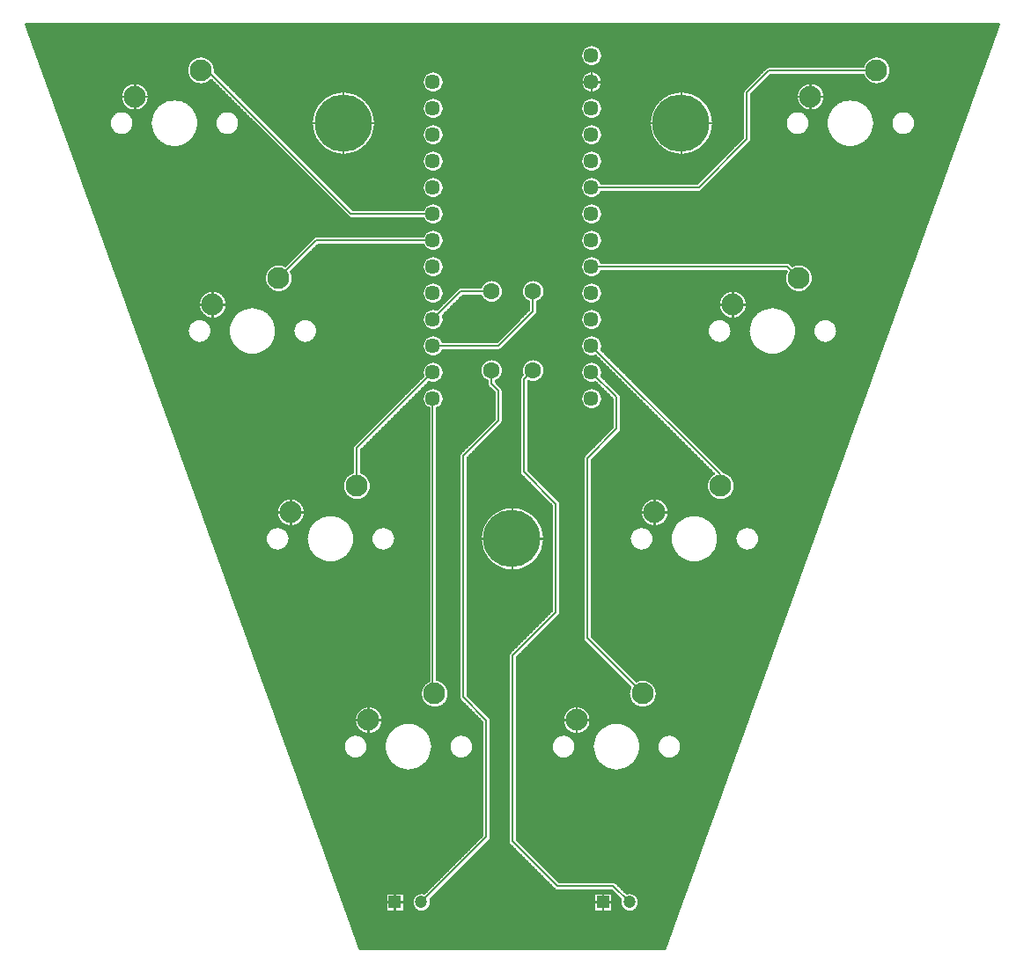
<source format=gtl>
%FSLAX33Y33*%
%MOMM*%
%ADD10C,0.0508*%
%ADD11C,0.2032*%
%ADD12C,2.0986*%
%ADD13C,0.08*%
%ADD14C,5.5*%
%ADD15C,1.6*%
%ADD16R,1.2X1.2*%
%ADD17C,1.2*%
%ADD18R,1.45X1.45*%
%ADD19C,1.45*%
D10*
%LNpour fill*%
G01*
X94362Y89491D02*
X94362Y89491D01*
X94305Y89573*
X0695Y89573*
X0638Y89491*
X32800Y0427*
X62200Y0427*
X94362Y89491*
X55367Y85581D02*
X55367Y85581D01*
X55370Y85582*
X55599Y85676*
X55602Y85678*
X55799Y85829*
X55801Y85831*
X55952Y86028*
X55954Y86031*
X56048Y86260*
X56049Y86263*
X56082Y86508*
X56082Y86512*
X56049Y86757*
X56048Y86760*
X55954Y86989*
X55952Y86992*
X55801Y87189*
X55799Y87191*
X55602Y87342*
X55599Y87344*
X55370Y87438*
X55367Y87439*
X55122Y87472*
X55118Y87472*
X54873Y87439*
X54870Y87438*
X54641Y87344*
X54638Y87342*
X54441Y87191*
X54439Y87189*
X54288Y86992*
X54286Y86989*
X54192Y86760*
X54191Y86757*
X54158Y86512*
X54158Y86508*
X54191Y86263*
X54192Y86260*
X54286Y86031*
X54288Y86028*
X54439Y85831*
X54441Y85829*
X54638Y85678*
X54641Y85676*
X54870Y85582*
X54873Y85581*
X55118Y85548*
X55122Y85548*
X55367Y85581*
X56070Y84064D02*
X56070Y84064D01*
X56049Y84217*
X56048Y84220*
X55954Y84449*
X55952Y84452*
X55801Y84649*
X55799Y84651*
X55602Y84802*
X55599Y84804*
X55370Y84898*
X55367Y84899*
X55214Y84920*
X55196Y84904*
X55196Y84061*
X55211Y84046*
X56054Y84046*
X56070Y84064*
X55044Y84061D02*
X55044Y84061D01*
X55044Y84904*
X55026Y84920*
X54873Y84899*
X54870Y84898*
X54641Y84804*
X54638Y84802*
X54441Y84651*
X54439Y84649*
X54288Y84452*
X54286Y84449*
X54192Y84220*
X54191Y84217*
X54170Y84064*
X54186Y84046*
X55029Y84046*
X55044Y84061*
X55367Y72881D02*
X55367Y72881D01*
X55370Y72882*
X55599Y72976*
X55602Y72978*
X55799Y73129*
X55801Y73131*
X55952Y73328*
X55954Y73331*
X56013Y73474*
X65455Y73474*
X65457Y73474*
X65580Y73498*
X65584Y73500*
X65688Y73570*
X65690Y73571*
X70343Y78224*
X70344Y78226*
X70414Y78330*
X70416Y78334*
X70440Y78457*
X70440Y78459*
X70440Y82817*
X72301Y84678*
X81327Y84678*
X81353Y84590*
X81354Y84587*
X81472Y84368*
X81473Y84366*
X81631Y84173*
X81633Y84171*
X81826Y84013*
X81828Y84012*
X82047Y83894*
X82050Y83893*
X82288Y83821*
X82291Y83820*
X82539Y83796*
X82541Y83796*
X82789Y83820*
X82792Y83821*
X83030Y83893*
X83033Y83894*
X83252Y84012*
X83254Y84013*
X83447Y84171*
X83449Y84173*
X83607Y84366*
X83608Y84368*
X83726Y84587*
X83727Y84590*
X83799Y84828*
X83800Y84831*
X83824Y85079*
X83824Y85081*
X83800Y85329*
X83799Y85332*
X83727Y85570*
X83726Y85573*
X83608Y85792*
X83607Y85794*
X83449Y85987*
X83447Y85989*
X83254Y86147*
X83252Y86148*
X83033Y86266*
X83030Y86267*
X82792Y86339*
X82789Y86340*
X82541Y86364*
X82539Y86364*
X82291Y86340*
X82288Y86339*
X82050Y86267*
X82047Y86266*
X81828Y86148*
X81826Y86147*
X81633Y85989*
X81631Y85987*
X81473Y85794*
X81472Y85792*
X81354Y85573*
X81353Y85570*
X81286Y85350*
X72160Y85350*
X72158Y85350*
X72035Y85325*
X72030Y85323*
X71927Y85254*
X71925Y85252*
X69865Y83193*
X69864Y83191*
X69794Y83087*
X69792Y83083*
X69768Y82960*
X69768Y82958*
X69768Y78600*
X65314Y74146*
X56013Y74146*
X55954Y74289*
X55952Y74292*
X55801Y74489*
X55799Y74491*
X55602Y74642*
X55599Y74644*
X55370Y74738*
X55367Y74739*
X55122Y74772*
X55118Y74772*
X54873Y74739*
X54870Y74738*
X54641Y74644*
X54638Y74642*
X54441Y74491*
X54439Y74489*
X54288Y74292*
X54286Y74289*
X54192Y74060*
X54191Y74057*
X54158Y73812*
X54158Y73808*
X54191Y73563*
X54192Y73560*
X54286Y73331*
X54288Y73328*
X54439Y73131*
X54441Y73129*
X54638Y72978*
X54641Y72976*
X54870Y72882*
X54873Y72881*
X55118Y72848*
X55122Y72848*
X55367Y72881*
X55367Y83041D02*
X55367Y83041D01*
X55370Y83042*
X55599Y83136*
X55602Y83138*
X55799Y83289*
X55801Y83291*
X55952Y83488*
X55954Y83491*
X56048Y83720*
X56049Y83723*
X56070Y83876*
X56054Y83894*
X55211Y83894*
X55196Y83879*
X55196Y83036*
X55214Y83020*
X55367Y83041*
X55044Y83036D02*
X55044Y83036D01*
X55044Y83879*
X55029Y83894*
X54186Y83894*
X54170Y83876*
X54191Y83723*
X54192Y83720*
X54286Y83491*
X54288Y83488*
X54439Y83291*
X54441Y83289*
X54638Y83138*
X54641Y83136*
X54870Y83042*
X54873Y83041*
X55026Y83020*
X55044Y83036*
X40127Y83041D02*
X40127Y83041D01*
X40130Y83042*
X40359Y83136*
X40362Y83138*
X40559Y83289*
X40561Y83291*
X40712Y83488*
X40714Y83491*
X40808Y83720*
X40809Y83723*
X40842Y83968*
X40842Y83972*
X40809Y84217*
X40808Y84220*
X40714Y84449*
X40712Y84452*
X40561Y84649*
X40559Y84651*
X40362Y84802*
X40359Y84804*
X40130Y84898*
X40127Y84899*
X39882Y84932*
X39878Y84932*
X39633Y84899*
X39630Y84898*
X39401Y84804*
X39398Y84802*
X39201Y84651*
X39199Y84649*
X39048Y84452*
X39046Y84449*
X38952Y84220*
X38951Y84217*
X38918Y83972*
X38918Y83968*
X38951Y83723*
X38952Y83720*
X39046Y83491*
X39048Y83488*
X39199Y83291*
X39201Y83289*
X39398Y83138*
X39401Y83136*
X39630Y83042*
X39633Y83041*
X39878Y83008*
X39882Y83008*
X40127Y83041*
X77465Y82633D02*
X77465Y82633D01*
X77450Y82789*
X77449Y82792*
X77377Y83030*
X77376Y83033*
X77258Y83252*
X77257Y83254*
X77099Y83447*
X77097Y83449*
X76904Y83607*
X76902Y83608*
X76683Y83726*
X76680Y83727*
X76442Y83799*
X76439Y83800*
X76283Y83815*
X76266Y83800*
X76266Y82631*
X76281Y82616*
X77450Y82616*
X77465Y82633*
X76114Y82631D02*
X76114Y82631D01*
X76114Y83800*
X76097Y83815*
X75941Y83800*
X75938Y83799*
X75700Y83727*
X75697Y83726*
X75478Y83608*
X75476Y83607*
X75283Y83449*
X75281Y83447*
X75123Y83254*
X75122Y83252*
X75004Y83033*
X75003Y83030*
X74931Y82792*
X74930Y82789*
X74915Y82633*
X74930Y82616*
X76099Y82616*
X76114Y82631*
X12465Y82633D02*
X12465Y82633D01*
X12450Y82789*
X12449Y82792*
X12377Y83030*
X12376Y83033*
X12258Y83252*
X12257Y83254*
X12099Y83447*
X12097Y83449*
X11904Y83607*
X11902Y83608*
X11683Y83726*
X11680Y83727*
X11442Y83799*
X11439Y83800*
X11283Y83815*
X11266Y83800*
X11266Y82631*
X11281Y82616*
X12450Y82616*
X12465Y82633*
X11114Y82631D02*
X11114Y82631D01*
X11114Y83800*
X11097Y83815*
X10941Y83800*
X10938Y83799*
X10700Y83727*
X10697Y83726*
X10478Y83608*
X10476Y83607*
X10283Y83449*
X10281Y83447*
X10123Y83254*
X10122Y83252*
X10004Y83033*
X10003Y83030*
X9931Y82792*
X9930Y82789*
X9915Y82633*
X9930Y82616*
X11099Y82616*
X11114Y82631*
X11439Y81280D02*
X11439Y81280D01*
X11442Y81281*
X11680Y81353*
X11683Y81354*
X11902Y81472*
X11904Y81473*
X12097Y81631*
X12099Y81633*
X12257Y81826*
X12258Y81828*
X12376Y82047*
X12377Y82050*
X12449Y82288*
X12450Y82291*
X12465Y82447*
X12450Y82464*
X11281Y82464*
X11266Y82449*
X11266Y81280*
X11283Y81265*
X11439Y81280*
X11114Y81280D02*
X11114Y81280D01*
X11114Y82449*
X11099Y82464*
X9930Y82464*
X9915Y82447*
X9930Y82291*
X9931Y82288*
X10003Y82050*
X10004Y82047*
X10122Y81828*
X10123Y81826*
X10281Y81633*
X10283Y81631*
X10476Y81473*
X10478Y81472*
X10697Y81354*
X10700Y81353*
X10938Y81281*
X10941Y81280*
X11097Y81265*
X11114Y81280*
X76439Y81280D02*
X76439Y81280D01*
X76442Y81281*
X76680Y81353*
X76683Y81354*
X76902Y81472*
X76904Y81473*
X77097Y81631*
X77099Y81633*
X77257Y81826*
X77258Y81828*
X77376Y82047*
X77377Y82050*
X77449Y82288*
X77450Y82291*
X77465Y82447*
X77450Y82464*
X76281Y82464*
X76266Y82449*
X76266Y81280*
X76283Y81265*
X76439Y81280*
X76114Y81280D02*
X76114Y81280D01*
X76114Y82449*
X76099Y82464*
X74930Y82464*
X74915Y82447*
X74930Y82291*
X74931Y82288*
X75003Y82050*
X75004Y82047*
X75122Y81828*
X75123Y81826*
X75281Y81633*
X75283Y81631*
X75476Y81473*
X75478Y81472*
X75697Y81354*
X75700Y81353*
X75938Y81281*
X75941Y81280*
X76097Y81265*
X76114Y81280*
X55367Y80501D02*
X55367Y80501D01*
X55370Y80502*
X55599Y80596*
X55602Y80598*
X55799Y80749*
X55801Y80751*
X55952Y80948*
X55954Y80951*
X56048Y81180*
X56049Y81183*
X56082Y81428*
X56082Y81432*
X56049Y81677*
X56048Y81680*
X55954Y81909*
X55952Y81912*
X55801Y82109*
X55799Y82111*
X55602Y82262*
X55599Y82264*
X55370Y82358*
X55367Y82359*
X55122Y82392*
X55118Y82392*
X54873Y82359*
X54870Y82358*
X54641Y82264*
X54638Y82262*
X54441Y82111*
X54439Y82109*
X54288Y81912*
X54286Y81909*
X54192Y81680*
X54191Y81677*
X54158Y81432*
X54158Y81428*
X54191Y81183*
X54192Y81180*
X54286Y80951*
X54288Y80948*
X54439Y80751*
X54441Y80749*
X54638Y80598*
X54641Y80596*
X54870Y80502*
X54873Y80501*
X55118Y80468*
X55122Y80468*
X55367Y80501*
X40127Y80501D02*
X40127Y80501D01*
X40130Y80502*
X40359Y80596*
X40362Y80598*
X40559Y80749*
X40561Y80751*
X40712Y80948*
X40714Y80951*
X40808Y81180*
X40809Y81183*
X40842Y81428*
X40842Y81432*
X40809Y81677*
X40808Y81680*
X40714Y81909*
X40712Y81912*
X40561Y82109*
X40559Y82111*
X40362Y82262*
X40359Y82264*
X40130Y82358*
X40127Y82359*
X39882Y82392*
X39878Y82392*
X39633Y82359*
X39630Y82358*
X39401Y82264*
X39398Y82262*
X39201Y82111*
X39199Y82109*
X39048Y81912*
X39046Y81909*
X38952Y81680*
X38951Y81677*
X38918Y81432*
X38918Y81428*
X38951Y81183*
X38952Y81180*
X39046Y80951*
X39048Y80948*
X39199Y80751*
X39201Y80749*
X39398Y80598*
X39401Y80596*
X39630Y80502*
X39633Y80501*
X39878Y80468*
X39882Y80468*
X40127Y80501*
X66731Y80093D02*
X66731Y80093D01*
X66701Y80466*
X66701Y80468*
X66592Y80922*
X66591Y80924*
X66413Y81356*
X66412Y81357*
X66168Y81755*
X66167Y81757*
X65863Y82112*
X65862Y82113*
X65507Y82417*
X65505Y82418*
X65107Y82662*
X65106Y82663*
X64674Y82841*
X64672Y82842*
X64218Y82951*
X64216Y82951*
X63843Y82981*
X63826Y82965*
X63826Y80091*
X63841Y80076*
X66715Y80076*
X66731Y80093*
X63674Y80091D02*
X63674Y80091D01*
X63674Y82965*
X63657Y82981*
X63284Y82951*
X63282Y82951*
X62828Y82842*
X62826Y82841*
X62394Y82663*
X62393Y82662*
X61995Y82418*
X61993Y82417*
X61638Y82113*
X61637Y82112*
X61333Y81757*
X61332Y81755*
X61088Y81357*
X61087Y81356*
X60909Y80924*
X60908Y80922*
X60799Y80468*
X60799Y80466*
X60769Y80093*
X60785Y80076*
X63659Y80076*
X63674Y80091*
X34231Y80093D02*
X34231Y80093D01*
X34201Y80466*
X34201Y80468*
X34092Y80922*
X34091Y80924*
X33913Y81356*
X33912Y81357*
X33668Y81755*
X33667Y81757*
X33363Y82112*
X33362Y82113*
X33007Y82417*
X33005Y82418*
X32607Y82662*
X32606Y82663*
X32174Y82841*
X32172Y82842*
X31718Y82951*
X31716Y82951*
X31343Y82981*
X31326Y82965*
X31326Y80091*
X31341Y80076*
X34215Y80076*
X34231Y80093*
X31174Y80091D02*
X31174Y80091D01*
X31174Y82965*
X31157Y82981*
X30784Y82951*
X30782Y82951*
X30328Y82842*
X30326Y82841*
X29894Y82663*
X29893Y82662*
X29495Y82418*
X29493Y82417*
X29138Y82113*
X29137Y82112*
X28833Y81757*
X28832Y81755*
X28588Y81357*
X28587Y81356*
X28409Y80924*
X28408Y80922*
X28299Y80468*
X28299Y80466*
X28269Y80093*
X28285Y80076*
X31159Y80076*
X31174Y80091*
X85360Y78948D02*
X85360Y78948D01*
X85363Y78949*
X85623Y79056*
X85626Y79058*
X85849Y79229*
X85851Y79231*
X86022Y79454*
X86024Y79457*
X86131Y79717*
X86132Y79720*
X86169Y79998*
X86169Y80002*
X86132Y80280*
X86131Y80283*
X86024Y80543*
X86022Y80546*
X85851Y80769*
X85849Y80771*
X85626Y80942*
X85623Y80944*
X85363Y81051*
X85360Y81052*
X85082Y81089*
X85078Y81089*
X84800Y81052*
X84797Y81051*
X84537Y80944*
X84534Y80942*
X84311Y80771*
X84309Y80769*
X84138Y80546*
X84136Y80543*
X84029Y80283*
X84028Y80280*
X83991Y80002*
X83991Y79998*
X84028Y79720*
X84029Y79717*
X84136Y79457*
X84138Y79454*
X84309Y79231*
X84311Y79229*
X84534Y79058*
X84537Y79056*
X84797Y78949*
X84800Y78948*
X85078Y78911*
X85082Y78911*
X85360Y78948*
X75200Y78948D02*
X75200Y78948D01*
X75203Y78949*
X75463Y79056*
X75466Y79058*
X75689Y79229*
X75691Y79231*
X75862Y79454*
X75864Y79457*
X75971Y79717*
X75972Y79720*
X76009Y79998*
X76009Y80002*
X75972Y80280*
X75971Y80283*
X75864Y80543*
X75862Y80546*
X75691Y80769*
X75689Y80771*
X75466Y80942*
X75463Y80944*
X75203Y81051*
X75200Y81052*
X74922Y81089*
X74918Y81089*
X74640Y81052*
X74637Y81051*
X74377Y80944*
X74374Y80942*
X74151Y80771*
X74149Y80769*
X73978Y80546*
X73976Y80543*
X73869Y80283*
X73868Y80280*
X73831Y80002*
X73831Y79998*
X73868Y79720*
X73869Y79717*
X73976Y79457*
X73978Y79454*
X74149Y79231*
X74151Y79229*
X74374Y79058*
X74377Y79056*
X74637Y78949*
X74640Y78948*
X74918Y78911*
X74922Y78911*
X75200Y78948*
X20360Y78948D02*
X20360Y78948D01*
X20363Y78949*
X20623Y79056*
X20626Y79058*
X20849Y79229*
X20851Y79231*
X21022Y79454*
X21024Y79457*
X21131Y79717*
X21132Y79720*
X21169Y79998*
X21169Y80002*
X21132Y80280*
X21131Y80283*
X21024Y80543*
X21022Y80546*
X20851Y80769*
X20849Y80771*
X20626Y80942*
X20623Y80944*
X20363Y81051*
X20360Y81052*
X20082Y81089*
X20078Y81089*
X19800Y81052*
X19797Y81051*
X19537Y80944*
X19534Y80942*
X19311Y80771*
X19309Y80769*
X19138Y80546*
X19136Y80543*
X19029Y80283*
X19028Y80280*
X18991Y80002*
X18991Y79998*
X19028Y79720*
X19029Y79717*
X19136Y79457*
X19138Y79454*
X19309Y79231*
X19311Y79229*
X19534Y79058*
X19537Y79056*
X19797Y78949*
X19800Y78948*
X20078Y78911*
X20082Y78911*
X20360Y78948*
X10200Y78948D02*
X10200Y78948D01*
X10203Y78949*
X10463Y79056*
X10466Y79058*
X10689Y79229*
X10691Y79231*
X10862Y79454*
X10864Y79457*
X10971Y79717*
X10972Y79720*
X11009Y79998*
X11009Y80002*
X10972Y80280*
X10971Y80283*
X10864Y80543*
X10862Y80546*
X10691Y80769*
X10689Y80771*
X10466Y80942*
X10463Y80944*
X10203Y81051*
X10200Y81052*
X9922Y81089*
X9918Y81089*
X9640Y81052*
X9637Y81051*
X9377Y80944*
X9374Y80942*
X9151Y80771*
X9149Y80769*
X8978Y80546*
X8976Y80543*
X8869Y80283*
X8868Y80280*
X8831Y80002*
X8831Y79998*
X8868Y79720*
X8869Y79717*
X8976Y79457*
X8978Y79454*
X9149Y79231*
X9151Y79229*
X9374Y79058*
X9377Y79056*
X9637Y78949*
X9640Y78948*
X9918Y78911*
X9922Y78911*
X10200Y78948*
X55367Y77961D02*
X55367Y77961D01*
X55370Y77962*
X55599Y78056*
X55602Y78058*
X55799Y78209*
X55801Y78211*
X55952Y78408*
X55954Y78411*
X56048Y78640*
X56049Y78643*
X56082Y78888*
X56082Y78892*
X56049Y79137*
X56048Y79140*
X55954Y79369*
X55952Y79372*
X55801Y79569*
X55799Y79571*
X55602Y79722*
X55599Y79724*
X55370Y79818*
X55367Y79819*
X55122Y79852*
X55118Y79852*
X54873Y79819*
X54870Y79818*
X54641Y79724*
X54638Y79722*
X54441Y79571*
X54439Y79569*
X54288Y79372*
X54286Y79369*
X54192Y79140*
X54191Y79137*
X54158Y78892*
X54158Y78888*
X54191Y78643*
X54192Y78640*
X54286Y78411*
X54288Y78408*
X54439Y78211*
X54441Y78209*
X54638Y78058*
X54641Y78056*
X54870Y77962*
X54873Y77961*
X55118Y77928*
X55122Y77928*
X55367Y77961*
X40127Y77961D02*
X40127Y77961D01*
X40130Y77962*
X40359Y78056*
X40362Y78058*
X40559Y78209*
X40561Y78211*
X40712Y78408*
X40714Y78411*
X40808Y78640*
X40809Y78643*
X40842Y78888*
X40842Y78892*
X40809Y79137*
X40808Y79140*
X40714Y79369*
X40712Y79372*
X40561Y79569*
X40559Y79571*
X40362Y79722*
X40359Y79724*
X40130Y79818*
X40127Y79819*
X39882Y79852*
X39878Y79852*
X39633Y79819*
X39630Y79818*
X39401Y79724*
X39398Y79722*
X39201Y79571*
X39199Y79569*
X39048Y79372*
X39046Y79369*
X38952Y79140*
X38951Y79137*
X38918Y78892*
X38918Y78888*
X38951Y78643*
X38952Y78640*
X39046Y78411*
X39048Y78408*
X39199Y78211*
X39201Y78209*
X39398Y78058*
X39401Y78056*
X39630Y77962*
X39633Y77961*
X39878Y77928*
X39882Y77928*
X40127Y77961*
X80348Y77798D02*
X80348Y77798D01*
X80350Y77798*
X80688Y77880*
X80690Y77880*
X81011Y78013*
X81013Y78014*
X81310Y78196*
X81311Y78197*
X81576Y78423*
X81577Y78424*
X81803Y78689*
X81804Y78690*
X81986Y78987*
X81987Y78989*
X82120Y79310*
X82120Y79312*
X82202Y79650*
X82202Y79652*
X82229Y79999*
X82229Y80001*
X82202Y80348*
X82202Y80350*
X82120Y80688*
X82120Y80690*
X81987Y81011*
X81986Y81013*
X81804Y81310*
X81803Y81311*
X81577Y81576*
X81576Y81577*
X81311Y81803*
X81310Y81804*
X81013Y81986*
X81011Y81987*
X80690Y82120*
X80688Y82120*
X80350Y82202*
X80348Y82202*
X80001Y82229*
X79999Y82229*
X79652Y82202*
X79650Y82202*
X79312Y82120*
X79310Y82120*
X78989Y81987*
X78987Y81986*
X78690Y81804*
X78689Y81803*
X78424Y81577*
X78423Y81576*
X78197Y81311*
X78196Y81310*
X78014Y81013*
X78013Y81011*
X77880Y80690*
X77880Y80688*
X77798Y80350*
X77798Y80348*
X77771Y80001*
X77771Y79999*
X77798Y79652*
X77798Y79650*
X77880Y79312*
X77880Y79310*
X78013Y78989*
X78014Y78987*
X78196Y78690*
X78197Y78689*
X78423Y78424*
X78424Y78423*
X78689Y78197*
X78690Y78196*
X78987Y78014*
X78989Y78013*
X79310Y77880*
X79312Y77880*
X79650Y77798*
X79652Y77798*
X79999Y77771*
X80001Y77771*
X80348Y77798*
X15348Y77798D02*
X15348Y77798D01*
X15350Y77798*
X15688Y77880*
X15690Y77880*
X16011Y78013*
X16013Y78014*
X16310Y78196*
X16311Y78197*
X16576Y78423*
X16577Y78424*
X16803Y78689*
X16804Y78690*
X16986Y78987*
X16987Y78989*
X17120Y79310*
X17120Y79312*
X17202Y79650*
X17202Y79652*
X17229Y79999*
X17229Y80001*
X17202Y80348*
X17202Y80350*
X17120Y80688*
X17120Y80690*
X16987Y81011*
X16986Y81013*
X16804Y81310*
X16803Y81311*
X16577Y81576*
X16576Y81577*
X16311Y81803*
X16310Y81804*
X16013Y81986*
X16011Y81987*
X15690Y82120*
X15688Y82120*
X15350Y82202*
X15348Y82202*
X15001Y82229*
X14999Y82229*
X14652Y82202*
X14650Y82202*
X14312Y82120*
X14310Y82120*
X13989Y81987*
X13987Y81986*
X13690Y81804*
X13689Y81803*
X13424Y81577*
X13423Y81576*
X13197Y81311*
X13196Y81310*
X13014Y81013*
X13013Y81011*
X12880Y80690*
X12880Y80688*
X12798Y80350*
X12798Y80348*
X12771Y80001*
X12771Y79999*
X12798Y79652*
X12798Y79650*
X12880Y79312*
X12880Y79310*
X13013Y78989*
X13014Y78987*
X13196Y78690*
X13197Y78689*
X13423Y78424*
X13424Y78423*
X13689Y78197*
X13690Y78196*
X13987Y78014*
X13989Y78013*
X14310Y77880*
X14312Y77880*
X14650Y77798*
X14652Y77798*
X14999Y77771*
X15001Y77771*
X15348Y77798*
X64216Y77049D02*
X64216Y77049D01*
X64218Y77049*
X64672Y77158*
X64674Y77159*
X65106Y77337*
X65107Y77338*
X65505Y77582*
X65507Y77583*
X65862Y77887*
X65863Y77888*
X66167Y78243*
X66168Y78245*
X66412Y78643*
X66413Y78644*
X66591Y79076*
X66592Y79078*
X66701Y79532*
X66701Y79534*
X66731Y79907*
X66715Y79924*
X63841Y79924*
X63826Y79909*
X63826Y77035*
X63843Y77019*
X64216Y77049*
X63674Y77035D02*
X63674Y77035D01*
X63674Y79909*
X63659Y79924*
X60785Y79924*
X60769Y79907*
X60799Y79534*
X60799Y79532*
X60908Y79078*
X60909Y79076*
X61087Y78644*
X61088Y78643*
X61332Y78245*
X61333Y78243*
X61637Y77888*
X61638Y77887*
X61993Y77583*
X61995Y77582*
X62393Y77338*
X62394Y77337*
X62826Y77159*
X62828Y77158*
X63282Y77049*
X63284Y77049*
X63657Y77019*
X63674Y77035*
X31716Y77049D02*
X31716Y77049D01*
X31718Y77049*
X32172Y77158*
X32174Y77159*
X32606Y77337*
X32607Y77338*
X33005Y77582*
X33007Y77583*
X33362Y77887*
X33363Y77888*
X33667Y78243*
X33668Y78245*
X33912Y78643*
X33913Y78644*
X34091Y79076*
X34092Y79078*
X34201Y79532*
X34201Y79534*
X34231Y79907*
X34215Y79924*
X31341Y79924*
X31326Y79909*
X31326Y77035*
X31343Y77019*
X31716Y77049*
X31174Y77035D02*
X31174Y77035D01*
X31174Y79909*
X31159Y79924*
X28285Y79924*
X28269Y79907*
X28299Y79534*
X28299Y79532*
X28408Y79078*
X28409Y79076*
X28587Y78644*
X28588Y78643*
X28832Y78245*
X28833Y78243*
X29137Y77888*
X29138Y77887*
X29493Y77583*
X29495Y77582*
X29893Y77338*
X29894Y77337*
X30326Y77159*
X30328Y77158*
X30782Y77049*
X30784Y77049*
X31157Y77019*
X31174Y77035*
X55367Y75421D02*
X55367Y75421D01*
X55370Y75422*
X55599Y75516*
X55602Y75518*
X55799Y75669*
X55801Y75671*
X55952Y75868*
X55954Y75871*
X56048Y76100*
X56049Y76103*
X56082Y76348*
X56082Y76352*
X56049Y76597*
X56048Y76600*
X55954Y76829*
X55952Y76832*
X55801Y77029*
X55799Y77031*
X55602Y77182*
X55599Y77184*
X55370Y77278*
X55367Y77279*
X55122Y77312*
X55118Y77312*
X54873Y77279*
X54870Y77278*
X54641Y77184*
X54638Y77182*
X54441Y77031*
X54439Y77029*
X54288Y76832*
X54286Y76829*
X54192Y76600*
X54191Y76597*
X54158Y76352*
X54158Y76348*
X54191Y76103*
X54192Y76100*
X54286Y75871*
X54288Y75868*
X54439Y75671*
X54441Y75669*
X54638Y75518*
X54641Y75516*
X54870Y75422*
X54873Y75421*
X55118Y75388*
X55122Y75388*
X55367Y75421*
X40127Y75421D02*
X40127Y75421D01*
X40130Y75422*
X40359Y75516*
X40362Y75518*
X40559Y75669*
X40561Y75671*
X40712Y75868*
X40714Y75871*
X40808Y76100*
X40809Y76103*
X40842Y76348*
X40842Y76352*
X40809Y76597*
X40808Y76600*
X40714Y76829*
X40712Y76832*
X40561Y77029*
X40559Y77031*
X40362Y77182*
X40359Y77184*
X40130Y77278*
X40127Y77279*
X39882Y77312*
X39878Y77312*
X39633Y77279*
X39630Y77278*
X39401Y77184*
X39398Y77182*
X39201Y77031*
X39199Y77029*
X39048Y76832*
X39046Y76829*
X38952Y76600*
X38951Y76597*
X38918Y76352*
X38918Y76348*
X38951Y76103*
X38952Y76100*
X39046Y75871*
X39048Y75868*
X39199Y75671*
X39201Y75669*
X39398Y75518*
X39401Y75516*
X39630Y75422*
X39633Y75421*
X39878Y75388*
X39882Y75388*
X40127Y75421*
X40127Y72881D02*
X40127Y72881D01*
X40130Y72882*
X40359Y72976*
X40362Y72978*
X40559Y73129*
X40561Y73131*
X40712Y73328*
X40714Y73331*
X40808Y73560*
X40809Y73563*
X40842Y73808*
X40842Y73812*
X40809Y74057*
X40808Y74060*
X40714Y74289*
X40712Y74292*
X40561Y74489*
X40559Y74491*
X40362Y74642*
X40359Y74644*
X40130Y74738*
X40127Y74739*
X39882Y74772*
X39878Y74772*
X39633Y74739*
X39630Y74738*
X39401Y74644*
X39398Y74642*
X39201Y74491*
X39199Y74489*
X39048Y74292*
X39046Y74289*
X38952Y74060*
X38951Y74057*
X38918Y73812*
X38918Y73808*
X38951Y73563*
X38952Y73560*
X39046Y73331*
X39048Y73328*
X39199Y73131*
X39201Y73129*
X39398Y72978*
X39401Y72976*
X39630Y72882*
X39633Y72881*
X39878Y72848*
X39882Y72848*
X40127Y72881*
X55367Y70341D02*
X55367Y70341D01*
X55370Y70342*
X55599Y70436*
X55602Y70438*
X55799Y70589*
X55801Y70591*
X55952Y70788*
X55954Y70791*
X56048Y71020*
X56049Y71023*
X56082Y71268*
X56082Y71272*
X56049Y71517*
X56048Y71520*
X55954Y71749*
X55952Y71752*
X55801Y71949*
X55799Y71951*
X55602Y72102*
X55599Y72104*
X55370Y72198*
X55367Y72199*
X55122Y72232*
X55118Y72232*
X54873Y72199*
X54870Y72198*
X54641Y72104*
X54638Y72102*
X54441Y71951*
X54439Y71949*
X54288Y71752*
X54286Y71749*
X54192Y71520*
X54191Y71517*
X54158Y71272*
X54158Y71268*
X54191Y71023*
X54192Y71020*
X54286Y70791*
X54288Y70788*
X54439Y70591*
X54441Y70589*
X54638Y70438*
X54641Y70436*
X54870Y70342*
X54873Y70341*
X55118Y70308*
X55122Y70308*
X55367Y70341*
X40127Y70341D02*
X40127Y70341D01*
X40130Y70342*
X40359Y70436*
X40362Y70438*
X40559Y70589*
X40561Y70591*
X40712Y70788*
X40714Y70791*
X40808Y71020*
X40809Y71023*
X40842Y71268*
X40842Y71272*
X40809Y71517*
X40808Y71520*
X40714Y71749*
X40712Y71752*
X40561Y71949*
X40559Y71951*
X40362Y72102*
X40359Y72104*
X40130Y72198*
X40127Y72199*
X39882Y72232*
X39878Y72232*
X39633Y72199*
X39630Y72198*
X39401Y72104*
X39398Y72102*
X39201Y71951*
X39199Y71949*
X39048Y71752*
X39046Y71749*
X38987Y71606*
X32146Y71606*
X18810Y84941*
X18824Y85079*
X18824Y85081*
X18800Y85329*
X18799Y85332*
X18727Y85570*
X18726Y85573*
X18608Y85792*
X18607Y85794*
X18449Y85987*
X18447Y85989*
X18254Y86147*
X18252Y86148*
X18033Y86266*
X18030Y86267*
X17792Y86339*
X17789Y86340*
X17541Y86364*
X17539Y86364*
X17291Y86340*
X17288Y86339*
X17050Y86267*
X17047Y86266*
X16828Y86148*
X16826Y86147*
X16633Y85989*
X16631Y85987*
X16473Y85794*
X16472Y85792*
X16354Y85573*
X16353Y85570*
X16281Y85332*
X16280Y85329*
X16256Y85081*
X16256Y85079*
X16280Y84831*
X16281Y84828*
X16353Y84590*
X16354Y84587*
X16472Y84368*
X16473Y84366*
X16631Y84173*
X16633Y84171*
X16826Y84013*
X16828Y84012*
X17047Y83894*
X17050Y83893*
X17288Y83821*
X17291Y83820*
X17539Y83796*
X17541Y83796*
X17789Y83820*
X17792Y83821*
X18030Y83893*
X18033Y83894*
X18252Y84012*
X18254Y84013*
X18447Y84171*
X18449Y84173*
X18480Y84211*
X18585Y84216*
X31770Y71031*
X31772Y71030*
X31875Y70960*
X31880Y70958*
X32003Y70934*
X32005Y70934*
X38987Y70934*
X39046Y70791*
X39048Y70788*
X39199Y70591*
X39201Y70589*
X39398Y70438*
X39401Y70436*
X39630Y70342*
X39633Y70341*
X39878Y70308*
X39882Y70308*
X40127Y70341*
X55367Y67801D02*
X55367Y67801D01*
X55370Y67802*
X55599Y67896*
X55602Y67898*
X55799Y68049*
X55801Y68051*
X55952Y68248*
X55954Y68251*
X56048Y68480*
X56049Y68483*
X56082Y68728*
X56082Y68732*
X56049Y68977*
X56048Y68980*
X55954Y69209*
X55952Y69212*
X55801Y69409*
X55799Y69411*
X55602Y69562*
X55599Y69564*
X55370Y69658*
X55367Y69659*
X55122Y69692*
X55118Y69692*
X54873Y69659*
X54870Y69658*
X54641Y69564*
X54638Y69562*
X54441Y69411*
X54439Y69409*
X54288Y69212*
X54286Y69209*
X54192Y68980*
X54191Y68977*
X54158Y68732*
X54158Y68728*
X54191Y68483*
X54192Y68480*
X54286Y68251*
X54288Y68248*
X54439Y68051*
X54441Y68049*
X54638Y67898*
X54641Y67896*
X54870Y67802*
X54873Y67801*
X55118Y67768*
X55122Y67768*
X55367Y67801*
X25289Y63820D02*
X25289Y63820D01*
X25292Y63821*
X25530Y63893*
X25533Y63894*
X25752Y64012*
X25754Y64013*
X25947Y64171*
X25949Y64173*
X26107Y64366*
X26108Y64368*
X26226Y64587*
X26227Y64590*
X26299Y64828*
X26300Y64831*
X26324Y65079*
X26324Y65081*
X26300Y65329*
X26299Y65332*
X26227Y65570*
X26226Y65573*
X26150Y65714*
X28829Y68394*
X38987Y68394*
X39046Y68251*
X39048Y68248*
X39199Y68051*
X39201Y68049*
X39398Y67898*
X39401Y67896*
X39630Y67802*
X39633Y67801*
X39878Y67768*
X39882Y67768*
X40127Y67801*
X40130Y67802*
X40359Y67896*
X40362Y67898*
X40559Y68049*
X40561Y68051*
X40712Y68248*
X40714Y68251*
X40808Y68480*
X40809Y68483*
X40842Y68728*
X40842Y68732*
X40809Y68977*
X40808Y68980*
X40714Y69209*
X40712Y69212*
X40561Y69409*
X40559Y69411*
X40362Y69562*
X40359Y69564*
X40130Y69658*
X40127Y69659*
X39882Y69692*
X39878Y69692*
X39633Y69659*
X39630Y69658*
X39401Y69564*
X39398Y69562*
X39201Y69411*
X39199Y69409*
X39048Y69212*
X39046Y69209*
X38987Y69066*
X28689Y69066*
X28686Y69066*
X28564Y69042*
X28559Y69040*
X28455Y68970*
X28453Y68969*
X25674Y66190*
X25533Y66266*
X25530Y66267*
X25292Y66339*
X25289Y66340*
X25041Y66364*
X25039Y66364*
X24791Y66340*
X24788Y66339*
X24550Y66267*
X24547Y66266*
X24328Y66148*
X24326Y66147*
X24133Y65989*
X24131Y65987*
X23973Y65794*
X23972Y65792*
X23854Y65573*
X23853Y65570*
X23781Y65332*
X23780Y65329*
X23756Y65081*
X23756Y65079*
X23780Y64831*
X23781Y64828*
X23853Y64590*
X23854Y64587*
X23972Y64368*
X23973Y64366*
X24131Y64173*
X24133Y64171*
X24326Y64013*
X24328Y64012*
X24547Y63894*
X24550Y63893*
X24788Y63821*
X24791Y63820*
X25039Y63796*
X25041Y63796*
X25289Y63820*
X40127Y65261D02*
X40127Y65261D01*
X40130Y65262*
X40359Y65356*
X40362Y65358*
X40559Y65509*
X40561Y65511*
X40712Y65708*
X40714Y65711*
X40808Y65940*
X40809Y65943*
X40842Y66188*
X40842Y66192*
X40809Y66437*
X40808Y66440*
X40714Y66669*
X40712Y66672*
X40561Y66869*
X40559Y66871*
X40362Y67022*
X40359Y67024*
X40130Y67118*
X40127Y67119*
X39882Y67152*
X39878Y67152*
X39633Y67119*
X39630Y67118*
X39401Y67024*
X39398Y67022*
X39201Y66871*
X39199Y66869*
X39048Y66672*
X39046Y66669*
X38952Y66440*
X38951Y66437*
X38918Y66192*
X38918Y66188*
X38951Y65943*
X38952Y65940*
X39046Y65711*
X39048Y65708*
X39199Y65511*
X39201Y65509*
X39398Y65358*
X39401Y65356*
X39630Y65262*
X39633Y65261*
X39878Y65228*
X39882Y65228*
X40127Y65261*
X75289Y63820D02*
X75289Y63820D01*
X75292Y63821*
X75530Y63893*
X75533Y63894*
X75752Y64012*
X75754Y64013*
X75947Y64171*
X75949Y64173*
X76107Y64366*
X76108Y64368*
X76226Y64587*
X76227Y64590*
X76299Y64828*
X76300Y64831*
X76324Y65079*
X76324Y65081*
X76300Y65329*
X76299Y65332*
X76227Y65570*
X76226Y65573*
X76108Y65792*
X76107Y65794*
X75949Y65987*
X75947Y65989*
X75754Y66147*
X75752Y66148*
X75533Y66266*
X75530Y66267*
X75292Y66339*
X75289Y66340*
X75041Y66364*
X75039Y66364*
X74791Y66340*
X74788Y66339*
X74550Y66267*
X74547Y66266*
X74406Y66190*
X74167Y66429*
X74165Y66430*
X74061Y66500*
X74056Y66502*
X73934Y66526*
X73931Y66526*
X56013Y66526*
X55954Y66669*
X55952Y66672*
X55801Y66869*
X55799Y66871*
X55602Y67022*
X55599Y67024*
X55370Y67118*
X55367Y67119*
X55122Y67152*
X55118Y67152*
X54873Y67119*
X54870Y67118*
X54641Y67024*
X54638Y67022*
X54441Y66871*
X54439Y66869*
X54288Y66672*
X54286Y66669*
X54192Y66440*
X54191Y66437*
X54158Y66192*
X54158Y66188*
X54191Y65943*
X54192Y65940*
X54286Y65711*
X54288Y65708*
X54439Y65511*
X54441Y65509*
X54638Y65358*
X54641Y65356*
X54870Y65262*
X54873Y65261*
X55118Y65228*
X55122Y65228*
X55367Y65261*
X55370Y65262*
X55599Y65356*
X55602Y65358*
X55799Y65509*
X55801Y65511*
X55952Y65708*
X55954Y65711*
X56013Y65854*
X73791Y65854*
X73930Y65714*
X73854Y65573*
X73853Y65570*
X73781Y65332*
X73780Y65329*
X73756Y65081*
X73756Y65079*
X73780Y64831*
X73781Y64828*
X73853Y64590*
X73854Y64587*
X73972Y64368*
X73973Y64366*
X74131Y64173*
X74133Y64171*
X74326Y64013*
X74328Y64012*
X74547Y63894*
X74550Y63893*
X74788Y63821*
X74791Y63820*
X75039Y63796*
X75041Y63796*
X75289Y63820*
X40127Y60181D02*
X40127Y60181D01*
X40130Y60182*
X40359Y60276*
X40362Y60278*
X40559Y60429*
X40561Y60431*
X40712Y60628*
X40714Y60631*
X40808Y60860*
X40809Y60863*
X40842Y61108*
X40842Y61112*
X40809Y61357*
X40808Y61360*
X40749Y61504*
X42719Y63474*
X44526Y63474*
X44601Y63293*
X44603Y63290*
X44765Y63078*
X44768Y63075*
X44980Y62913*
X44983Y62911*
X45230Y62809*
X45233Y62808*
X45498Y62773*
X45502Y62773*
X45767Y62808*
X45770Y62809*
X46017Y62911*
X46020Y62913*
X46232Y63075*
X46235Y63078*
X46397Y63290*
X46399Y63293*
X46501Y63540*
X46502Y63543*
X46537Y63808*
X46537Y63812*
X46502Y64077*
X46501Y64080*
X46399Y64327*
X46397Y64330*
X46235Y64542*
X46232Y64545*
X46020Y64707*
X46017Y64709*
X45770Y64811*
X45767Y64812*
X45502Y64847*
X45498Y64847*
X45233Y64812*
X45230Y64811*
X44983Y64709*
X44980Y64707*
X44768Y64545*
X44765Y64542*
X44603Y64330*
X44601Y64327*
X44526Y64146*
X42579Y64146*
X42576Y64146*
X42454Y64122*
X42449Y64120*
X42345Y64050*
X42343Y64049*
X40274Y61979*
X40130Y62038*
X40127Y62039*
X39882Y62072*
X39878Y62072*
X39633Y62039*
X39630Y62038*
X39401Y61944*
X39398Y61942*
X39201Y61791*
X39199Y61789*
X39048Y61592*
X39046Y61589*
X38952Y61360*
X38951Y61357*
X38918Y61112*
X38918Y61108*
X38951Y60863*
X38952Y60860*
X39046Y60631*
X39048Y60628*
X39199Y60431*
X39201Y60429*
X39398Y60278*
X39401Y60276*
X39630Y60182*
X39633Y60181*
X39878Y60148*
X39882Y60148*
X40127Y60181*
X55367Y62721D02*
X55367Y62721D01*
X55370Y62722*
X55599Y62816*
X55602Y62818*
X55799Y62969*
X55801Y62971*
X55952Y63168*
X55954Y63171*
X56048Y63400*
X56049Y63403*
X56082Y63648*
X56082Y63652*
X56049Y63897*
X56048Y63900*
X55954Y64129*
X55952Y64132*
X55801Y64329*
X55799Y64331*
X55602Y64482*
X55599Y64484*
X55370Y64578*
X55367Y64579*
X55122Y64612*
X55118Y64612*
X54873Y64579*
X54870Y64578*
X54641Y64484*
X54638Y64482*
X54441Y64331*
X54439Y64329*
X54288Y64132*
X54286Y64129*
X54192Y63900*
X54191Y63897*
X54158Y63652*
X54158Y63648*
X54191Y63403*
X54192Y63400*
X54286Y63171*
X54288Y63168*
X54439Y62971*
X54441Y62969*
X54638Y62818*
X54641Y62816*
X54870Y62722*
X54873Y62721*
X55118Y62688*
X55122Y62688*
X55367Y62721*
X40127Y62721D02*
X40127Y62721D01*
X40130Y62722*
X40359Y62816*
X40362Y62818*
X40559Y62969*
X40561Y62971*
X40712Y63168*
X40714Y63171*
X40808Y63400*
X40809Y63403*
X40842Y63648*
X40842Y63652*
X40809Y63897*
X40808Y63900*
X40714Y64129*
X40712Y64132*
X40561Y64329*
X40559Y64331*
X40362Y64482*
X40359Y64484*
X40130Y64578*
X40127Y64579*
X39882Y64612*
X39878Y64612*
X39633Y64579*
X39630Y64578*
X39401Y64484*
X39398Y64482*
X39201Y64331*
X39199Y64329*
X39048Y64132*
X39046Y64129*
X38952Y63900*
X38951Y63897*
X38918Y63652*
X38918Y63648*
X38951Y63403*
X38952Y63400*
X39046Y63171*
X39048Y63168*
X39199Y62971*
X39201Y62969*
X39398Y62818*
X39401Y62816*
X39630Y62722*
X39633Y62721*
X39878Y62688*
X39882Y62688*
X40127Y62721*
X69965Y62633D02*
X69965Y62633D01*
X69950Y62789*
X69949Y62792*
X69877Y63030*
X69876Y63033*
X69758Y63252*
X69757Y63254*
X69599Y63447*
X69597Y63449*
X69404Y63607*
X69402Y63608*
X69183Y63726*
X69180Y63727*
X68942Y63799*
X68939Y63800*
X68783Y63815*
X68766Y63800*
X68766Y62631*
X68781Y62616*
X69950Y62616*
X69965Y62633*
X68614Y62631D02*
X68614Y62631D01*
X68614Y63800*
X68597Y63815*
X68441Y63800*
X68438Y63799*
X68200Y63727*
X68197Y63726*
X67978Y63608*
X67976Y63607*
X67783Y63449*
X67781Y63447*
X67623Y63254*
X67622Y63252*
X67504Y63033*
X67503Y63030*
X67431Y62792*
X67430Y62789*
X67415Y62633*
X67430Y62616*
X68599Y62616*
X68614Y62631*
X19965Y62633D02*
X19965Y62633D01*
X19950Y62789*
X19949Y62792*
X19877Y63030*
X19876Y63033*
X19758Y63252*
X19757Y63254*
X19599Y63447*
X19597Y63449*
X19404Y63607*
X19402Y63608*
X19183Y63726*
X19180Y63727*
X18942Y63799*
X18939Y63800*
X18783Y63815*
X18766Y63800*
X18766Y62631*
X18781Y62616*
X19950Y62616*
X19965Y62633*
X18614Y62631D02*
X18614Y62631D01*
X18614Y63800*
X18597Y63815*
X18441Y63800*
X18438Y63799*
X18200Y63727*
X18197Y63726*
X17978Y63608*
X17976Y63607*
X17783Y63449*
X17781Y63447*
X17623Y63254*
X17622Y63252*
X17504Y63033*
X17503Y63030*
X17431Y62792*
X17430Y62789*
X17415Y62633*
X17430Y62616*
X18599Y62616*
X18614Y62631*
X18939Y61280D02*
X18939Y61280D01*
X18942Y61281*
X19180Y61353*
X19183Y61354*
X19402Y61472*
X19404Y61473*
X19597Y61631*
X19599Y61633*
X19757Y61826*
X19758Y61828*
X19876Y62047*
X19877Y62050*
X19949Y62288*
X19950Y62291*
X19965Y62447*
X19950Y62464*
X18781Y62464*
X18766Y62449*
X18766Y61280*
X18783Y61265*
X18939Y61280*
X18614Y61280D02*
X18614Y61280D01*
X18614Y62449*
X18599Y62464*
X17430Y62464*
X17415Y62447*
X17430Y62291*
X17431Y62288*
X17503Y62050*
X17504Y62047*
X17622Y61828*
X17623Y61826*
X17781Y61633*
X17783Y61631*
X17976Y61473*
X17978Y61472*
X18197Y61354*
X18200Y61353*
X18438Y61281*
X18441Y61280*
X18597Y61265*
X18614Y61280*
X68939Y61280D02*
X68939Y61280D01*
X68942Y61281*
X69180Y61353*
X69183Y61354*
X69402Y61472*
X69404Y61473*
X69597Y61631*
X69599Y61633*
X69757Y61826*
X69758Y61828*
X69876Y62047*
X69877Y62050*
X69949Y62288*
X69950Y62291*
X69965Y62447*
X69950Y62464*
X68781Y62464*
X68766Y62449*
X68766Y61280*
X68783Y61265*
X68939Y61280*
X68614Y61280D02*
X68614Y61280D01*
X68614Y62449*
X68599Y62464*
X67430Y62464*
X67415Y62447*
X67430Y62291*
X67431Y62288*
X67503Y62050*
X67504Y62047*
X67622Y61828*
X67623Y61826*
X67781Y61633*
X67783Y61631*
X67976Y61473*
X67978Y61472*
X68197Y61354*
X68200Y61353*
X68438Y61281*
X68441Y61280*
X68597Y61265*
X68614Y61280*
X55367Y60181D02*
X55367Y60181D01*
X55370Y60182*
X55599Y60276*
X55602Y60278*
X55799Y60429*
X55801Y60431*
X55952Y60628*
X55954Y60631*
X56048Y60860*
X56049Y60863*
X56082Y61108*
X56082Y61112*
X56049Y61357*
X56048Y61360*
X55954Y61589*
X55952Y61592*
X55801Y61789*
X55799Y61791*
X55602Y61942*
X55599Y61944*
X55370Y62038*
X55367Y62039*
X55122Y62072*
X55118Y62072*
X54873Y62039*
X54870Y62038*
X54641Y61944*
X54638Y61942*
X54441Y61791*
X54439Y61789*
X54288Y61592*
X54286Y61589*
X54192Y61360*
X54191Y61357*
X54158Y61112*
X54158Y61108*
X54191Y60863*
X54192Y60860*
X54286Y60631*
X54288Y60628*
X54439Y60431*
X54441Y60429*
X54638Y60278*
X54641Y60276*
X54870Y60182*
X54873Y60181*
X55118Y60148*
X55122Y60148*
X55367Y60181*
X77860Y58948D02*
X77860Y58948D01*
X77863Y58949*
X78123Y59056*
X78126Y59058*
X78349Y59229*
X78351Y59231*
X78522Y59454*
X78524Y59457*
X78631Y59717*
X78632Y59720*
X78669Y59998*
X78669Y60002*
X78632Y60280*
X78631Y60283*
X78524Y60543*
X78522Y60546*
X78351Y60769*
X78349Y60771*
X78126Y60942*
X78123Y60944*
X77863Y61051*
X77860Y61052*
X77582Y61089*
X77578Y61089*
X77300Y61052*
X77297Y61051*
X77037Y60944*
X77034Y60942*
X76811Y60771*
X76809Y60769*
X76638Y60546*
X76636Y60543*
X76529Y60283*
X76528Y60280*
X76491Y60002*
X76491Y59998*
X76528Y59720*
X76529Y59717*
X76636Y59457*
X76638Y59454*
X76809Y59231*
X76811Y59229*
X77034Y59058*
X77037Y59056*
X77297Y58949*
X77300Y58948*
X77578Y58911*
X77582Y58911*
X77860Y58948*
X67700Y58948D02*
X67700Y58948D01*
X67703Y58949*
X67963Y59056*
X67966Y59058*
X68189Y59229*
X68191Y59231*
X68362Y59454*
X68364Y59457*
X68471Y59717*
X68472Y59720*
X68509Y59998*
X68509Y60002*
X68472Y60280*
X68471Y60283*
X68364Y60543*
X68362Y60546*
X68191Y60769*
X68189Y60771*
X67966Y60942*
X67963Y60944*
X67703Y61051*
X67700Y61052*
X67422Y61089*
X67418Y61089*
X67140Y61052*
X67137Y61051*
X66877Y60944*
X66874Y60942*
X66651Y60771*
X66649Y60769*
X66478Y60546*
X66476Y60543*
X66369Y60283*
X66368Y60280*
X66331Y60002*
X66331Y59998*
X66368Y59720*
X66369Y59717*
X66476Y59457*
X66478Y59454*
X66649Y59231*
X66651Y59229*
X66874Y59058*
X66877Y59056*
X67137Y58949*
X67140Y58948*
X67418Y58911*
X67422Y58911*
X67700Y58948*
X27860Y58948D02*
X27860Y58948D01*
X27863Y58949*
X28123Y59056*
X28126Y59058*
X28349Y59229*
X28351Y59231*
X28522Y59454*
X28524Y59457*
X28631Y59717*
X28632Y59720*
X28669Y59998*
X28669Y60002*
X28632Y60280*
X28631Y60283*
X28524Y60543*
X28522Y60546*
X28351Y60769*
X28349Y60771*
X28126Y60942*
X28123Y60944*
X27863Y61051*
X27860Y61052*
X27582Y61089*
X27578Y61089*
X27300Y61052*
X27297Y61051*
X27037Y60944*
X27034Y60942*
X26811Y60771*
X26809Y60769*
X26638Y60546*
X26636Y60543*
X26529Y60283*
X26528Y60280*
X26491Y60002*
X26491Y59998*
X26528Y59720*
X26529Y59717*
X26636Y59457*
X26638Y59454*
X26809Y59231*
X26811Y59229*
X27034Y59058*
X27037Y59056*
X27297Y58949*
X27300Y58948*
X27578Y58911*
X27582Y58911*
X27860Y58948*
X17700Y58948D02*
X17700Y58948D01*
X17703Y58949*
X17963Y59056*
X17966Y59058*
X18189Y59229*
X18191Y59231*
X18362Y59454*
X18364Y59457*
X18471Y59717*
X18472Y59720*
X18509Y59998*
X18509Y60002*
X18472Y60280*
X18471Y60283*
X18364Y60543*
X18362Y60546*
X18191Y60769*
X18189Y60771*
X17966Y60942*
X17963Y60944*
X17703Y61051*
X17700Y61052*
X17422Y61089*
X17418Y61089*
X17140Y61052*
X17137Y61051*
X16877Y60944*
X16874Y60942*
X16651Y60771*
X16649Y60769*
X16478Y60546*
X16476Y60543*
X16369Y60283*
X16368Y60280*
X16331Y60002*
X16331Y59998*
X16368Y59720*
X16369Y59717*
X16476Y59457*
X16478Y59454*
X16649Y59231*
X16651Y59229*
X16874Y59058*
X16877Y59056*
X17137Y58949*
X17140Y58948*
X17418Y58911*
X17422Y58911*
X17700Y58948*
X40127Y57641D02*
X40127Y57641D01*
X40130Y57642*
X40359Y57736*
X40362Y57738*
X40559Y57889*
X40561Y57891*
X40712Y58088*
X40714Y58091*
X40773Y58234*
X46202Y58234*
X46205Y58234*
X46327Y58258*
X46332Y58260*
X46436Y58330*
X46438Y58331*
X49739Y61632*
X49740Y61634*
X49810Y61738*
X49812Y61743*
X49836Y61865*
X49836Y61868*
X49836Y62836*
X50017Y62911*
X50020Y62913*
X50232Y63075*
X50235Y63078*
X50397Y63290*
X50399Y63293*
X50501Y63540*
X50502Y63543*
X50537Y63808*
X50537Y63812*
X50502Y64077*
X50501Y64080*
X50399Y64327*
X50397Y64330*
X50235Y64542*
X50232Y64545*
X50020Y64707*
X50017Y64709*
X49770Y64811*
X49767Y64812*
X49502Y64847*
X49498Y64847*
X49233Y64812*
X49230Y64811*
X48983Y64709*
X48980Y64707*
X48768Y64545*
X48765Y64542*
X48603Y64330*
X48601Y64327*
X48499Y64080*
X48498Y64077*
X48463Y63812*
X48463Y63808*
X48498Y63543*
X48499Y63540*
X48601Y63293*
X48603Y63290*
X48765Y63078*
X48768Y63075*
X48980Y62913*
X48983Y62911*
X49164Y62836*
X49164Y62008*
X46062Y58906*
X40773Y58906*
X40714Y59049*
X40712Y59052*
X40561Y59249*
X40559Y59251*
X40362Y59402*
X40359Y59404*
X40130Y59498*
X40127Y59499*
X39882Y59532*
X39878Y59532*
X39633Y59499*
X39630Y59498*
X39401Y59404*
X39398Y59402*
X39201Y59251*
X39199Y59249*
X39048Y59052*
X39046Y59049*
X38952Y58820*
X38951Y58817*
X38918Y58572*
X38918Y58568*
X38951Y58323*
X38952Y58320*
X39046Y58091*
X39048Y58088*
X39199Y57891*
X39201Y57889*
X39398Y57738*
X39401Y57736*
X39630Y57642*
X39633Y57641*
X39878Y57608*
X39882Y57608*
X40127Y57641*
X72848Y57798D02*
X72848Y57798D01*
X72850Y57798*
X73188Y57880*
X73190Y57880*
X73511Y58013*
X73513Y58014*
X73810Y58196*
X73811Y58197*
X74076Y58423*
X74077Y58424*
X74303Y58689*
X74304Y58690*
X74486Y58987*
X74487Y58989*
X74620Y59310*
X74620Y59312*
X74702Y59650*
X74702Y59652*
X74729Y59999*
X74729Y60001*
X74702Y60348*
X74702Y60350*
X74620Y60688*
X74620Y60690*
X74487Y61011*
X74486Y61013*
X74304Y61310*
X74303Y61311*
X74077Y61576*
X74076Y61577*
X73811Y61803*
X73810Y61804*
X73513Y61986*
X73511Y61987*
X73190Y62120*
X73188Y62120*
X72850Y62202*
X72848Y62202*
X72501Y62229*
X72499Y62229*
X72152Y62202*
X72150Y62202*
X71812Y62120*
X71810Y62120*
X71489Y61987*
X71487Y61986*
X71190Y61804*
X71189Y61803*
X70924Y61577*
X70923Y61576*
X70697Y61311*
X70696Y61310*
X70514Y61013*
X70513Y61011*
X70380Y60690*
X70380Y60688*
X70298Y60350*
X70298Y60348*
X70271Y60001*
X70271Y59999*
X70298Y59652*
X70298Y59650*
X70380Y59312*
X70380Y59310*
X70513Y58989*
X70514Y58987*
X70696Y58690*
X70697Y58689*
X70923Y58424*
X70924Y58423*
X71189Y58197*
X71190Y58196*
X71487Y58014*
X71489Y58013*
X71810Y57880*
X71812Y57880*
X72150Y57798*
X72152Y57798*
X72499Y57771*
X72501Y57771*
X72848Y57798*
X22848Y57798D02*
X22848Y57798D01*
X22850Y57798*
X23188Y57880*
X23190Y57880*
X23511Y58013*
X23513Y58014*
X23810Y58196*
X23811Y58197*
X24076Y58423*
X24077Y58424*
X24303Y58689*
X24304Y58690*
X24486Y58987*
X24487Y58989*
X24620Y59310*
X24620Y59312*
X24702Y59650*
X24702Y59652*
X24729Y59999*
X24729Y60001*
X24702Y60348*
X24702Y60350*
X24620Y60688*
X24620Y60690*
X24487Y61011*
X24486Y61013*
X24304Y61310*
X24303Y61311*
X24077Y61576*
X24076Y61577*
X23811Y61803*
X23810Y61804*
X23513Y61986*
X23511Y61987*
X23190Y62120*
X23188Y62120*
X22850Y62202*
X22848Y62202*
X22501Y62229*
X22499Y62229*
X22152Y62202*
X22150Y62202*
X21812Y62120*
X21810Y62120*
X21489Y61987*
X21487Y61986*
X21190Y61804*
X21189Y61803*
X20924Y61577*
X20923Y61576*
X20697Y61311*
X20696Y61310*
X20514Y61013*
X20513Y61011*
X20380Y60690*
X20380Y60688*
X20298Y60350*
X20298Y60348*
X20271Y60001*
X20271Y59999*
X20298Y59652*
X20298Y59650*
X20380Y59312*
X20380Y59310*
X20513Y58989*
X20514Y58987*
X20696Y58690*
X20697Y58689*
X20923Y58424*
X20924Y58423*
X21189Y58197*
X21190Y58196*
X21487Y58014*
X21489Y58013*
X21810Y57880*
X21812Y57880*
X22150Y57798*
X22152Y57798*
X22499Y57771*
X22501Y57771*
X22848Y57798*
X58985Y4193D02*
X58985Y4193D01*
X58988Y4193*
X59186Y4276*
X59189Y4277*
X59360Y4408*
X59362Y4410*
X59493Y4581*
X59494Y4584*
X59577Y4782*
X59577Y4785*
X59606Y4998*
X59606Y5002*
X59577Y5215*
X59577Y5218*
X59494Y5416*
X59493Y5419*
X59362Y5590*
X59360Y5592*
X59189Y5723*
X59186Y5724*
X58988Y5807*
X58985Y5807*
X58772Y5836*
X58768Y5836*
X58555Y5807*
X58552Y5807*
X58472Y5773*
X57454Y6792*
X57452Y6793*
X57348Y6863*
X57343Y6865*
X57221Y6889*
X57218Y6889*
X51981Y6889*
X47860Y11010*
X47860Y28588*
X51953Y32682*
X51955Y32684*
X52024Y32787*
X52026Y32792*
X52050Y32915*
X52051Y32917*
X52051Y43334*
X52050Y43336*
X52026Y43459*
X52024Y43463*
X51955Y43567*
X51953Y43569*
X48977Y46545*
X48977Y55192*
X49049Y55263*
X49230Y55189*
X49233Y55188*
X49498Y55153*
X49502Y55153*
X49767Y55188*
X49770Y55189*
X50017Y55291*
X50020Y55293*
X50232Y55455*
X50235Y55458*
X50397Y55670*
X50399Y55673*
X50501Y55920*
X50502Y55923*
X50537Y56188*
X50537Y56192*
X50502Y56457*
X50501Y56460*
X50399Y56707*
X50397Y56710*
X50235Y56922*
X50232Y56925*
X50020Y57087*
X50017Y57089*
X49770Y57191*
X49767Y57192*
X49502Y57227*
X49498Y57227*
X49233Y57192*
X49230Y57191*
X48983Y57089*
X48980Y57087*
X48768Y56925*
X48765Y56922*
X48603Y56710*
X48601Y56707*
X48499Y56460*
X48498Y56457*
X48463Y56192*
X48463Y56188*
X48498Y55923*
X48499Y55920*
X48573Y55739*
X48402Y55568*
X48401Y55566*
X48331Y55462*
X48329Y55457*
X48305Y55335*
X48305Y55332*
X48305Y46405*
X48305Y46402*
X48329Y46279*
X48331Y46275*
X48401Y46171*
X48402Y46169*
X51378Y43193*
X51378Y33058*
X47285Y28964*
X47283Y28962*
X47214Y28858*
X47212Y28854*
X47187Y28731*
X47187Y28729*
X47187Y10870*
X47187Y10867*
X47212Y10745*
X47214Y10740*
X47283Y10636*
X47285Y10634*
X51605Y6315*
X51607Y6313*
X51710Y6244*
X51715Y6242*
X51838Y6217*
X51840Y6217*
X57078Y6217*
X57997Y5298*
X57963Y5218*
X57963Y5215*
X57934Y5002*
X57934Y4998*
X57963Y4785*
X57963Y4782*
X58046Y4584*
X58047Y4581*
X58178Y4410*
X58180Y4408*
X58351Y4277*
X58354Y4276*
X58552Y4193*
X58555Y4193*
X58768Y4164*
X58772Y4164*
X58985Y4193*
X32789Y43820D02*
X32789Y43820D01*
X32792Y43821*
X33030Y43893*
X33033Y43894*
X33252Y44012*
X33254Y44013*
X33447Y44171*
X33449Y44173*
X33607Y44366*
X33608Y44368*
X33726Y44587*
X33727Y44590*
X33799Y44828*
X33800Y44831*
X33824Y45079*
X33824Y45081*
X33800Y45329*
X33799Y45332*
X33727Y45570*
X33726Y45573*
X33608Y45792*
X33607Y45794*
X33449Y45987*
X33447Y45989*
X33254Y46147*
X33252Y46148*
X33033Y46266*
X33030Y46267*
X32876Y46313*
X32876Y48551*
X39486Y55161*
X39630Y55102*
X39633Y55101*
X39878Y55068*
X39882Y55068*
X40127Y55101*
X40130Y55102*
X40359Y55196*
X40362Y55198*
X40559Y55349*
X40561Y55351*
X40712Y55548*
X40714Y55551*
X40808Y55780*
X40809Y55783*
X40842Y56028*
X40842Y56032*
X40809Y56277*
X40808Y56280*
X40714Y56509*
X40712Y56512*
X40561Y56709*
X40559Y56711*
X40362Y56862*
X40359Y56864*
X40130Y56958*
X40127Y56959*
X39882Y56992*
X39878Y56992*
X39633Y56959*
X39630Y56958*
X39401Y56864*
X39398Y56862*
X39201Y56711*
X39199Y56709*
X39048Y56512*
X39046Y56509*
X38952Y56280*
X38951Y56277*
X38918Y56032*
X38918Y56028*
X38951Y55783*
X38952Y55780*
X39011Y55636*
X32301Y48927*
X32300Y48925*
X32230Y48821*
X32228Y48816*
X32204Y48694*
X32204Y48691*
X32204Y46313*
X32050Y46267*
X32047Y46266*
X31828Y46148*
X31826Y46147*
X31633Y45989*
X31631Y45987*
X31473Y45794*
X31472Y45792*
X31354Y45573*
X31353Y45570*
X31281Y45332*
X31280Y45329*
X31256Y45081*
X31256Y45079*
X31280Y44831*
X31281Y44828*
X31353Y44590*
X31354Y44587*
X31472Y44368*
X31473Y44366*
X31631Y44173*
X31633Y44171*
X31826Y44013*
X31828Y44012*
X32047Y43894*
X32050Y43893*
X32288Y43821*
X32291Y43820*
X32539Y43796*
X32541Y43796*
X32789Y43820*
X55367Y52561D02*
X55367Y52561D01*
X55370Y52562*
X55599Y52656*
X55602Y52658*
X55799Y52809*
X55801Y52811*
X55952Y53008*
X55954Y53011*
X56048Y53240*
X56049Y53243*
X56082Y53488*
X56082Y53492*
X56049Y53737*
X56048Y53740*
X55954Y53969*
X55952Y53972*
X55801Y54169*
X55799Y54171*
X55602Y54322*
X55599Y54324*
X55370Y54418*
X55367Y54419*
X55122Y54452*
X55118Y54452*
X54873Y54419*
X54870Y54418*
X54641Y54324*
X54638Y54322*
X54441Y54171*
X54439Y54169*
X54288Y53972*
X54286Y53969*
X54192Y53740*
X54191Y53737*
X54158Y53492*
X54158Y53488*
X54191Y53243*
X54192Y53240*
X54286Y53011*
X54288Y53008*
X54439Y52811*
X54441Y52809*
X54638Y52658*
X54641Y52656*
X54870Y52562*
X54873Y52561*
X55118Y52528*
X55122Y52528*
X55367Y52561*
X67789Y43820D02*
X67789Y43820D01*
X67792Y43821*
X68030Y43893*
X68033Y43894*
X68252Y44012*
X68254Y44013*
X68447Y44171*
X68449Y44173*
X68607Y44366*
X68608Y44368*
X68726Y44587*
X68727Y44590*
X68799Y44828*
X68800Y44831*
X68824Y45079*
X68824Y45081*
X68800Y45329*
X68799Y45332*
X68727Y45570*
X68726Y45573*
X68608Y45792*
X68607Y45794*
X68449Y45987*
X68447Y45989*
X68254Y46147*
X68252Y46148*
X68033Y46266*
X68030Y46267*
X67816Y46332*
X67780Y46385*
X67779Y46387*
X55989Y58176*
X56048Y58320*
X56049Y58323*
X56082Y58568*
X56082Y58572*
X56049Y58817*
X56048Y58820*
X55954Y59049*
X55952Y59052*
X55801Y59249*
X55799Y59251*
X55602Y59402*
X55599Y59404*
X55370Y59498*
X55367Y59499*
X55122Y59532*
X55118Y59532*
X54873Y59499*
X54870Y59498*
X54641Y59404*
X54638Y59402*
X54441Y59251*
X54439Y59249*
X54288Y59052*
X54286Y59049*
X54192Y58820*
X54191Y58817*
X54158Y58572*
X54158Y58568*
X54191Y58323*
X54192Y58320*
X54286Y58091*
X54288Y58088*
X54439Y57891*
X54441Y57889*
X54638Y57738*
X54641Y57736*
X54870Y57642*
X54873Y57641*
X55118Y57608*
X55122Y57608*
X55367Y57641*
X55370Y57642*
X55514Y57701*
X66923Y46292*
X66908Y46191*
X66828Y46148*
X66826Y46147*
X66633Y45989*
X66631Y45987*
X66473Y45794*
X66472Y45792*
X66354Y45573*
X66353Y45570*
X66281Y45332*
X66280Y45329*
X66256Y45081*
X66256Y45079*
X66280Y44831*
X66281Y44828*
X66353Y44590*
X66354Y44587*
X66472Y44368*
X66473Y44366*
X66631Y44173*
X66633Y44171*
X66826Y44013*
X66828Y44012*
X67047Y43894*
X67050Y43893*
X67288Y43821*
X67291Y43820*
X67539Y43796*
X67541Y43796*
X67789Y43820*
X62465Y42633D02*
X62465Y42633D01*
X62450Y42789*
X62449Y42792*
X62377Y43030*
X62376Y43033*
X62258Y43252*
X62257Y43254*
X62099Y43447*
X62097Y43449*
X61904Y43607*
X61902Y43608*
X61683Y43726*
X61680Y43727*
X61442Y43799*
X61439Y43800*
X61283Y43815*
X61266Y43800*
X61266Y42631*
X61281Y42616*
X62450Y42616*
X62465Y42633*
X61114Y42631D02*
X61114Y42631D01*
X61114Y43800*
X61097Y43815*
X60941Y43800*
X60938Y43799*
X60700Y43727*
X60697Y43726*
X60478Y43608*
X60476Y43607*
X60283Y43449*
X60281Y43447*
X60123Y43254*
X60122Y43252*
X60004Y43033*
X60003Y43030*
X59931Y42792*
X59930Y42789*
X59915Y42633*
X59930Y42616*
X61099Y42616*
X61114Y42631*
X27465Y42633D02*
X27465Y42633D01*
X27450Y42789*
X27449Y42792*
X27377Y43030*
X27376Y43033*
X27258Y43252*
X27257Y43254*
X27099Y43447*
X27097Y43449*
X26904Y43607*
X26902Y43608*
X26683Y43726*
X26680Y43727*
X26442Y43799*
X26439Y43800*
X26283Y43815*
X26266Y43800*
X26266Y42631*
X26281Y42616*
X27450Y42616*
X27465Y42633*
X26114Y42631D02*
X26114Y42631D01*
X26114Y43800*
X26097Y43815*
X25941Y43800*
X25938Y43799*
X25700Y43727*
X25697Y43726*
X25478Y43608*
X25476Y43607*
X25283Y43449*
X25281Y43447*
X25123Y43254*
X25122Y43252*
X25004Y43033*
X25003Y43030*
X24931Y42792*
X24930Y42789*
X24915Y42633*
X24930Y42616*
X26099Y42616*
X26114Y42631*
X26439Y41280D02*
X26439Y41280D01*
X26442Y41281*
X26680Y41353*
X26683Y41354*
X26902Y41472*
X26904Y41473*
X27097Y41631*
X27099Y41633*
X27257Y41826*
X27258Y41828*
X27376Y42047*
X27377Y42050*
X27449Y42288*
X27450Y42291*
X27465Y42447*
X27450Y42464*
X26281Y42464*
X26266Y42449*
X26266Y41280*
X26283Y41265*
X26439Y41280*
X26114Y41280D02*
X26114Y41280D01*
X26114Y42449*
X26099Y42464*
X24930Y42464*
X24915Y42447*
X24930Y42291*
X24931Y42288*
X25003Y42050*
X25004Y42047*
X25122Y41828*
X25123Y41826*
X25281Y41633*
X25283Y41631*
X25476Y41473*
X25478Y41472*
X25697Y41354*
X25700Y41353*
X25938Y41281*
X25941Y41280*
X26097Y41265*
X26114Y41280*
X61439Y41280D02*
X61439Y41280D01*
X61442Y41281*
X61680Y41353*
X61683Y41354*
X61902Y41472*
X61904Y41473*
X62097Y41631*
X62099Y41633*
X62257Y41826*
X62258Y41828*
X62376Y42047*
X62377Y42050*
X62449Y42288*
X62450Y42291*
X62465Y42447*
X62450Y42464*
X61281Y42464*
X61266Y42449*
X61266Y41280*
X61283Y41265*
X61439Y41280*
X61114Y41280D02*
X61114Y41280D01*
X61114Y42449*
X61099Y42464*
X59930Y42464*
X59915Y42447*
X59930Y42291*
X59931Y42288*
X60003Y42050*
X60004Y42047*
X60122Y41828*
X60123Y41826*
X60281Y41633*
X60283Y41631*
X60476Y41473*
X60478Y41472*
X60697Y41354*
X60700Y41353*
X60938Y41281*
X60941Y41280*
X61097Y41265*
X61114Y41280*
X50481Y40093D02*
X50481Y40093D01*
X50451Y40466*
X50451Y40468*
X50342Y40922*
X50341Y40924*
X50163Y41356*
X50162Y41357*
X49918Y41755*
X49917Y41757*
X49613Y42112*
X49612Y42113*
X49257Y42417*
X49255Y42418*
X48857Y42662*
X48856Y42663*
X48424Y42841*
X48422Y42842*
X47968Y42951*
X47966Y42951*
X47593Y42981*
X47576Y42965*
X47576Y40091*
X47591Y40076*
X50465Y40076*
X50481Y40093*
X47424Y40091D02*
X47424Y40091D01*
X47424Y42965*
X47407Y42981*
X47034Y42951*
X47032Y42951*
X46578Y42842*
X46576Y42841*
X46144Y42663*
X46143Y42662*
X45745Y42418*
X45743Y42417*
X45388Y42113*
X45387Y42112*
X45083Y41757*
X45082Y41755*
X44838Y41357*
X44837Y41356*
X44659Y40924*
X44658Y40922*
X44549Y40468*
X44549Y40466*
X44519Y40093*
X44535Y40076*
X47409Y40076*
X47424Y40091*
X70360Y38948D02*
X70360Y38948D01*
X70363Y38949*
X70623Y39056*
X70626Y39058*
X70849Y39229*
X70851Y39231*
X71022Y39454*
X71024Y39457*
X71131Y39717*
X71132Y39720*
X71169Y39998*
X71169Y40002*
X71132Y40280*
X71131Y40283*
X71024Y40543*
X71022Y40546*
X70851Y40769*
X70849Y40771*
X70626Y40942*
X70623Y40944*
X70363Y41051*
X70360Y41052*
X70082Y41089*
X70078Y41089*
X69800Y41052*
X69797Y41051*
X69537Y40944*
X69534Y40942*
X69311Y40771*
X69309Y40769*
X69138Y40546*
X69136Y40543*
X69029Y40283*
X69028Y40280*
X68991Y40002*
X68991Y39998*
X69028Y39720*
X69029Y39717*
X69136Y39457*
X69138Y39454*
X69309Y39231*
X69311Y39229*
X69534Y39058*
X69537Y39056*
X69797Y38949*
X69800Y38948*
X70078Y38911*
X70082Y38911*
X70360Y38948*
X60200Y38948D02*
X60200Y38948D01*
X60203Y38949*
X60463Y39056*
X60466Y39058*
X60689Y39229*
X60691Y39231*
X60862Y39454*
X60864Y39457*
X60971Y39717*
X60972Y39720*
X61009Y39998*
X61009Y40002*
X60972Y40280*
X60971Y40283*
X60864Y40543*
X60862Y40546*
X60691Y40769*
X60689Y40771*
X60466Y40942*
X60463Y40944*
X60203Y41051*
X60200Y41052*
X59922Y41089*
X59918Y41089*
X59640Y41052*
X59637Y41051*
X59377Y40944*
X59374Y40942*
X59151Y40771*
X59149Y40769*
X58978Y40546*
X58976Y40543*
X58869Y40283*
X58868Y40280*
X58831Y40002*
X58831Y39998*
X58868Y39720*
X58869Y39717*
X58976Y39457*
X58978Y39454*
X59149Y39231*
X59151Y39229*
X59374Y39058*
X59377Y39056*
X59637Y38949*
X59640Y38948*
X59918Y38911*
X59922Y38911*
X60200Y38948*
X35360Y38948D02*
X35360Y38948D01*
X35363Y38949*
X35623Y39056*
X35626Y39058*
X35849Y39229*
X35851Y39231*
X36022Y39454*
X36024Y39457*
X36131Y39717*
X36132Y39720*
X36169Y39998*
X36169Y40002*
X36132Y40280*
X36131Y40283*
X36024Y40543*
X36022Y40546*
X35851Y40769*
X35849Y40771*
X35626Y40942*
X35623Y40944*
X35363Y41051*
X35360Y41052*
X35082Y41089*
X35078Y41089*
X34800Y41052*
X34797Y41051*
X34537Y40944*
X34534Y40942*
X34311Y40771*
X34309Y40769*
X34138Y40546*
X34136Y40543*
X34029Y40283*
X34028Y40280*
X33991Y40002*
X33991Y39998*
X34028Y39720*
X34029Y39717*
X34136Y39457*
X34138Y39454*
X34309Y39231*
X34311Y39229*
X34534Y39058*
X34537Y39056*
X34797Y38949*
X34800Y38948*
X35078Y38911*
X35082Y38911*
X35360Y38948*
X25200Y38948D02*
X25200Y38948D01*
X25203Y38949*
X25463Y39056*
X25466Y39058*
X25689Y39229*
X25691Y39231*
X25862Y39454*
X25864Y39457*
X25971Y39717*
X25972Y39720*
X26009Y39998*
X26009Y40002*
X25972Y40280*
X25971Y40283*
X25864Y40543*
X25862Y40546*
X25691Y40769*
X25689Y40771*
X25466Y40942*
X25463Y40944*
X25203Y41051*
X25200Y41052*
X24922Y41089*
X24918Y41089*
X24640Y41052*
X24637Y41051*
X24377Y40944*
X24374Y40942*
X24151Y40771*
X24149Y40769*
X23978Y40546*
X23976Y40543*
X23869Y40283*
X23868Y40280*
X23831Y40002*
X23831Y39998*
X23868Y39720*
X23869Y39717*
X23976Y39457*
X23978Y39454*
X24149Y39231*
X24151Y39229*
X24374Y39058*
X24377Y39056*
X24637Y38949*
X24640Y38948*
X24918Y38911*
X24922Y38911*
X25200Y38948*
X65348Y37798D02*
X65348Y37798D01*
X65350Y37798*
X65688Y37880*
X65690Y37880*
X66011Y38013*
X66013Y38014*
X66310Y38196*
X66311Y38197*
X66576Y38423*
X66577Y38424*
X66803Y38689*
X66804Y38690*
X66986Y38987*
X66987Y38989*
X67120Y39310*
X67120Y39312*
X67202Y39650*
X67202Y39652*
X67229Y39999*
X67229Y40001*
X67202Y40348*
X67202Y40350*
X67120Y40688*
X67120Y40690*
X66987Y41011*
X66986Y41013*
X66804Y41310*
X66803Y41311*
X66577Y41576*
X66576Y41577*
X66311Y41803*
X66310Y41804*
X66013Y41986*
X66011Y41987*
X65690Y42120*
X65688Y42120*
X65350Y42202*
X65348Y42202*
X65001Y42229*
X64999Y42229*
X64652Y42202*
X64650Y42202*
X64312Y42120*
X64310Y42120*
X63989Y41987*
X63987Y41986*
X63690Y41804*
X63689Y41803*
X63424Y41577*
X63423Y41576*
X63197Y41311*
X63196Y41310*
X63014Y41013*
X63013Y41011*
X62880Y40690*
X62880Y40688*
X62798Y40350*
X62798Y40348*
X62771Y40001*
X62771Y39999*
X62798Y39652*
X62798Y39650*
X62880Y39312*
X62880Y39310*
X63013Y38989*
X63014Y38987*
X63196Y38690*
X63197Y38689*
X63423Y38424*
X63424Y38423*
X63689Y38197*
X63690Y38196*
X63987Y38014*
X63989Y38013*
X64310Y37880*
X64312Y37880*
X64650Y37798*
X64652Y37798*
X64999Y37771*
X65001Y37771*
X65348Y37798*
X30348Y37798D02*
X30348Y37798D01*
X30350Y37798*
X30688Y37880*
X30690Y37880*
X31011Y38013*
X31013Y38014*
X31310Y38196*
X31311Y38197*
X31576Y38423*
X31577Y38424*
X31803Y38689*
X31804Y38690*
X31986Y38987*
X31987Y38989*
X32120Y39310*
X32120Y39312*
X32202Y39650*
X32202Y39652*
X32229Y39999*
X32229Y40001*
X32202Y40348*
X32202Y40350*
X32120Y40688*
X32120Y40690*
X31987Y41011*
X31986Y41013*
X31804Y41310*
X31803Y41311*
X31577Y41576*
X31576Y41577*
X31311Y41803*
X31310Y41804*
X31013Y41986*
X31011Y41987*
X30690Y42120*
X30688Y42120*
X30350Y42202*
X30348Y42202*
X30001Y42229*
X29999Y42229*
X29652Y42202*
X29650Y42202*
X29312Y42120*
X29310Y42120*
X28989Y41987*
X28987Y41986*
X28690Y41804*
X28689Y41803*
X28424Y41577*
X28423Y41576*
X28197Y41311*
X28196Y41310*
X28014Y41013*
X28013Y41011*
X27880Y40690*
X27880Y40688*
X27798Y40350*
X27798Y40348*
X27771Y40001*
X27771Y39999*
X27798Y39652*
X27798Y39650*
X27880Y39312*
X27880Y39310*
X28013Y38989*
X28014Y38987*
X28196Y38690*
X28197Y38689*
X28423Y38424*
X28424Y38423*
X28689Y38197*
X28690Y38196*
X28987Y38014*
X28989Y38013*
X29310Y37880*
X29312Y37880*
X29650Y37798*
X29652Y37798*
X29999Y37771*
X30001Y37771*
X30348Y37798*
X47966Y37049D02*
X47966Y37049D01*
X47968Y37049*
X48422Y37158*
X48424Y37159*
X48856Y37337*
X48857Y37338*
X49255Y37582*
X49257Y37583*
X49612Y37887*
X49613Y37888*
X49917Y38243*
X49918Y38245*
X50162Y38643*
X50163Y38644*
X50341Y39076*
X50342Y39078*
X50451Y39532*
X50451Y39534*
X50481Y39907*
X50465Y39924*
X47591Y39924*
X47576Y39909*
X47576Y37035*
X47593Y37019*
X47966Y37049*
X47424Y37035D02*
X47424Y37035D01*
X47424Y39909*
X47409Y39924*
X44535Y39924*
X44519Y39907*
X44549Y39534*
X44549Y39532*
X44658Y39078*
X44659Y39076*
X44837Y38644*
X44838Y38643*
X45082Y38245*
X45083Y38243*
X45387Y37888*
X45388Y37887*
X45743Y37583*
X45745Y37582*
X46143Y37338*
X46144Y37337*
X46576Y37159*
X46578Y37158*
X47032Y37049*
X47034Y37049*
X47407Y37019*
X47424Y37035*
X60289Y23820D02*
X60289Y23820D01*
X60292Y23821*
X60530Y23893*
X60533Y23894*
X60752Y24012*
X60754Y24013*
X60947Y24171*
X60949Y24173*
X61107Y24366*
X61108Y24368*
X61226Y24587*
X61227Y24590*
X61299Y24828*
X61300Y24831*
X61324Y25079*
X61324Y25081*
X61300Y25329*
X61299Y25332*
X61227Y25570*
X61226Y25573*
X61108Y25792*
X61107Y25794*
X60949Y25987*
X60947Y25989*
X60754Y26147*
X60752Y26148*
X60533Y26266*
X60530Y26267*
X60292Y26339*
X60289Y26340*
X60041Y26364*
X60039Y26364*
X59791Y26340*
X59788Y26339*
X59550Y26267*
X59547Y26266*
X59406Y26190*
X55048Y30548*
X55048Y47562*
X57795Y50309*
X57797Y50311*
X57866Y50415*
X57868Y50420*
X57892Y50542*
X57893Y50545*
X57893Y53595*
X57892Y53597*
X57868Y53720*
X57866Y53725*
X57797Y53828*
X57795Y53830*
X55989Y55636*
X56048Y55780*
X56049Y55783*
X56082Y56028*
X56082Y56032*
X56049Y56277*
X56048Y56280*
X55954Y56509*
X55952Y56512*
X55801Y56709*
X55799Y56711*
X55602Y56862*
X55599Y56864*
X55370Y56958*
X55367Y56959*
X55122Y56992*
X55118Y56992*
X54873Y56959*
X54870Y56958*
X54641Y56864*
X54638Y56862*
X54441Y56711*
X54439Y56709*
X54288Y56512*
X54286Y56509*
X54192Y56280*
X54191Y56277*
X54158Y56032*
X54158Y56028*
X54191Y55783*
X54192Y55780*
X54286Y55551*
X54288Y55548*
X54439Y55351*
X54441Y55349*
X54638Y55198*
X54641Y55196*
X54870Y55102*
X54873Y55101*
X55118Y55068*
X55122Y55068*
X55367Y55101*
X55370Y55102*
X55514Y55161*
X57220Y53454*
X57220Y50685*
X54473Y47938*
X54471Y47936*
X54402Y47832*
X54400Y47828*
X54376Y47705*
X54375Y47702*
X54375Y30407*
X54376Y30405*
X54400Y30282*
X54402Y30277*
X54471Y30174*
X54473Y30172*
X58930Y25714*
X58854Y25573*
X58853Y25570*
X58781Y25332*
X58780Y25329*
X58756Y25081*
X58756Y25079*
X58780Y24831*
X58781Y24828*
X58853Y24590*
X58854Y24587*
X58972Y24368*
X58973Y24366*
X59131Y24173*
X59133Y24171*
X59326Y24013*
X59328Y24012*
X59547Y23894*
X59550Y23893*
X59788Y23821*
X59791Y23820*
X60039Y23796*
X60041Y23796*
X60289Y23820*
X40289Y23820D02*
X40289Y23820D01*
X40292Y23821*
X40530Y23893*
X40533Y23894*
X40752Y24012*
X40754Y24013*
X40947Y24171*
X40949Y24173*
X41107Y24366*
X41108Y24368*
X41226Y24587*
X41227Y24590*
X41299Y24828*
X41300Y24831*
X41324Y25079*
X41324Y25081*
X41300Y25329*
X41299Y25332*
X41227Y25570*
X41226Y25573*
X41108Y25792*
X41107Y25794*
X40949Y25987*
X40947Y25989*
X40754Y26147*
X40752Y26148*
X40533Y26266*
X40530Y26267*
X40292Y26339*
X40289Y26340*
X40216Y26347*
X40216Y52597*
X40359Y52656*
X40362Y52658*
X40559Y52809*
X40561Y52811*
X40712Y53008*
X40714Y53011*
X40808Y53240*
X40809Y53243*
X40842Y53488*
X40842Y53492*
X40809Y53737*
X40808Y53740*
X40714Y53969*
X40712Y53972*
X40561Y54169*
X40559Y54171*
X40362Y54322*
X40359Y54324*
X40130Y54418*
X40127Y54419*
X39882Y54452*
X39878Y54452*
X39633Y54419*
X39630Y54418*
X39401Y54324*
X39398Y54322*
X39201Y54171*
X39199Y54169*
X39048Y53972*
X39046Y53969*
X38952Y53740*
X38951Y53737*
X38918Y53492*
X38918Y53488*
X38951Y53243*
X38952Y53240*
X39046Y53011*
X39048Y53008*
X39199Y52811*
X39201Y52809*
X39398Y52658*
X39401Y52656*
X39544Y52597*
X39544Y26264*
X39328Y26148*
X39326Y26147*
X39133Y25989*
X39131Y25987*
X38973Y25794*
X38972Y25792*
X38854Y25573*
X38853Y25570*
X38781Y25332*
X38780Y25329*
X38756Y25081*
X38756Y25079*
X38780Y24831*
X38781Y24828*
X38853Y24590*
X38854Y24587*
X38972Y24368*
X38973Y24366*
X39131Y24173*
X39133Y24171*
X39326Y24013*
X39328Y24012*
X39547Y23894*
X39550Y23893*
X39788Y23821*
X39791Y23820*
X40039Y23796*
X40041Y23796*
X40289Y23820*
X54965Y22633D02*
X54965Y22633D01*
X54950Y22789*
X54949Y22792*
X54877Y23030*
X54876Y23033*
X54758Y23252*
X54757Y23254*
X54599Y23447*
X54597Y23449*
X54404Y23607*
X54402Y23608*
X54183Y23726*
X54180Y23727*
X53942Y23799*
X53939Y23800*
X53783Y23815*
X53766Y23800*
X53766Y22631*
X53781Y22616*
X54950Y22616*
X54965Y22633*
X53614Y22631D02*
X53614Y22631D01*
X53614Y23800*
X53597Y23815*
X53441Y23800*
X53438Y23799*
X53200Y23727*
X53197Y23726*
X52978Y23608*
X52976Y23607*
X52783Y23449*
X52781Y23447*
X52623Y23254*
X52622Y23252*
X52504Y23033*
X52503Y23030*
X52431Y22792*
X52430Y22789*
X52415Y22633*
X52430Y22616*
X53599Y22616*
X53614Y22631*
X34965Y22633D02*
X34965Y22633D01*
X34950Y22789*
X34949Y22792*
X34877Y23030*
X34876Y23033*
X34758Y23252*
X34757Y23254*
X34599Y23447*
X34597Y23449*
X34404Y23607*
X34402Y23608*
X34183Y23726*
X34180Y23727*
X33942Y23799*
X33939Y23800*
X33783Y23815*
X33766Y23800*
X33766Y22631*
X33781Y22616*
X34950Y22616*
X34965Y22633*
X33614Y22631D02*
X33614Y22631D01*
X33614Y23800*
X33597Y23815*
X33441Y23800*
X33438Y23799*
X33200Y23727*
X33197Y23726*
X32978Y23608*
X32976Y23607*
X32783Y23449*
X32781Y23447*
X32623Y23254*
X32622Y23252*
X32504Y23033*
X32503Y23030*
X32431Y22792*
X32430Y22789*
X32415Y22633*
X32430Y22616*
X33599Y22616*
X33614Y22631*
X33614Y21280D02*
X33614Y21280D01*
X33614Y22449*
X33599Y22464*
X32430Y22464*
X32415Y22447*
X32430Y22291*
X32431Y22288*
X32503Y22050*
X32504Y22047*
X32622Y21828*
X32623Y21826*
X32781Y21633*
X32783Y21631*
X32976Y21473*
X32978Y21472*
X33197Y21354*
X33200Y21353*
X33438Y21281*
X33441Y21280*
X33597Y21265*
X33614Y21280*
X53939Y21280D02*
X53939Y21280D01*
X53942Y21281*
X54180Y21353*
X54183Y21354*
X54402Y21472*
X54404Y21473*
X54597Y21631*
X54599Y21633*
X54757Y21826*
X54758Y21828*
X54876Y22047*
X54877Y22050*
X54949Y22288*
X54950Y22291*
X54965Y22447*
X54950Y22464*
X53781Y22464*
X53766Y22449*
X53766Y21280*
X53783Y21265*
X53939Y21280*
X53614Y21280D02*
X53614Y21280D01*
X53614Y22449*
X53599Y22464*
X52430Y22464*
X52415Y22447*
X52430Y22291*
X52431Y22288*
X52503Y22050*
X52504Y22047*
X52622Y21828*
X52623Y21826*
X52781Y21633*
X52783Y21631*
X52976Y21473*
X52978Y21472*
X53197Y21354*
X53200Y21353*
X53438Y21281*
X53441Y21280*
X53597Y21265*
X53614Y21280*
X33939Y21280D02*
X33939Y21280D01*
X33942Y21281*
X34180Y21353*
X34183Y21354*
X34402Y21472*
X34404Y21473*
X34597Y21631*
X34599Y21633*
X34757Y21826*
X34758Y21828*
X34876Y22047*
X34877Y22050*
X34949Y22288*
X34950Y22291*
X34965Y22447*
X34950Y22464*
X33781Y22464*
X33766Y22449*
X33766Y21280*
X33783Y21265*
X33939Y21280*
X62860Y18948D02*
X62860Y18948D01*
X62863Y18949*
X63123Y19056*
X63126Y19058*
X63349Y19229*
X63351Y19231*
X63522Y19454*
X63524Y19457*
X63631Y19717*
X63632Y19720*
X63669Y19998*
X63669Y20002*
X63632Y20280*
X63631Y20283*
X63524Y20543*
X63522Y20546*
X63351Y20769*
X63349Y20771*
X63126Y20942*
X63123Y20944*
X62863Y21051*
X62860Y21052*
X62582Y21089*
X62578Y21089*
X62300Y21052*
X62297Y21051*
X62037Y20944*
X62034Y20942*
X61811Y20771*
X61809Y20769*
X61638Y20546*
X61636Y20543*
X61529Y20283*
X61528Y20280*
X61491Y20002*
X61491Y19998*
X61528Y19720*
X61529Y19717*
X61636Y19457*
X61638Y19454*
X61809Y19231*
X61811Y19229*
X62034Y19058*
X62037Y19056*
X62297Y18949*
X62300Y18948*
X62578Y18911*
X62582Y18911*
X62860Y18948*
X52700Y18948D02*
X52700Y18948D01*
X52703Y18949*
X52963Y19056*
X52966Y19058*
X53189Y19229*
X53191Y19231*
X53362Y19454*
X53364Y19457*
X53471Y19717*
X53472Y19720*
X53509Y19998*
X53509Y20002*
X53472Y20280*
X53471Y20283*
X53364Y20543*
X53362Y20546*
X53191Y20769*
X53189Y20771*
X52966Y20942*
X52963Y20944*
X52703Y21051*
X52700Y21052*
X52422Y21089*
X52418Y21089*
X52140Y21052*
X52137Y21051*
X51877Y20944*
X51874Y20942*
X51651Y20771*
X51649Y20769*
X51478Y20546*
X51476Y20543*
X51369Y20283*
X51368Y20280*
X51331Y20002*
X51331Y19998*
X51368Y19720*
X51369Y19717*
X51476Y19457*
X51478Y19454*
X51649Y19231*
X51651Y19229*
X51874Y19058*
X51877Y19056*
X52137Y18949*
X52140Y18948*
X52418Y18911*
X52422Y18911*
X52700Y18948*
X42860Y18948D02*
X42860Y18948D01*
X42863Y18949*
X43123Y19056*
X43126Y19058*
X43349Y19229*
X43351Y19231*
X43522Y19454*
X43524Y19457*
X43631Y19717*
X43632Y19720*
X43669Y19998*
X43669Y20002*
X43632Y20280*
X43631Y20283*
X43524Y20543*
X43522Y20546*
X43351Y20769*
X43349Y20771*
X43126Y20942*
X43123Y20944*
X42863Y21051*
X42860Y21052*
X42582Y21089*
X42578Y21089*
X42300Y21052*
X42297Y21051*
X42037Y20944*
X42034Y20942*
X41811Y20771*
X41809Y20769*
X41638Y20546*
X41636Y20543*
X41529Y20283*
X41528Y20280*
X41491Y20002*
X41491Y19998*
X41528Y19720*
X41529Y19717*
X41636Y19457*
X41638Y19454*
X41809Y19231*
X41811Y19229*
X42034Y19058*
X42037Y19056*
X42297Y18949*
X42300Y18948*
X42578Y18911*
X42582Y18911*
X42860Y18948*
X32700Y18948D02*
X32700Y18948D01*
X32703Y18949*
X32963Y19056*
X32966Y19058*
X33189Y19229*
X33191Y19231*
X33362Y19454*
X33364Y19457*
X33471Y19717*
X33472Y19720*
X33509Y19998*
X33509Y20002*
X33472Y20280*
X33471Y20283*
X33364Y20543*
X33362Y20546*
X33191Y20769*
X33189Y20771*
X32966Y20942*
X32963Y20944*
X32703Y21051*
X32700Y21052*
X32422Y21089*
X32418Y21089*
X32140Y21052*
X32137Y21051*
X31877Y20944*
X31874Y20942*
X31651Y20771*
X31649Y20769*
X31478Y20546*
X31476Y20543*
X31369Y20283*
X31368Y20280*
X31331Y20002*
X31331Y19998*
X31368Y19720*
X31369Y19717*
X31476Y19457*
X31478Y19454*
X31649Y19231*
X31651Y19229*
X31874Y19058*
X31877Y19056*
X32137Y18949*
X32140Y18948*
X32418Y18911*
X32422Y18911*
X32700Y18948*
X57848Y17798D02*
X57848Y17798D01*
X57850Y17798*
X58188Y17880*
X58190Y17880*
X58511Y18013*
X58513Y18014*
X58810Y18196*
X58811Y18197*
X59076Y18423*
X59077Y18424*
X59303Y18689*
X59304Y18690*
X59486Y18987*
X59487Y18989*
X59620Y19310*
X59620Y19312*
X59702Y19650*
X59702Y19652*
X59729Y19999*
X59729Y20001*
X59702Y20348*
X59702Y20350*
X59620Y20688*
X59620Y20690*
X59487Y21011*
X59486Y21013*
X59304Y21310*
X59303Y21311*
X59077Y21576*
X59076Y21577*
X58811Y21803*
X58810Y21804*
X58513Y21986*
X58511Y21987*
X58190Y22120*
X58188Y22120*
X57850Y22202*
X57848Y22202*
X57501Y22229*
X57499Y22229*
X57152Y22202*
X57150Y22202*
X56812Y22120*
X56810Y22120*
X56489Y21987*
X56487Y21986*
X56190Y21804*
X56189Y21803*
X55924Y21577*
X55923Y21576*
X55697Y21311*
X55696Y21310*
X55514Y21013*
X55513Y21011*
X55380Y20690*
X55380Y20688*
X55298Y20350*
X55298Y20348*
X55271Y20001*
X55271Y19999*
X55298Y19652*
X55298Y19650*
X55380Y19312*
X55380Y19310*
X55513Y18989*
X55514Y18987*
X55696Y18690*
X55697Y18689*
X55923Y18424*
X55924Y18423*
X56189Y18197*
X56190Y18196*
X56487Y18014*
X56489Y18013*
X56810Y17880*
X56812Y17880*
X57150Y17798*
X57152Y17798*
X57499Y17771*
X57501Y17771*
X57848Y17798*
X37848Y17798D02*
X37848Y17798D01*
X37850Y17798*
X38188Y17880*
X38190Y17880*
X38511Y18013*
X38513Y18014*
X38810Y18196*
X38811Y18197*
X39076Y18423*
X39077Y18424*
X39303Y18689*
X39304Y18690*
X39486Y18987*
X39487Y18989*
X39620Y19310*
X39620Y19312*
X39702Y19650*
X39702Y19652*
X39729Y19999*
X39729Y20001*
X39702Y20348*
X39702Y20350*
X39620Y20688*
X39620Y20690*
X39487Y21011*
X39486Y21013*
X39304Y21310*
X39303Y21311*
X39077Y21576*
X39076Y21577*
X38811Y21803*
X38810Y21804*
X38513Y21986*
X38511Y21987*
X38190Y22120*
X38188Y22120*
X37850Y22202*
X37848Y22202*
X37501Y22229*
X37499Y22229*
X37152Y22202*
X37150Y22202*
X36812Y22120*
X36810Y22120*
X36489Y21987*
X36487Y21986*
X36190Y21804*
X36189Y21803*
X35924Y21577*
X35923Y21576*
X35697Y21311*
X35696Y21310*
X35514Y21013*
X35513Y21011*
X35380Y20690*
X35380Y20688*
X35298Y20350*
X35298Y20348*
X35271Y20001*
X35271Y19999*
X35298Y19652*
X35298Y19650*
X35380Y19312*
X35380Y19310*
X35513Y18989*
X35514Y18987*
X35696Y18690*
X35697Y18689*
X35923Y18424*
X35924Y18423*
X36189Y18197*
X36190Y18196*
X36487Y18014*
X36489Y18013*
X36810Y17880*
X36812Y17880*
X37150Y17798*
X37152Y17798*
X37499Y17771*
X37501Y17771*
X37848Y17798*
X38985Y4193D02*
X38985Y4193D01*
X38988Y4193*
X39186Y4276*
X39189Y4277*
X39360Y4408*
X39362Y4410*
X39493Y4581*
X39494Y4584*
X39577Y4782*
X39577Y4785*
X39606Y4998*
X39606Y5002*
X39577Y5215*
X39577Y5218*
X39543Y5298*
X45273Y11027*
X45274Y11029*
X45344Y11133*
X45346Y11138*
X45370Y11260*
X45370Y11263*
X45370Y22506*
X45370Y22508*
X45346Y22631*
X45344Y22635*
X45274Y22739*
X45273Y22741*
X43110Y24904*
X43110Y47791*
X46390Y51071*
X46392Y51073*
X46461Y51177*
X46463Y51182*
X46488Y51304*
X46488Y51307*
X46488Y54256*
X46488Y54258*
X46463Y54381*
X46461Y54385*
X46392Y54489*
X46390Y54491*
X45836Y55045*
X45836Y55216*
X46017Y55291*
X46020Y55293*
X46232Y55455*
X46235Y55458*
X46397Y55670*
X46399Y55673*
X46501Y55920*
X46502Y55923*
X46537Y56188*
X46537Y56192*
X46502Y56457*
X46501Y56460*
X46399Y56707*
X46397Y56710*
X46235Y56922*
X46232Y56925*
X46020Y57087*
X46017Y57089*
X45770Y57191*
X45767Y57192*
X45502Y57227*
X45498Y57227*
X45233Y57192*
X45230Y57191*
X44983Y57089*
X44980Y57087*
X44768Y56925*
X44765Y56922*
X44603Y56710*
X44601Y56707*
X44499Y56460*
X44498Y56457*
X44463Y56192*
X44463Y56188*
X44498Y55923*
X44499Y55920*
X44601Y55673*
X44603Y55670*
X44765Y55458*
X44768Y55455*
X44980Y55293*
X44983Y55291*
X45164Y55216*
X45164Y54905*
X45164Y54902*
X45188Y54780*
X45190Y54775*
X45260Y54671*
X45261Y54669*
X45816Y54115*
X45816Y51447*
X42535Y48167*
X42533Y48165*
X42464Y48061*
X42462Y48056*
X42438Y47934*
X42437Y47931*
X42437Y24764*
X42438Y24761*
X42462Y24639*
X42464Y24634*
X42533Y24530*
X42535Y24528*
X44698Y22365*
X44698Y11403*
X39068Y5773*
X38988Y5807*
X38985Y5807*
X38772Y5836*
X38768Y5836*
X38555Y5807*
X38552Y5807*
X38354Y5724*
X38351Y5723*
X38180Y5592*
X38178Y5590*
X38047Y5419*
X38046Y5416*
X37963Y5218*
X37963Y5215*
X37934Y5002*
X37934Y4998*
X37963Y4785*
X37963Y4782*
X38046Y4584*
X38047Y4581*
X38178Y4410*
X38180Y4408*
X38351Y4277*
X38354Y4276*
X38552Y4193*
X38555Y4193*
X38768Y4164*
X38772Y4164*
X38985Y4193*
X57059Y5091D02*
X57059Y5091D01*
X57059Y5814*
X57044Y5829*
X56321Y5829*
X56306Y5814*
X56306Y5091*
X56321Y5076*
X57044Y5076*
X57059Y5091*
X56154Y5091D02*
X56154Y5091D01*
X56154Y5814*
X56139Y5829*
X55416Y5829*
X55401Y5814*
X55401Y5091*
X55416Y5076*
X56139Y5076*
X56154Y5091*
X37059Y5091D02*
X37059Y5091D01*
X37059Y5814*
X37044Y5829*
X36321Y5829*
X36306Y5814*
X36306Y5091*
X36321Y5076*
X37044Y5076*
X37059Y5091*
X36154Y5091D02*
X36154Y5091D01*
X36154Y5814*
X36139Y5829*
X35416Y5829*
X35401Y5814*
X35401Y5091*
X35416Y5076*
X36139Y5076*
X36154Y5091*
X57059Y4186D02*
X57059Y4186D01*
X57059Y4909*
X57044Y4924*
X56321Y4924*
X56306Y4909*
X56306Y4186*
X56321Y4171*
X57044Y4171*
X57059Y4186*
X56154Y4186D02*
X56154Y4186D01*
X56154Y4909*
X56139Y4924*
X55416Y4924*
X55401Y4909*
X55401Y4186*
X55416Y4171*
X56139Y4171*
X56154Y4186*
X37059Y4186D02*
X37059Y4186D01*
X37059Y4909*
X37044Y4924*
X36321Y4924*
X36306Y4909*
X36306Y4186*
X36321Y4171*
X37044Y4171*
X37059Y4186*
X36154Y4186D02*
X36154Y4186D01*
X36154Y4909*
X36139Y4924*
X35416Y4924*
X35401Y4909*
X35401Y4186*
X35416Y4171*
X36139Y4171*
X36154Y4186*
X32791Y0451D02*
X62209Y0451D01*
X32773Y0500D02*
X62227Y0500D01*
X32755Y0550D02*
X62245Y0550D01*
X32737Y0600D02*
X62263Y0600D01*
X32719Y0649D02*
X62281Y0649D01*
X32702Y0699D02*
X62298Y0699D01*
X32684Y0748D02*
X62316Y0748D01*
X32666Y0798D02*
X62334Y0798D01*
X32648Y0847D02*
X62352Y0847D01*
X32630Y0897D02*
X62370Y0897D01*
X32612Y0946D02*
X62388Y0946D01*
X32594Y0996D02*
X62406Y0996D01*
X32576Y1045D02*
X62424Y1045D01*
X32558Y1095D02*
X62442Y1095D01*
X32541Y1144D02*
X62459Y1144D01*
X32523Y1194D02*
X62477Y1194D01*
X32505Y1243D02*
X62495Y1243D01*
X32487Y1293D02*
X62513Y1293D01*
X32469Y1342D02*
X62531Y1342D01*
X32451Y1392D02*
X62549Y1392D01*
X32433Y1442D02*
X62567Y1442D01*
X32415Y1491D02*
X62585Y1491D01*
X32397Y1541D02*
X62603Y1541D01*
X32380Y1590D02*
X62620Y1590D01*
X32362Y1640D02*
X62638Y1640D01*
X32344Y1689D02*
X62656Y1689D01*
X32326Y1739D02*
X62674Y1739D01*
X32308Y1788D02*
X62692Y1788D01*
X32290Y1838D02*
X62710Y1838D01*
X32272Y1887D02*
X62728Y1887D01*
X32254Y1937D02*
X62746Y1937D01*
X32236Y1986D02*
X62764Y1986D01*
X32219Y2036D02*
X62781Y2036D01*
X32201Y2085D02*
X62799Y2085D01*
X32183Y2135D02*
X62817Y2135D01*
X32165Y2184D02*
X62835Y2184D01*
X32147Y2234D02*
X62853Y2234D01*
X32129Y2284D02*
X62871Y2284D01*
X32111Y2333D02*
X62889Y2333D01*
X32093Y2383D02*
X62907Y2383D01*
X32076Y2432D02*
X62924Y2432D01*
X32058Y2482D02*
X62942Y2482D01*
X32040Y2531D02*
X62960Y2531D01*
X32022Y2581D02*
X62978Y2581D01*
X32004Y2630D02*
X62996Y2630D01*
X31986Y2680D02*
X63014Y2680D01*
X31968Y2729D02*
X63032Y2729D01*
X31950Y2779D02*
X63050Y2779D01*
X31932Y2828D02*
X63068Y2828D01*
X31915Y2878D02*
X63085Y2878D01*
X31897Y2927D02*
X63103Y2927D01*
X31879Y2977D02*
X63121Y2977D01*
X31861Y3027D02*
X63139Y3027D01*
X31843Y3076D02*
X63157Y3076D01*
X31825Y3126D02*
X63175Y3126D01*
X31807Y3175D02*
X63193Y3175D01*
X31789Y3225D02*
X63211Y3225D01*
X31771Y3274D02*
X63229Y3274D01*
X31754Y3324D02*
X63246Y3324D01*
X31736Y3373D02*
X63264Y3373D01*
X31718Y3423D02*
X63282Y3423D01*
X31700Y3472D02*
X63300Y3472D01*
X31682Y3522D02*
X63318Y3522D01*
X31664Y3571D02*
X63336Y3571D01*
X31646Y3621D02*
X63354Y3621D01*
X31628Y3670D02*
X63372Y3670D01*
X31610Y3720D02*
X63390Y3720D01*
X31593Y3769D02*
X63407Y3769D01*
X31575Y3819D02*
X63425Y3819D01*
X31557Y3869D02*
X63443Y3869D01*
X31539Y3918D02*
X63461Y3918D01*
X31521Y3968D02*
X63479Y3968D01*
X31503Y4017D02*
X63497Y4017D01*
X31485Y4067D02*
X63515Y4067D01*
X31467Y4116D02*
X63533Y4116D01*
X31450Y4166D02*
X38759Y4166D01*
X38781Y4166D02*
X58759Y4166D01*
X58781Y4166D02*
X63550Y4166D01*
X31432Y4215D02*
X35401Y4215D01*
X36154Y4215D02*
X36306Y4215D01*
X37059Y4215D02*
X38499Y4215D01*
X39041Y4215D02*
X55401Y4215D01*
X56154Y4215D02*
X56306Y4215D01*
X57059Y4215D02*
X58499Y4215D01*
X59041Y4215D02*
X63568Y4215D01*
X31414Y4265D02*
X35401Y4265D01*
X36154Y4265D02*
X36306Y4265D01*
X37059Y4265D02*
X38380Y4265D01*
X39160Y4265D02*
X55401Y4265D01*
X56154Y4265D02*
X56306Y4265D01*
X57059Y4265D02*
X58380Y4265D01*
X59160Y4265D02*
X63586Y4265D01*
X31396Y4314D02*
X35401Y4314D01*
X36154Y4314D02*
X36306Y4314D01*
X37059Y4314D02*
X38303Y4314D01*
X39237Y4314D02*
X55401Y4314D01*
X56154Y4314D02*
X56306Y4314D01*
X57059Y4314D02*
X58303Y4314D01*
X59237Y4314D02*
X63604Y4314D01*
X31378Y4364D02*
X35401Y4364D01*
X36154Y4364D02*
X36306Y4364D01*
X37059Y4364D02*
X38238Y4364D01*
X39302Y4364D02*
X55401Y4364D01*
X56154Y4364D02*
X56306Y4364D01*
X57059Y4364D02*
X58238Y4364D01*
X59302Y4364D02*
X63622Y4364D01*
X31360Y4413D02*
X35401Y4413D01*
X36154Y4413D02*
X36306Y4413D01*
X37059Y4413D02*
X38176Y4413D01*
X39364Y4413D02*
X55401Y4413D01*
X56154Y4413D02*
X56306Y4413D01*
X57059Y4413D02*
X58176Y4413D01*
X59364Y4413D02*
X63640Y4413D01*
X31342Y4463D02*
X35401Y4463D01*
X36154Y4463D02*
X36306Y4463D01*
X37059Y4463D02*
X38138Y4463D01*
X39402Y4463D02*
X55401Y4463D01*
X56154Y4463D02*
X56306Y4463D01*
X57059Y4463D02*
X58138Y4463D01*
X59402Y4463D02*
X63658Y4463D01*
X31324Y4512D02*
X35401Y4512D01*
X36154Y4512D02*
X36306Y4512D01*
X37059Y4512D02*
X38100Y4512D01*
X39440Y4512D02*
X55401Y4512D01*
X56154Y4512D02*
X56306Y4512D01*
X57059Y4512D02*
X58100Y4512D01*
X59440Y4512D02*
X63676Y4512D01*
X31306Y4562D02*
X35401Y4562D01*
X36154Y4562D02*
X36306Y4562D01*
X37059Y4562D02*
X38062Y4562D01*
X39478Y4562D02*
X55401Y4562D01*
X56154Y4562D02*
X56306Y4562D01*
X57059Y4562D02*
X58062Y4562D01*
X59478Y4562D02*
X63694Y4562D01*
X31289Y4611D02*
X35401Y4611D01*
X36154Y4611D02*
X36306Y4611D01*
X37059Y4611D02*
X38034Y4611D01*
X39506Y4611D02*
X55401Y4611D01*
X56154Y4611D02*
X56306Y4611D01*
X57059Y4611D02*
X58034Y4611D01*
X59506Y4611D02*
X63711Y4611D01*
X31271Y4661D02*
X35401Y4661D01*
X36154Y4661D02*
X36306Y4661D01*
X37059Y4661D02*
X38014Y4661D01*
X39526Y4661D02*
X55401Y4661D01*
X56154Y4661D02*
X56306Y4661D01*
X57059Y4661D02*
X58014Y4661D01*
X59526Y4661D02*
X63729Y4661D01*
X31253Y4711D02*
X35401Y4711D01*
X36154Y4711D02*
X36306Y4711D01*
X37059Y4711D02*
X37993Y4711D01*
X39547Y4711D02*
X55401Y4711D01*
X56154Y4711D02*
X56306Y4711D01*
X57059Y4711D02*
X57993Y4711D01*
X59547Y4711D02*
X63747Y4711D01*
X31235Y4760D02*
X35401Y4760D01*
X36154Y4760D02*
X36306Y4760D01*
X37059Y4760D02*
X37973Y4760D01*
X39567Y4760D02*
X55401Y4760D01*
X56154Y4760D02*
X56306Y4760D01*
X57059Y4760D02*
X57973Y4760D01*
X59567Y4760D02*
X63765Y4760D01*
X31217Y4810D02*
X35401Y4810D01*
X36154Y4810D02*
X36306Y4810D01*
X37059Y4810D02*
X37959Y4810D01*
X39581Y4810D02*
X55401Y4810D01*
X56154Y4810D02*
X56306Y4810D01*
X57059Y4810D02*
X57959Y4810D01*
X59581Y4810D02*
X63783Y4810D01*
X31199Y4859D02*
X35401Y4859D01*
X36154Y4859D02*
X36306Y4859D01*
X37059Y4859D02*
X37953Y4859D01*
X39587Y4859D02*
X55401Y4859D01*
X56154Y4859D02*
X56306Y4859D01*
X57059Y4859D02*
X57953Y4859D01*
X59587Y4859D02*
X63801Y4859D01*
X31181Y4909D02*
X35401Y4909D01*
X36154Y4909D02*
X36306Y4909D01*
X37059Y4909D02*
X37946Y4909D01*
X39594Y4909D02*
X55401Y4909D01*
X56154Y4909D02*
X56306Y4909D01*
X57059Y4909D02*
X57946Y4909D01*
X59594Y4909D02*
X63819Y4909D01*
X31163Y4958D02*
X37940Y4958D01*
X39600Y4958D02*
X57940Y4958D01*
X59600Y4958D02*
X63837Y4958D01*
X31145Y5008D02*
X37935Y5008D01*
X39605Y5008D02*
X57935Y5008D01*
X59605Y5008D02*
X63855Y5008D01*
X31128Y5057D02*
X37942Y5057D01*
X39598Y5057D02*
X57942Y5057D01*
X59598Y5057D02*
X63872Y5057D01*
X31110Y5107D02*
X35401Y5107D01*
X36154Y5107D02*
X36306Y5107D01*
X37059Y5107D02*
X37948Y5107D01*
X39592Y5107D02*
X55401Y5107D01*
X56154Y5107D02*
X56306Y5107D01*
X57059Y5107D02*
X57948Y5107D01*
X59592Y5107D02*
X63890Y5107D01*
X31092Y5156D02*
X35401Y5156D01*
X36154Y5156D02*
X36306Y5156D01*
X37059Y5156D02*
X37955Y5156D01*
X39585Y5156D02*
X55401Y5156D01*
X56154Y5156D02*
X56306Y5156D01*
X57059Y5156D02*
X57955Y5156D01*
X59585Y5156D02*
X63908Y5156D01*
X31074Y5206D02*
X35401Y5206D01*
X36154Y5206D02*
X36306Y5206D01*
X37059Y5206D02*
X37961Y5206D01*
X39579Y5206D02*
X55401Y5206D01*
X56154Y5206D02*
X56306Y5206D01*
X57059Y5206D02*
X57961Y5206D01*
X59579Y5206D02*
X63926Y5206D01*
X31056Y5255D02*
X35401Y5255D01*
X36154Y5255D02*
X36306Y5255D01*
X37059Y5255D02*
X37979Y5255D01*
X39561Y5255D02*
X55401Y5255D01*
X56154Y5255D02*
X56306Y5255D01*
X57059Y5255D02*
X57979Y5255D01*
X59561Y5255D02*
X63944Y5255D01*
X31038Y5305D02*
X35401Y5305D01*
X36154Y5305D02*
X36306Y5305D01*
X37059Y5305D02*
X37999Y5305D01*
X39550Y5305D02*
X55401Y5305D01*
X56154Y5305D02*
X56306Y5305D01*
X57059Y5305D02*
X57990Y5305D01*
X59541Y5305D02*
X63962Y5305D01*
X31020Y5354D02*
X35401Y5354D01*
X36154Y5354D02*
X36306Y5354D01*
X37059Y5354D02*
X38020Y5354D01*
X39600Y5354D02*
X55401Y5354D01*
X56154Y5354D02*
X56306Y5354D01*
X57059Y5354D02*
X57940Y5354D01*
X59520Y5354D02*
X63980Y5354D01*
X31002Y5404D02*
X35401Y5404D01*
X36154Y5404D02*
X36306Y5404D01*
X37059Y5404D02*
X38040Y5404D01*
X39649Y5404D02*
X55401Y5404D01*
X56154Y5404D02*
X56306Y5404D01*
X57059Y5404D02*
X57891Y5404D01*
X59500Y5404D02*
X63998Y5404D01*
X30984Y5453D02*
X35401Y5453D01*
X36154Y5453D02*
X36306Y5453D01*
X37059Y5453D02*
X38074Y5453D01*
X39699Y5453D02*
X55401Y5453D01*
X56154Y5453D02*
X56306Y5453D01*
X57059Y5453D02*
X57841Y5453D01*
X59466Y5453D02*
X64016Y5453D01*
X30967Y5503D02*
X35401Y5503D01*
X36154Y5503D02*
X36306Y5503D01*
X37059Y5503D02*
X38112Y5503D01*
X39748Y5503D02*
X55401Y5503D01*
X56154Y5503D02*
X56306Y5503D01*
X57059Y5503D02*
X57792Y5503D01*
X59428Y5503D02*
X64033Y5503D01*
X30949Y5553D02*
X35401Y5553D01*
X36154Y5553D02*
X36306Y5553D01*
X37059Y5553D02*
X38150Y5553D01*
X39798Y5553D02*
X55401Y5553D01*
X56154Y5553D02*
X56306Y5553D01*
X57059Y5553D02*
X57742Y5553D01*
X59390Y5553D02*
X64051Y5553D01*
X30931Y5602D02*
X35401Y5602D01*
X36154Y5602D02*
X36306Y5602D01*
X37059Y5602D02*
X38193Y5602D01*
X39847Y5602D02*
X55401Y5602D01*
X56154Y5602D02*
X56306Y5602D01*
X57059Y5602D02*
X57693Y5602D01*
X59347Y5602D02*
X64069Y5602D01*
X30913Y5652D02*
X35401Y5652D01*
X36154Y5652D02*
X36306Y5652D01*
X37059Y5652D02*
X38258Y5652D01*
X39897Y5652D02*
X55401Y5652D01*
X56154Y5652D02*
X56306Y5652D01*
X57059Y5652D02*
X57643Y5652D01*
X59282Y5652D02*
X64087Y5652D01*
X30895Y5701D02*
X35401Y5701D01*
X36154Y5701D02*
X36306Y5701D01*
X37059Y5701D02*
X38323Y5701D01*
X39947Y5701D02*
X55401Y5701D01*
X56154Y5701D02*
X56306Y5701D01*
X57059Y5701D02*
X57593Y5701D01*
X59217Y5701D02*
X64105Y5701D01*
X30877Y5751D02*
X35401Y5751D01*
X36154Y5751D02*
X36306Y5751D01*
X37059Y5751D02*
X38417Y5751D01*
X39996Y5751D02*
X55401Y5751D01*
X56154Y5751D02*
X56306Y5751D01*
X57059Y5751D02*
X57544Y5751D01*
X59123Y5751D02*
X64123Y5751D01*
X30859Y5800D02*
X35401Y5800D01*
X36154Y5800D02*
X36306Y5800D01*
X37059Y5800D02*
X38537Y5800D01*
X39003Y5800D02*
X39095Y5800D01*
X40046Y5800D02*
X55401Y5800D01*
X56154Y5800D02*
X56306Y5800D01*
X57059Y5800D02*
X57494Y5800D01*
X58445Y5800D02*
X58537Y5800D01*
X59003Y5800D02*
X64141Y5800D01*
X30841Y5850D02*
X39144Y5850D01*
X40095Y5850D02*
X57445Y5850D01*
X58396Y5850D02*
X64159Y5850D01*
X30824Y5899D02*
X39194Y5899D01*
X40145Y5899D02*
X57395Y5899D01*
X58346Y5899D02*
X64176Y5899D01*
X30806Y5949D02*
X39243Y5949D01*
X40194Y5949D02*
X57346Y5949D01*
X58297Y5949D02*
X64194Y5949D01*
X30788Y5998D02*
X39293Y5998D01*
X40244Y5998D02*
X57296Y5998D01*
X58247Y5998D02*
X64212Y5998D01*
X30770Y6048D02*
X39342Y6048D01*
X40293Y6048D02*
X57247Y6048D01*
X58198Y6048D02*
X64230Y6048D01*
X30752Y6097D02*
X39392Y6097D01*
X40343Y6097D02*
X57197Y6097D01*
X58148Y6097D02*
X64248Y6097D01*
X30734Y6147D02*
X39441Y6147D01*
X40392Y6147D02*
X57148Y6147D01*
X58099Y6147D02*
X64266Y6147D01*
X30716Y6196D02*
X39491Y6196D01*
X40442Y6196D02*
X57098Y6196D01*
X58049Y6196D02*
X64284Y6196D01*
X30698Y6246D02*
X39541Y6246D01*
X40491Y6246D02*
X51707Y6246D01*
X57999Y6246D02*
X64302Y6246D01*
X30680Y6295D02*
X39590Y6295D01*
X40541Y6295D02*
X51633Y6295D01*
X57950Y6295D02*
X64320Y6295D01*
X30663Y6345D02*
X39640Y6345D01*
X40590Y6345D02*
X51574Y6345D01*
X57900Y6345D02*
X64337Y6345D01*
X30645Y6395D02*
X39689Y6395D01*
X40640Y6395D02*
X51525Y6395D01*
X57851Y6395D02*
X64355Y6395D01*
X30627Y6444D02*
X39739Y6444D01*
X40689Y6444D02*
X51475Y6444D01*
X57801Y6444D02*
X64373Y6444D01*
X30609Y6494D02*
X39788Y6494D01*
X40739Y6494D02*
X51426Y6494D01*
X57752Y6494D02*
X64391Y6494D01*
X30591Y6543D02*
X39838Y6543D01*
X40789Y6543D02*
X51376Y6543D01*
X57702Y6543D02*
X64409Y6543D01*
X30573Y6593D02*
X39887Y6593D01*
X40838Y6593D02*
X51327Y6593D01*
X57653Y6593D02*
X64427Y6593D01*
X30555Y6642D02*
X39937Y6642D01*
X40888Y6642D02*
X51277Y6642D01*
X57603Y6642D02*
X64445Y6642D01*
X30537Y6692D02*
X39986Y6692D01*
X40937Y6692D02*
X51227Y6692D01*
X57554Y6692D02*
X64463Y6692D01*
X30519Y6741D02*
X40036Y6741D01*
X40987Y6741D02*
X51178Y6741D01*
X57504Y6741D02*
X64481Y6741D01*
X30502Y6791D02*
X40085Y6791D01*
X41036Y6791D02*
X51128Y6791D01*
X57455Y6791D02*
X64498Y6791D01*
X30484Y6840D02*
X40135Y6840D01*
X41086Y6840D02*
X51079Y6840D01*
X57381Y6840D02*
X64516Y6840D01*
X30466Y6890D02*
X40184Y6890D01*
X41135Y6890D02*
X51029Y6890D01*
X51980Y6890D02*
X64534Y6890D01*
X30448Y6939D02*
X40234Y6939D01*
X41185Y6939D02*
X50980Y6939D01*
X51931Y6939D02*
X64552Y6939D01*
X30430Y6989D02*
X40283Y6989D01*
X41234Y6989D02*
X50930Y6989D01*
X51881Y6989D02*
X64570Y6989D01*
X30412Y7038D02*
X40333Y7038D01*
X41284Y7038D02*
X50881Y7038D01*
X51832Y7038D02*
X64588Y7038D01*
X30394Y7088D02*
X40383Y7088D01*
X41333Y7088D02*
X50831Y7088D01*
X51782Y7088D02*
X64606Y7088D01*
X30376Y7137D02*
X40432Y7137D01*
X41383Y7137D02*
X50782Y7137D01*
X51733Y7137D02*
X64624Y7137D01*
X30358Y7187D02*
X40482Y7187D01*
X41432Y7187D02*
X50732Y7187D01*
X51683Y7187D02*
X64642Y7187D01*
X30341Y7237D02*
X40531Y7237D01*
X41482Y7237D02*
X50683Y7237D01*
X51633Y7237D02*
X64659Y7237D01*
X30323Y7286D02*
X40581Y7286D01*
X41531Y7286D02*
X50633Y7286D01*
X51584Y7286D02*
X64677Y7286D01*
X30305Y7336D02*
X40630Y7336D01*
X41581Y7336D02*
X50584Y7336D01*
X51534Y7336D02*
X64695Y7336D01*
X30287Y7385D02*
X40680Y7385D01*
X41631Y7385D02*
X50534Y7385D01*
X51485Y7385D02*
X64713Y7385D01*
X30269Y7435D02*
X40729Y7435D01*
X41680Y7435D02*
X50485Y7435D01*
X51435Y7435D02*
X64731Y7435D01*
X30251Y7484D02*
X40779Y7484D01*
X41730Y7484D02*
X50435Y7484D01*
X51386Y7484D02*
X64749Y7484D01*
X30233Y7534D02*
X40828Y7534D01*
X41779Y7534D02*
X50385Y7534D01*
X51336Y7534D02*
X64767Y7534D01*
X30215Y7583D02*
X40878Y7583D01*
X41829Y7583D02*
X50336Y7583D01*
X51287Y7583D02*
X64785Y7583D01*
X30198Y7633D02*
X40927Y7633D01*
X41878Y7633D02*
X50286Y7633D01*
X51237Y7633D02*
X64802Y7633D01*
X30180Y7682D02*
X40977Y7682D01*
X41928Y7682D02*
X50237Y7682D01*
X51188Y7682D02*
X64820Y7682D01*
X30162Y7732D02*
X41026Y7732D01*
X41977Y7732D02*
X50187Y7732D01*
X51138Y7732D02*
X64838Y7732D01*
X30144Y7781D02*
X41076Y7781D01*
X42027Y7781D02*
X50138Y7781D01*
X51089Y7781D02*
X64856Y7781D01*
X30126Y7831D02*
X41125Y7831D01*
X42076Y7831D02*
X50088Y7831D01*
X51039Y7831D02*
X64874Y7831D01*
X30108Y7880D02*
X41175Y7880D01*
X42126Y7880D02*
X50039Y7880D01*
X50990Y7880D02*
X64892Y7880D01*
X30090Y7930D02*
X41225Y7930D01*
X42175Y7930D02*
X49989Y7930D01*
X50940Y7930D02*
X64910Y7930D01*
X30072Y7980D02*
X41274Y7980D01*
X42225Y7980D02*
X49940Y7980D01*
X50891Y7980D02*
X64928Y7980D01*
X30054Y8029D02*
X41324Y8029D01*
X42274Y8029D02*
X49890Y8029D01*
X50841Y8029D02*
X64946Y8029D01*
X30037Y8079D02*
X41373Y8079D01*
X42324Y8079D02*
X49841Y8079D01*
X50791Y8079D02*
X64963Y8079D01*
X30019Y8128D02*
X41423Y8128D01*
X42374Y8128D02*
X49791Y8128D01*
X50742Y8128D02*
X64981Y8128D01*
X30001Y8178D02*
X41472Y8178D01*
X42423Y8178D02*
X49742Y8178D01*
X50692Y8178D02*
X64999Y8178D01*
X29983Y8227D02*
X41522Y8227D01*
X42473Y8227D02*
X49692Y8227D01*
X50643Y8227D02*
X65017Y8227D01*
X29965Y8277D02*
X41571Y8277D01*
X42522Y8277D02*
X49643Y8277D01*
X50593Y8277D02*
X65035Y8277D01*
X29947Y8326D02*
X41621Y8326D01*
X42572Y8326D02*
X49593Y8326D01*
X50544Y8326D02*
X65053Y8326D01*
X29929Y8376D02*
X41670Y8376D01*
X42621Y8376D02*
X49543Y8376D01*
X50494Y8376D02*
X65071Y8376D01*
X29911Y8425D02*
X41720Y8425D01*
X42671Y8425D02*
X49494Y8425D01*
X50445Y8425D02*
X65089Y8425D01*
X29893Y8475D02*
X41769Y8475D01*
X42720Y8475D02*
X49444Y8475D01*
X50395Y8475D02*
X65107Y8475D01*
X29876Y8524D02*
X41819Y8524D01*
X42770Y8524D02*
X49395Y8524D01*
X50346Y8524D02*
X65124Y8524D01*
X29858Y8574D02*
X41868Y8574D01*
X42819Y8574D02*
X49345Y8574D01*
X50296Y8574D02*
X65142Y8574D01*
X29840Y8623D02*
X41918Y8623D01*
X42869Y8623D02*
X49296Y8623D01*
X50247Y8623D02*
X65160Y8623D01*
X29822Y8673D02*
X41968Y8673D01*
X42918Y8673D02*
X49246Y8673D01*
X50197Y8673D02*
X65178Y8673D01*
X29804Y8722D02*
X42017Y8722D01*
X42968Y8722D02*
X49197Y8722D01*
X50148Y8722D02*
X65196Y8722D01*
X29786Y8772D02*
X42067Y8772D01*
X43017Y8772D02*
X49147Y8772D01*
X50098Y8772D02*
X65214Y8772D01*
X29768Y8822D02*
X42116Y8822D01*
X43067Y8822D02*
X49098Y8822D01*
X50049Y8822D02*
X65232Y8822D01*
X29750Y8871D02*
X42166Y8871D01*
X43116Y8871D02*
X49048Y8871D01*
X49999Y8871D02*
X65250Y8871D01*
X29732Y8921D02*
X42215Y8921D01*
X43166Y8921D02*
X48999Y8921D01*
X49949Y8921D02*
X65268Y8921D01*
X29715Y8970D02*
X42265Y8970D01*
X43216Y8970D02*
X48949Y8970D01*
X49900Y8970D02*
X65285Y8970D01*
X29697Y9020D02*
X42314Y9020D01*
X43265Y9020D02*
X48900Y9020D01*
X49850Y9020D02*
X65303Y9020D01*
X29679Y9069D02*
X42364Y9069D01*
X43315Y9069D02*
X48850Y9069D01*
X49801Y9069D02*
X65321Y9069D01*
X29661Y9119D02*
X42413Y9119D01*
X43364Y9119D02*
X48800Y9119D01*
X49751Y9119D02*
X65339Y9119D01*
X29643Y9168D02*
X42463Y9168D01*
X43414Y9168D02*
X48751Y9168D01*
X49702Y9168D02*
X65357Y9168D01*
X29625Y9218D02*
X42512Y9218D01*
X43463Y9218D02*
X48701Y9218D01*
X49652Y9218D02*
X65375Y9218D01*
X29607Y9267D02*
X42562Y9267D01*
X43513Y9267D02*
X48652Y9267D01*
X49603Y9267D02*
X65393Y9267D01*
X29589Y9317D02*
X42611Y9317D01*
X43562Y9317D02*
X48602Y9317D01*
X49553Y9317D02*
X65411Y9317D01*
X29571Y9366D02*
X42661Y9366D01*
X43612Y9366D02*
X48553Y9366D01*
X49504Y9366D02*
X65429Y9366D01*
X29554Y9416D02*
X42710Y9416D01*
X43661Y9416D02*
X48503Y9416D01*
X49454Y9416D02*
X65446Y9416D01*
X29536Y9465D02*
X42760Y9465D01*
X43711Y9465D02*
X48454Y9465D01*
X49405Y9465D02*
X65464Y9465D01*
X29518Y9515D02*
X42810Y9515D01*
X43760Y9515D02*
X48404Y9515D01*
X49355Y9515D02*
X65482Y9515D01*
X29500Y9564D02*
X42859Y9564D01*
X43810Y9564D02*
X48355Y9564D01*
X49306Y9564D02*
X65500Y9564D01*
X29482Y9614D02*
X42909Y9614D01*
X43859Y9614D02*
X48305Y9614D01*
X49256Y9614D02*
X65518Y9614D01*
X29464Y9664D02*
X42958Y9664D01*
X43909Y9664D02*
X48256Y9664D01*
X49206Y9664D02*
X65536Y9664D01*
X29446Y9713D02*
X43008Y9713D01*
X43958Y9713D02*
X48206Y9713D01*
X49157Y9713D02*
X65554Y9713D01*
X29428Y9763D02*
X43057Y9763D01*
X44008Y9763D02*
X48157Y9763D01*
X49107Y9763D02*
X65572Y9763D01*
X29411Y9812D02*
X43107Y9812D01*
X44058Y9812D02*
X48107Y9812D01*
X49058Y9812D02*
X65589Y9812D01*
X29393Y9862D02*
X43156Y9862D01*
X44107Y9862D02*
X48058Y9862D01*
X49008Y9862D02*
X65607Y9862D01*
X29375Y9911D02*
X43206Y9911D01*
X44157Y9911D02*
X48008Y9911D01*
X48959Y9911D02*
X65625Y9911D01*
X29357Y9961D02*
X43255Y9961D01*
X44206Y9961D02*
X47958Y9961D01*
X48909Y9961D02*
X65643Y9961D01*
X29339Y10010D02*
X43305Y10010D01*
X44256Y10010D02*
X47909Y10010D01*
X48860Y10010D02*
X65661Y10010D01*
X29321Y10060D02*
X43354Y10060D01*
X44305Y10060D02*
X47859Y10060D01*
X48810Y10060D02*
X65679Y10060D01*
X29303Y10109D02*
X43404Y10109D01*
X44355Y10109D02*
X47810Y10109D01*
X48761Y10109D02*
X65697Y10109D01*
X29285Y10159D02*
X43453Y10159D01*
X44404Y10159D02*
X47760Y10159D01*
X48711Y10159D02*
X65715Y10159D01*
X29267Y10208D02*
X43503Y10208D01*
X44454Y10208D02*
X47711Y10208D01*
X48662Y10208D02*
X65733Y10208D01*
X29250Y10258D02*
X43552Y10258D01*
X44503Y10258D02*
X47661Y10258D01*
X48612Y10258D02*
X65750Y10258D01*
X29232Y10307D02*
X43602Y10307D01*
X44553Y10307D02*
X47612Y10307D01*
X48563Y10307D02*
X65768Y10307D01*
X29214Y10357D02*
X43652Y10357D01*
X44602Y10357D02*
X47562Y10357D01*
X48513Y10357D02*
X65786Y10357D01*
X29196Y10406D02*
X43701Y10406D01*
X44652Y10406D02*
X47513Y10406D01*
X48464Y10406D02*
X65804Y10406D01*
X29178Y10456D02*
X43751Y10456D01*
X44701Y10456D02*
X47463Y10456D01*
X48414Y10456D02*
X65822Y10456D01*
X29160Y10506D02*
X43800Y10506D01*
X44751Y10506D02*
X47414Y10506D01*
X48364Y10506D02*
X65840Y10506D01*
X29142Y10555D02*
X43850Y10555D01*
X44800Y10555D02*
X47364Y10555D01*
X48315Y10555D02*
X65858Y10555D01*
X29124Y10605D02*
X43899Y10605D01*
X44850Y10605D02*
X47315Y10605D01*
X48265Y10605D02*
X65876Y10605D01*
X29106Y10654D02*
X43949Y10654D01*
X44900Y10654D02*
X47271Y10654D01*
X48216Y10654D02*
X65894Y10654D01*
X29089Y10704D02*
X43998Y10704D01*
X44949Y10704D02*
X47238Y10704D01*
X48166Y10704D02*
X65911Y10704D01*
X29071Y10753D02*
X44048Y10753D01*
X44999Y10753D02*
X47210Y10753D01*
X48117Y10753D02*
X65929Y10753D01*
X29053Y10803D02*
X44097Y10803D01*
X45048Y10803D02*
X47200Y10803D01*
X48067Y10803D02*
X65947Y10803D01*
X29035Y10852D02*
X44147Y10852D01*
X45098Y10852D02*
X47191Y10852D01*
X48018Y10852D02*
X65965Y10852D01*
X29017Y10902D02*
X44196Y10902D01*
X45147Y10902D02*
X47187Y10902D01*
X47968Y10902D02*
X65983Y10902D01*
X28999Y10951D02*
X44246Y10951D01*
X45197Y10951D02*
X47187Y10951D01*
X47919Y10951D02*
X66001Y10951D01*
X28981Y11001D02*
X44295Y11001D01*
X45246Y11001D02*
X47187Y11001D01*
X47869Y11001D02*
X66019Y11001D01*
X28963Y11050D02*
X44345Y11050D01*
X45288Y11050D02*
X47187Y11050D01*
X47860Y11050D02*
X66037Y11050D01*
X28945Y11100D02*
X44394Y11100D01*
X45322Y11100D02*
X47187Y11100D01*
X47860Y11100D02*
X66055Y11100D01*
X28928Y11149D02*
X44444Y11149D01*
X45348Y11149D02*
X47187Y11149D01*
X47860Y11149D02*
X66072Y11149D01*
X28910Y11199D02*
X44494Y11199D01*
X45358Y11199D02*
X47187Y11199D01*
X47860Y11199D02*
X66090Y11199D01*
X28892Y11248D02*
X44543Y11248D01*
X45368Y11248D02*
X47187Y11248D01*
X47860Y11248D02*
X66108Y11248D01*
X28874Y11298D02*
X44593Y11298D01*
X45370Y11298D02*
X47187Y11298D01*
X47860Y11298D02*
X66126Y11298D01*
X28856Y11348D02*
X44642Y11348D01*
X45370Y11348D02*
X47187Y11348D01*
X47860Y11348D02*
X66144Y11348D01*
X28838Y11397D02*
X44692Y11397D01*
X45370Y11397D02*
X47187Y11397D01*
X47860Y11397D02*
X66162Y11397D01*
X28820Y11447D02*
X44698Y11447D01*
X45370Y11447D02*
X47187Y11447D01*
X47860Y11447D02*
X66180Y11447D01*
X28802Y11496D02*
X44698Y11496D01*
X45370Y11496D02*
X47187Y11496D01*
X47860Y11496D02*
X66198Y11496D01*
X28785Y11546D02*
X44698Y11546D01*
X45370Y11546D02*
X47187Y11546D01*
X47860Y11546D02*
X66215Y11546D01*
X28767Y11595D02*
X44698Y11595D01*
X45370Y11595D02*
X47187Y11595D01*
X47860Y11595D02*
X66233Y11595D01*
X28749Y11645D02*
X44698Y11645D01*
X45370Y11645D02*
X47187Y11645D01*
X47860Y11645D02*
X66251Y11645D01*
X28731Y11694D02*
X44698Y11694D01*
X45370Y11694D02*
X47187Y11694D01*
X47860Y11694D02*
X66269Y11694D01*
X28713Y11744D02*
X44698Y11744D01*
X45370Y11744D02*
X47187Y11744D01*
X47860Y11744D02*
X66287Y11744D01*
X28695Y11793D02*
X44698Y11793D01*
X45370Y11793D02*
X47187Y11793D01*
X47860Y11793D02*
X66305Y11793D01*
X28677Y11843D02*
X44698Y11843D01*
X45370Y11843D02*
X47187Y11843D01*
X47860Y11843D02*
X66323Y11843D01*
X28659Y11892D02*
X44698Y11892D01*
X45370Y11892D02*
X47187Y11892D01*
X47860Y11892D02*
X66341Y11892D01*
X28641Y11942D02*
X44698Y11942D01*
X45370Y11942D02*
X47187Y11942D01*
X47860Y11942D02*
X66359Y11942D01*
X28624Y11991D02*
X44698Y11991D01*
X45370Y11991D02*
X47187Y11991D01*
X47860Y11991D02*
X66376Y11991D01*
X28606Y12041D02*
X44698Y12041D01*
X45370Y12041D02*
X47187Y12041D01*
X47860Y12041D02*
X66394Y12041D01*
X28588Y12090D02*
X44698Y12090D01*
X45370Y12090D02*
X47187Y12090D01*
X47860Y12090D02*
X66412Y12090D01*
X28570Y12140D02*
X44698Y12140D01*
X45370Y12140D02*
X47187Y12140D01*
X47860Y12140D02*
X66430Y12140D01*
X28552Y12190D02*
X44698Y12190D01*
X45370Y12190D02*
X47187Y12190D01*
X47860Y12190D02*
X66448Y12190D01*
X28534Y12239D02*
X44698Y12239D01*
X45370Y12239D02*
X47187Y12239D01*
X47860Y12239D02*
X66466Y12239D01*
X28516Y12289D02*
X44698Y12289D01*
X45370Y12289D02*
X47187Y12289D01*
X47860Y12289D02*
X66484Y12289D01*
X28498Y12338D02*
X44698Y12338D01*
X45370Y12338D02*
X47187Y12338D01*
X47860Y12338D02*
X66502Y12338D01*
X28480Y12388D02*
X44698Y12388D01*
X45370Y12388D02*
X47187Y12388D01*
X47860Y12388D02*
X66520Y12388D01*
X28463Y12437D02*
X44698Y12437D01*
X45370Y12437D02*
X47187Y12437D01*
X47860Y12437D02*
X66537Y12437D01*
X28445Y12487D02*
X44698Y12487D01*
X45370Y12487D02*
X47187Y12487D01*
X47860Y12487D02*
X66555Y12487D01*
X28427Y12536D02*
X44698Y12536D01*
X45370Y12536D02*
X47187Y12536D01*
X47860Y12536D02*
X66573Y12536D01*
X28409Y12586D02*
X44698Y12586D01*
X45370Y12586D02*
X47187Y12586D01*
X47860Y12586D02*
X66591Y12586D01*
X28391Y12635D02*
X44698Y12635D01*
X45370Y12635D02*
X47187Y12635D01*
X47860Y12635D02*
X66609Y12635D01*
X28373Y12685D02*
X44698Y12685D01*
X45370Y12685D02*
X47187Y12685D01*
X47860Y12685D02*
X66627Y12685D01*
X28355Y12734D02*
X44698Y12734D01*
X45370Y12734D02*
X47187Y12734D01*
X47860Y12734D02*
X66645Y12734D01*
X28337Y12784D02*
X44698Y12784D01*
X45370Y12784D02*
X47187Y12784D01*
X47860Y12784D02*
X66663Y12784D01*
X28319Y12833D02*
X44698Y12833D01*
X45370Y12833D02*
X47187Y12833D01*
X47860Y12833D02*
X66681Y12833D01*
X28302Y12883D02*
X44698Y12883D01*
X45370Y12883D02*
X47187Y12883D01*
X47860Y12883D02*
X66698Y12883D01*
X28284Y12933D02*
X44698Y12933D01*
X45370Y12933D02*
X47187Y12933D01*
X47860Y12933D02*
X66716Y12933D01*
X28266Y12982D02*
X44698Y12982D01*
X45370Y12982D02*
X47187Y12982D01*
X47860Y12982D02*
X66734Y12982D01*
X28248Y13032D02*
X44698Y13032D01*
X45370Y13032D02*
X47187Y13032D01*
X47860Y13032D02*
X66752Y13032D01*
X28230Y13081D02*
X44698Y13081D01*
X45370Y13081D02*
X47187Y13081D01*
X47860Y13081D02*
X66770Y13081D01*
X28212Y13131D02*
X44698Y13131D01*
X45370Y13131D02*
X47187Y13131D01*
X47860Y13131D02*
X66788Y13131D01*
X28194Y13180D02*
X44698Y13180D01*
X45370Y13180D02*
X47187Y13180D01*
X47860Y13180D02*
X66806Y13180D01*
X28176Y13230D02*
X44698Y13230D01*
X45370Y13230D02*
X47187Y13230D01*
X47860Y13230D02*
X66824Y13230D01*
X28159Y13279D02*
X44698Y13279D01*
X45370Y13279D02*
X47187Y13279D01*
X47860Y13279D02*
X66841Y13279D01*
X28141Y13329D02*
X44698Y13329D01*
X45370Y13329D02*
X47187Y13329D01*
X47860Y13329D02*
X66859Y13329D01*
X28123Y13378D02*
X44698Y13378D01*
X45370Y13378D02*
X47187Y13378D01*
X47860Y13378D02*
X66877Y13378D01*
X28105Y13428D02*
X44698Y13428D01*
X45370Y13428D02*
X47187Y13428D01*
X47860Y13428D02*
X66895Y13428D01*
X28087Y13477D02*
X44698Y13477D01*
X45370Y13477D02*
X47187Y13477D01*
X47860Y13477D02*
X66913Y13477D01*
X28069Y13527D02*
X44698Y13527D01*
X45370Y13527D02*
X47187Y13527D01*
X47860Y13527D02*
X66931Y13527D01*
X28051Y13576D02*
X44698Y13576D01*
X45370Y13576D02*
X47187Y13576D01*
X47860Y13576D02*
X66949Y13576D01*
X28033Y13626D02*
X44698Y13626D01*
X45370Y13626D02*
X47187Y13626D01*
X47860Y13626D02*
X66967Y13626D01*
X28015Y13675D02*
X44698Y13675D01*
X45370Y13675D02*
X47187Y13675D01*
X47860Y13675D02*
X66985Y13675D01*
X27998Y13725D02*
X44698Y13725D01*
X45370Y13725D02*
X47187Y13725D01*
X47860Y13725D02*
X67002Y13725D01*
X27980Y13775D02*
X44698Y13775D01*
X45370Y13775D02*
X47187Y13775D01*
X47860Y13775D02*
X67020Y13775D01*
X27962Y13824D02*
X44698Y13824D01*
X45370Y13824D02*
X47187Y13824D01*
X47860Y13824D02*
X67038Y13824D01*
X27944Y13874D02*
X44698Y13874D01*
X45370Y13874D02*
X47187Y13874D01*
X47860Y13874D02*
X67056Y13874D01*
X27926Y13923D02*
X44698Y13923D01*
X45370Y13923D02*
X47187Y13923D01*
X47860Y13923D02*
X67074Y13923D01*
X27908Y13973D02*
X44698Y13973D01*
X45370Y13973D02*
X47187Y13973D01*
X47860Y13973D02*
X67092Y13973D01*
X27890Y14022D02*
X44698Y14022D01*
X45370Y14022D02*
X47187Y14022D01*
X47860Y14022D02*
X67110Y14022D01*
X27872Y14072D02*
X44698Y14072D01*
X45370Y14072D02*
X47187Y14072D01*
X47860Y14072D02*
X67128Y14072D01*
X27854Y14121D02*
X44698Y14121D01*
X45370Y14121D02*
X47187Y14121D01*
X47860Y14121D02*
X67146Y14121D01*
X27837Y14171D02*
X44698Y14171D01*
X45370Y14171D02*
X47187Y14171D01*
X47860Y14171D02*
X67163Y14171D01*
X27819Y14220D02*
X44698Y14220D01*
X45370Y14220D02*
X47187Y14220D01*
X47860Y14220D02*
X67181Y14220D01*
X27801Y14270D02*
X44698Y14270D01*
X45370Y14270D02*
X47187Y14270D01*
X47860Y14270D02*
X67199Y14270D01*
X27783Y14319D02*
X44698Y14319D01*
X45370Y14319D02*
X47187Y14319D01*
X47860Y14319D02*
X67217Y14319D01*
X27765Y14369D02*
X44698Y14369D01*
X45370Y14369D02*
X47187Y14369D01*
X47860Y14369D02*
X67235Y14369D01*
X27747Y14418D02*
X44698Y14418D01*
X45370Y14418D02*
X47187Y14418D01*
X47860Y14418D02*
X67253Y14418D01*
X27729Y14468D02*
X44698Y14468D01*
X45370Y14468D02*
X47187Y14468D01*
X47860Y14468D02*
X67271Y14468D01*
X27711Y14517D02*
X44698Y14517D01*
X45370Y14517D02*
X47187Y14517D01*
X47860Y14517D02*
X67289Y14517D01*
X27693Y14567D02*
X44698Y14567D01*
X45370Y14567D02*
X47187Y14567D01*
X47860Y14567D02*
X67307Y14567D01*
X27676Y14617D02*
X44698Y14617D01*
X45370Y14617D02*
X47187Y14617D01*
X47860Y14617D02*
X67324Y14617D01*
X27658Y14666D02*
X44698Y14666D01*
X45370Y14666D02*
X47187Y14666D01*
X47860Y14666D02*
X67342Y14666D01*
X27640Y14716D02*
X44698Y14716D01*
X45370Y14716D02*
X47187Y14716D01*
X47860Y14716D02*
X67360Y14716D01*
X27622Y14765D02*
X44698Y14765D01*
X45370Y14765D02*
X47187Y14765D01*
X47860Y14765D02*
X67378Y14765D01*
X27604Y14815D02*
X44698Y14815D01*
X45370Y14815D02*
X47187Y14815D01*
X47860Y14815D02*
X67396Y14815D01*
X27586Y14864D02*
X44698Y14864D01*
X45370Y14864D02*
X47187Y14864D01*
X47860Y14864D02*
X67414Y14864D01*
X27568Y14914D02*
X44698Y14914D01*
X45370Y14914D02*
X47187Y14914D01*
X47860Y14914D02*
X67432Y14914D01*
X27550Y14963D02*
X44698Y14963D01*
X45370Y14963D02*
X47187Y14963D01*
X47860Y14963D02*
X67450Y14963D01*
X27533Y15013D02*
X44698Y15013D01*
X45370Y15013D02*
X47187Y15013D01*
X47860Y15013D02*
X67467Y15013D01*
X27515Y15062D02*
X44698Y15062D01*
X45370Y15062D02*
X47187Y15062D01*
X47860Y15062D02*
X67485Y15062D01*
X27497Y15112D02*
X44698Y15112D01*
X45370Y15112D02*
X47187Y15112D01*
X47860Y15112D02*
X67503Y15112D01*
X27479Y15161D02*
X44698Y15161D01*
X45370Y15161D02*
X47187Y15161D01*
X47860Y15161D02*
X67521Y15161D01*
X27461Y15211D02*
X44698Y15211D01*
X45370Y15211D02*
X47187Y15211D01*
X47860Y15211D02*
X67539Y15211D01*
X27443Y15260D02*
X44698Y15260D01*
X45370Y15260D02*
X47187Y15260D01*
X47860Y15260D02*
X67557Y15260D01*
X27425Y15310D02*
X44698Y15310D01*
X45370Y15310D02*
X47187Y15310D01*
X47860Y15310D02*
X67575Y15310D01*
X27407Y15359D02*
X44698Y15359D01*
X45370Y15359D02*
X47187Y15359D01*
X47860Y15359D02*
X67593Y15359D01*
X27389Y15409D02*
X44698Y15409D01*
X45370Y15409D02*
X47187Y15409D01*
X47860Y15409D02*
X67611Y15409D01*
X27372Y15459D02*
X44698Y15459D01*
X45370Y15459D02*
X47187Y15459D01*
X47860Y15459D02*
X67628Y15459D01*
X27354Y15508D02*
X44698Y15508D01*
X45370Y15508D02*
X47187Y15508D01*
X47860Y15508D02*
X67646Y15508D01*
X27336Y15558D02*
X44698Y15558D01*
X45370Y15558D02*
X47187Y15558D01*
X47860Y15558D02*
X67664Y15558D01*
X27318Y15607D02*
X44698Y15607D01*
X45370Y15607D02*
X47187Y15607D01*
X47860Y15607D02*
X67682Y15607D01*
X27300Y15657D02*
X44698Y15657D01*
X45370Y15657D02*
X47187Y15657D01*
X47860Y15657D02*
X67700Y15657D01*
X27282Y15706D02*
X44698Y15706D01*
X45370Y15706D02*
X47187Y15706D01*
X47860Y15706D02*
X67718Y15706D01*
X27264Y15756D02*
X44698Y15756D01*
X45370Y15756D02*
X47187Y15756D01*
X47860Y15756D02*
X67736Y15756D01*
X27246Y15805D02*
X44698Y15805D01*
X45370Y15805D02*
X47187Y15805D01*
X47860Y15805D02*
X67754Y15805D01*
X27228Y15855D02*
X44698Y15855D01*
X45370Y15855D02*
X47187Y15855D01*
X47860Y15855D02*
X67772Y15855D01*
X27211Y15904D02*
X44698Y15904D01*
X45370Y15904D02*
X47187Y15904D01*
X47860Y15904D02*
X67789Y15904D01*
X27193Y15954D02*
X44698Y15954D01*
X45370Y15954D02*
X47187Y15954D01*
X47860Y15954D02*
X67807Y15954D01*
X27175Y16003D02*
X44698Y16003D01*
X45370Y16003D02*
X47187Y16003D01*
X47860Y16003D02*
X67825Y16003D01*
X27157Y16053D02*
X44698Y16053D01*
X45370Y16053D02*
X47187Y16053D01*
X47860Y16053D02*
X67843Y16053D01*
X27139Y16102D02*
X44698Y16102D01*
X45370Y16102D02*
X47187Y16102D01*
X47860Y16102D02*
X67861Y16102D01*
X27121Y16152D02*
X44698Y16152D01*
X45370Y16152D02*
X47187Y16152D01*
X47860Y16152D02*
X67879Y16152D01*
X27103Y16201D02*
X44698Y16201D01*
X45370Y16201D02*
X47187Y16201D01*
X47860Y16201D02*
X67897Y16201D01*
X27085Y16251D02*
X44698Y16251D01*
X45370Y16251D02*
X47187Y16251D01*
X47860Y16251D02*
X67915Y16251D01*
X27067Y16301D02*
X44698Y16301D01*
X45370Y16301D02*
X47187Y16301D01*
X47860Y16301D02*
X67933Y16301D01*
X27050Y16350D02*
X44698Y16350D01*
X45370Y16350D02*
X47187Y16350D01*
X47860Y16350D02*
X67950Y16350D01*
X27032Y16400D02*
X44698Y16400D01*
X45370Y16400D02*
X47187Y16400D01*
X47860Y16400D02*
X67968Y16400D01*
X27014Y16449D02*
X44698Y16449D01*
X45370Y16449D02*
X47187Y16449D01*
X47860Y16449D02*
X67986Y16449D01*
X26996Y16499D02*
X44698Y16499D01*
X45370Y16499D02*
X47187Y16499D01*
X47860Y16499D02*
X68004Y16499D01*
X26978Y16548D02*
X44698Y16548D01*
X45370Y16548D02*
X47187Y16548D01*
X47860Y16548D02*
X68022Y16548D01*
X26960Y16598D02*
X44698Y16598D01*
X45370Y16598D02*
X47187Y16598D01*
X47860Y16598D02*
X68040Y16598D01*
X26942Y16647D02*
X44698Y16647D01*
X45370Y16647D02*
X47187Y16647D01*
X47860Y16647D02*
X68058Y16647D01*
X26924Y16697D02*
X44698Y16697D01*
X45370Y16697D02*
X47187Y16697D01*
X47860Y16697D02*
X68076Y16697D01*
X26907Y16746D02*
X44698Y16746D01*
X45370Y16746D02*
X47187Y16746D01*
X47860Y16746D02*
X68093Y16746D01*
X26889Y16796D02*
X44698Y16796D01*
X45370Y16796D02*
X47187Y16796D01*
X47860Y16796D02*
X68111Y16796D01*
X26871Y16845D02*
X44698Y16845D01*
X45370Y16845D02*
X47187Y16845D01*
X47860Y16845D02*
X68129Y16845D01*
X26853Y16895D02*
X44698Y16895D01*
X45370Y16895D02*
X47187Y16895D01*
X47860Y16895D02*
X68147Y16895D01*
X26835Y16944D02*
X44698Y16944D01*
X45370Y16944D02*
X47187Y16944D01*
X47860Y16944D02*
X68165Y16944D01*
X26817Y16994D02*
X44698Y16994D01*
X45370Y16994D02*
X47187Y16994D01*
X47860Y16994D02*
X68183Y16994D01*
X26799Y17043D02*
X44698Y17043D01*
X45370Y17043D02*
X47187Y17043D01*
X47860Y17043D02*
X68201Y17043D01*
X26781Y17093D02*
X44698Y17093D01*
X45370Y17093D02*
X47187Y17093D01*
X47860Y17093D02*
X68219Y17093D01*
X26763Y17143D02*
X44698Y17143D01*
X45370Y17143D02*
X47187Y17143D01*
X47860Y17143D02*
X68237Y17143D01*
X26746Y17192D02*
X44698Y17192D01*
X45370Y17192D02*
X47187Y17192D01*
X47860Y17192D02*
X68254Y17192D01*
X26728Y17242D02*
X44698Y17242D01*
X45370Y17242D02*
X47187Y17242D01*
X47860Y17242D02*
X68272Y17242D01*
X26710Y17291D02*
X44698Y17291D01*
X45370Y17291D02*
X47187Y17291D01*
X47860Y17291D02*
X68290Y17291D01*
X26692Y17341D02*
X44698Y17341D01*
X45370Y17341D02*
X47187Y17341D01*
X47860Y17341D02*
X68308Y17341D01*
X26674Y17390D02*
X44698Y17390D01*
X45370Y17390D02*
X47187Y17390D01*
X47860Y17390D02*
X68326Y17390D01*
X26656Y17440D02*
X44698Y17440D01*
X45370Y17440D02*
X47187Y17440D01*
X47860Y17440D02*
X68344Y17440D01*
X26638Y17489D02*
X44698Y17489D01*
X45370Y17489D02*
X47187Y17489D01*
X47860Y17489D02*
X68362Y17489D01*
X26620Y17539D02*
X44698Y17539D01*
X45370Y17539D02*
X47187Y17539D01*
X47860Y17539D02*
X68380Y17539D01*
X26602Y17588D02*
X44698Y17588D01*
X45370Y17588D02*
X47187Y17588D01*
X47860Y17588D02*
X68398Y17588D01*
X26585Y17638D02*
X44698Y17638D01*
X45370Y17638D02*
X47187Y17638D01*
X47860Y17638D02*
X68415Y17638D01*
X26567Y17687D02*
X44698Y17687D01*
X45370Y17687D02*
X47187Y17687D01*
X47860Y17687D02*
X68433Y17687D01*
X26549Y17737D02*
X44698Y17737D01*
X45370Y17737D02*
X47187Y17737D01*
X47860Y17737D02*
X68451Y17737D01*
X26531Y17786D02*
X37299Y17786D01*
X37701Y17786D02*
X44698Y17786D01*
X45370Y17786D02*
X47187Y17786D01*
X47860Y17786D02*
X57299Y17786D01*
X57701Y17786D02*
X68469Y17786D01*
X26513Y17836D02*
X36993Y17836D01*
X38007Y17836D02*
X44698Y17836D01*
X45370Y17836D02*
X47187Y17836D01*
X47860Y17836D02*
X56993Y17836D01*
X58007Y17836D02*
X68487Y17836D01*
X26495Y17886D02*
X36797Y17886D01*
X38203Y17886D02*
X44698Y17886D01*
X45370Y17886D02*
X47187Y17886D01*
X47860Y17886D02*
X56797Y17886D01*
X58203Y17886D02*
X68505Y17886D01*
X26477Y17935D02*
X36678Y17935D01*
X38322Y17935D02*
X44698Y17935D01*
X45370Y17935D02*
X47187Y17935D01*
X47860Y17935D02*
X56678Y17935D01*
X58322Y17935D02*
X68523Y17935D01*
X26459Y17985D02*
X36558Y17985D01*
X38442Y17985D02*
X44698Y17985D01*
X45370Y17985D02*
X47187Y17985D01*
X47860Y17985D02*
X56558Y17985D01*
X58442Y17985D02*
X68541Y17985D01*
X26441Y18034D02*
X36454Y18034D01*
X38546Y18034D02*
X44698Y18034D01*
X45370Y18034D02*
X47187Y18034D01*
X47860Y18034D02*
X56454Y18034D01*
X58546Y18034D02*
X68559Y18034D01*
X26424Y18084D02*
X36374Y18084D01*
X38626Y18084D02*
X44698Y18084D01*
X45370Y18084D02*
X47187Y18084D01*
X47860Y18084D02*
X56374Y18084D01*
X58626Y18084D02*
X68576Y18084D01*
X26406Y18133D02*
X36293Y18133D01*
X38707Y18133D02*
X44698Y18133D01*
X45370Y18133D02*
X47187Y18133D01*
X47860Y18133D02*
X56293Y18133D01*
X58707Y18133D02*
X68594Y18133D01*
X26388Y18183D02*
X36212Y18183D01*
X38788Y18183D02*
X44698Y18183D01*
X45370Y18183D02*
X47187Y18183D01*
X47860Y18183D02*
X56212Y18183D01*
X58788Y18183D02*
X68612Y18183D01*
X26370Y18232D02*
X36148Y18232D01*
X38852Y18232D02*
X44698Y18232D01*
X45370Y18232D02*
X47187Y18232D01*
X47860Y18232D02*
X56148Y18232D01*
X58852Y18232D02*
X68630Y18232D01*
X26352Y18282D02*
X36090Y18282D01*
X38910Y18282D02*
X44698Y18282D01*
X45370Y18282D02*
X47187Y18282D01*
X47860Y18282D02*
X56090Y18282D01*
X58910Y18282D02*
X68648Y18282D01*
X26334Y18331D02*
X36032Y18331D01*
X38968Y18331D02*
X44698Y18331D01*
X45370Y18331D02*
X47187Y18331D01*
X47860Y18331D02*
X56032Y18331D01*
X58968Y18331D02*
X68666Y18331D01*
X26316Y18381D02*
X35974Y18381D01*
X39026Y18381D02*
X44698Y18381D01*
X45370Y18381D02*
X47187Y18381D01*
X47860Y18381D02*
X55974Y18381D01*
X59026Y18381D02*
X68684Y18381D01*
X26298Y18430D02*
X35918Y18430D01*
X39082Y18430D02*
X44698Y18430D01*
X45370Y18430D02*
X47187Y18430D01*
X47860Y18430D02*
X55918Y18430D01*
X59082Y18430D02*
X68702Y18430D01*
X26281Y18480D02*
X35876Y18480D01*
X39124Y18480D02*
X44698Y18480D01*
X45370Y18480D02*
X47187Y18480D01*
X47860Y18480D02*
X55876Y18480D01*
X59124Y18480D02*
X68719Y18480D01*
X26263Y18529D02*
X35833Y18529D01*
X39167Y18529D02*
X44698Y18529D01*
X45370Y18529D02*
X47187Y18529D01*
X47860Y18529D02*
X55833Y18529D01*
X59167Y18529D02*
X68737Y18529D01*
X26245Y18579D02*
X35791Y18579D01*
X39209Y18579D02*
X44698Y18579D01*
X45370Y18579D02*
X47187Y18579D01*
X47860Y18579D02*
X55791Y18579D01*
X59209Y18579D02*
X68755Y18579D01*
X26227Y18628D02*
X35749Y18628D01*
X39251Y18628D02*
X44698Y18628D01*
X45370Y18628D02*
X47187Y18628D01*
X47860Y18628D02*
X55749Y18628D01*
X59251Y18628D02*
X68773Y18628D01*
X26209Y18678D02*
X35706Y18678D01*
X39294Y18678D02*
X44698Y18678D01*
X45370Y18678D02*
X47187Y18678D01*
X47860Y18678D02*
X55706Y18678D01*
X59294Y18678D02*
X68791Y18678D01*
X26191Y18728D02*
X35673Y18728D01*
X39327Y18728D02*
X44698Y18728D01*
X45370Y18728D02*
X47187Y18728D01*
X47860Y18728D02*
X55673Y18728D01*
X59327Y18728D02*
X68809Y18728D01*
X26173Y18777D02*
X35643Y18777D01*
X39357Y18777D02*
X44698Y18777D01*
X45370Y18777D02*
X47187Y18777D01*
X47860Y18777D02*
X55643Y18777D01*
X59357Y18777D02*
X68827Y18777D01*
X26155Y18827D02*
X35612Y18827D01*
X39388Y18827D02*
X44698Y18827D01*
X45370Y18827D02*
X47187Y18827D01*
X47860Y18827D02*
X55612Y18827D01*
X59388Y18827D02*
X68845Y18827D01*
X26137Y18876D02*
X35582Y18876D01*
X39418Y18876D02*
X44698Y18876D01*
X45370Y18876D02*
X47187Y18876D01*
X47860Y18876D02*
X55582Y18876D01*
X59418Y18876D02*
X68863Y18876D01*
X26120Y18926D02*
X32310Y18926D01*
X32530Y18926D02*
X35552Y18926D01*
X39448Y18926D02*
X42470Y18926D01*
X42690Y18926D02*
X44698Y18926D01*
X45370Y18926D02*
X47187Y18926D01*
X47860Y18926D02*
X52310Y18926D01*
X52530Y18926D02*
X55552Y18926D01*
X59448Y18926D02*
X62470Y18926D01*
X62690Y18926D02*
X68880Y18926D01*
X26102Y18975D02*
X32073Y18975D01*
X32767Y18975D02*
X35521Y18975D01*
X39479Y18975D02*
X42233Y18975D01*
X42927Y18975D02*
X44698Y18975D01*
X45370Y18975D02*
X47187Y18975D01*
X47860Y18975D02*
X52073Y18975D01*
X52767Y18975D02*
X55521Y18975D01*
X59479Y18975D02*
X62233Y18975D01*
X62927Y18975D02*
X68898Y18975D01*
X26084Y19025D02*
X31954Y19025D01*
X32886Y19025D02*
X35498Y19025D01*
X39502Y19025D02*
X42114Y19025D01*
X43046Y19025D02*
X44698Y19025D01*
X45370Y19025D02*
X47187Y19025D01*
X47860Y19025D02*
X51954Y19025D01*
X52886Y19025D02*
X55498Y19025D01*
X59502Y19025D02*
X62114Y19025D01*
X63046Y19025D02*
X68916Y19025D01*
X26066Y19074D02*
X31853Y19074D01*
X32987Y19074D02*
X35478Y19074D01*
X39522Y19074D02*
X42013Y19074D01*
X43147Y19074D02*
X44698Y19074D01*
X45370Y19074D02*
X47187Y19074D01*
X47860Y19074D02*
X51853Y19074D01*
X52987Y19074D02*
X55478Y19074D01*
X59522Y19074D02*
X62013Y19074D01*
X63147Y19074D02*
X68934Y19074D01*
X26048Y19124D02*
X31789Y19124D01*
X33051Y19124D02*
X35457Y19124D01*
X39543Y19124D02*
X41949Y19124D01*
X43211Y19124D02*
X44698Y19124D01*
X45370Y19124D02*
X47187Y19124D01*
X47860Y19124D02*
X51789Y19124D01*
X53051Y19124D02*
X55457Y19124D01*
X59543Y19124D02*
X61949Y19124D01*
X63211Y19124D02*
X68952Y19124D01*
X26030Y19173D02*
X31724Y19173D01*
X33116Y19173D02*
X35437Y19173D01*
X39563Y19173D02*
X41884Y19173D01*
X43276Y19173D02*
X44698Y19173D01*
X45370Y19173D02*
X47187Y19173D01*
X47860Y19173D02*
X51724Y19173D01*
X53116Y19173D02*
X55437Y19173D01*
X59563Y19173D02*
X61884Y19173D01*
X63276Y19173D02*
X68970Y19173D01*
X26012Y19223D02*
X31660Y19223D01*
X33180Y19223D02*
X35416Y19223D01*
X39584Y19223D02*
X41820Y19223D01*
X43340Y19223D02*
X44698Y19223D01*
X45370Y19223D02*
X47187Y19223D01*
X47860Y19223D02*
X51660Y19223D01*
X53180Y19223D02*
X55416Y19223D01*
X59584Y19223D02*
X61820Y19223D01*
X63340Y19223D02*
X68988Y19223D01*
X25994Y19272D02*
X31618Y19272D01*
X33222Y19272D02*
X35396Y19272D01*
X39604Y19272D02*
X41778Y19272D01*
X43382Y19272D02*
X44698Y19272D01*
X45370Y19272D02*
X47187Y19272D01*
X47860Y19272D02*
X51618Y19272D01*
X53222Y19272D02*
X55396Y19272D01*
X59604Y19272D02*
X61778Y19272D01*
X63382Y19272D02*
X69006Y19272D01*
X25976Y19322D02*
X31580Y19322D01*
X33260Y19322D02*
X35377Y19322D01*
X39623Y19322D02*
X41740Y19322D01*
X43420Y19322D02*
X44698Y19322D01*
X45370Y19322D02*
X47187Y19322D01*
X47860Y19322D02*
X51580Y19322D01*
X53260Y19322D02*
X55377Y19322D01*
X59623Y19322D02*
X61740Y19322D01*
X63420Y19322D02*
X69024Y19322D01*
X25959Y19371D02*
X31542Y19371D01*
X33298Y19371D02*
X35365Y19371D01*
X39635Y19371D02*
X41702Y19371D01*
X43458Y19371D02*
X44698Y19371D01*
X45370Y19371D02*
X47187Y19371D01*
X47860Y19371D02*
X51542Y19371D01*
X53298Y19371D02*
X55365Y19371D01*
X59635Y19371D02*
X61702Y19371D01*
X63458Y19371D02*
X69041Y19371D01*
X25941Y19421D02*
X31504Y19421D01*
X33336Y19421D02*
X35353Y19421D01*
X39647Y19421D02*
X41664Y19421D01*
X43496Y19421D02*
X44698Y19421D01*
X45370Y19421D02*
X47187Y19421D01*
X47860Y19421D02*
X51504Y19421D01*
X53336Y19421D02*
X55353Y19421D01*
X59647Y19421D02*
X61664Y19421D01*
X63496Y19421D02*
X69059Y19421D01*
X25923Y19470D02*
X31471Y19470D01*
X33369Y19470D02*
X35341Y19470D01*
X39659Y19470D02*
X41631Y19470D01*
X43529Y19470D02*
X44698Y19470D01*
X45370Y19470D02*
X47187Y19470D01*
X47860Y19470D02*
X51471Y19470D01*
X53369Y19470D02*
X55341Y19470D01*
X59659Y19470D02*
X61631Y19470D01*
X63529Y19470D02*
X69077Y19470D01*
X25905Y19520D02*
X31450Y19520D01*
X33390Y19520D02*
X35330Y19520D01*
X39670Y19520D02*
X41610Y19520D01*
X43550Y19520D02*
X44698Y19520D01*
X45370Y19520D02*
X47187Y19520D01*
X47860Y19520D02*
X51450Y19520D01*
X53390Y19520D02*
X55330Y19520D01*
X59670Y19520D02*
X61610Y19520D01*
X63550Y19520D02*
X69095Y19520D01*
X25887Y19570D02*
X31430Y19570D01*
X33410Y19570D02*
X35318Y19570D01*
X39682Y19570D02*
X41590Y19570D01*
X43570Y19570D02*
X44698Y19570D01*
X45370Y19570D02*
X47187Y19570D01*
X47860Y19570D02*
X51430Y19570D01*
X53410Y19570D02*
X55318Y19570D01*
X59682Y19570D02*
X61590Y19570D01*
X63570Y19570D02*
X69113Y19570D01*
X25869Y19619D02*
X31409Y19619D01*
X33431Y19619D02*
X35306Y19619D01*
X39694Y19619D02*
X41569Y19619D01*
X43591Y19619D02*
X44698Y19619D01*
X45370Y19619D02*
X47187Y19619D01*
X47860Y19619D02*
X51409Y19619D01*
X53431Y19619D02*
X55306Y19619D01*
X59694Y19619D02*
X61569Y19619D01*
X63591Y19619D02*
X69131Y19619D01*
X25851Y19669D02*
X31389Y19669D01*
X33451Y19669D02*
X35297Y19669D01*
X39703Y19669D02*
X41549Y19669D01*
X43611Y19669D02*
X44698Y19669D01*
X45370Y19669D02*
X47187Y19669D01*
X47860Y19669D02*
X51389Y19669D01*
X53451Y19669D02*
X55297Y19669D01*
X59703Y19669D02*
X61549Y19669D01*
X63611Y19669D02*
X69149Y19669D01*
X25833Y19718D02*
X31369Y19718D01*
X33471Y19718D02*
X35293Y19718D01*
X39707Y19718D02*
X41529Y19718D01*
X43631Y19718D02*
X44698Y19718D01*
X45370Y19718D02*
X47187Y19718D01*
X47860Y19718D02*
X51369Y19718D01*
X53471Y19718D02*
X55293Y19718D01*
X59707Y19718D02*
X61529Y19718D01*
X63631Y19718D02*
X69167Y19718D01*
X25815Y19768D02*
X31362Y19768D01*
X33478Y19768D02*
X35289Y19768D01*
X39711Y19768D02*
X41522Y19768D01*
X43638Y19768D02*
X44698Y19768D01*
X45370Y19768D02*
X47187Y19768D01*
X47860Y19768D02*
X51362Y19768D01*
X53478Y19768D02*
X55289Y19768D01*
X59711Y19768D02*
X61522Y19768D01*
X63638Y19768D02*
X69185Y19768D01*
X25798Y19817D02*
X31355Y19817D01*
X33485Y19817D02*
X35285Y19817D01*
X39715Y19817D02*
X41515Y19817D01*
X43645Y19817D02*
X44698Y19817D01*
X45370Y19817D02*
X47187Y19817D01*
X47860Y19817D02*
X51355Y19817D01*
X53485Y19817D02*
X55285Y19817D01*
X59715Y19817D02*
X61515Y19817D01*
X63645Y19817D02*
X69202Y19817D01*
X25780Y19867D02*
X31349Y19867D01*
X33491Y19867D02*
X35281Y19867D01*
X39719Y19867D02*
X41509Y19867D01*
X43651Y19867D02*
X44698Y19867D01*
X45370Y19867D02*
X47187Y19867D01*
X47860Y19867D02*
X51349Y19867D01*
X53491Y19867D02*
X55281Y19867D01*
X59719Y19867D02*
X61509Y19867D01*
X63651Y19867D02*
X69220Y19867D01*
X25762Y19916D02*
X31342Y19916D01*
X33498Y19916D02*
X35277Y19916D01*
X39723Y19916D02*
X41502Y19916D01*
X43658Y19916D02*
X44698Y19916D01*
X45370Y19916D02*
X47187Y19916D01*
X47860Y19916D02*
X51342Y19916D01*
X53498Y19916D02*
X55277Y19916D01*
X59723Y19916D02*
X61502Y19916D01*
X63658Y19916D02*
X69238Y19916D01*
X25744Y19966D02*
X31336Y19966D01*
X33504Y19966D02*
X35273Y19966D01*
X39727Y19966D02*
X41496Y19966D01*
X43664Y19966D02*
X44698Y19966D01*
X45370Y19966D02*
X47187Y19966D01*
X47860Y19966D02*
X51336Y19966D01*
X53504Y19966D02*
X55273Y19966D01*
X59727Y19966D02*
X61496Y19966D01*
X63664Y19966D02*
X69256Y19966D01*
X25726Y20015D02*
X31333Y20015D01*
X33507Y20015D02*
X35272Y20015D01*
X39728Y20015D02*
X41493Y20015D01*
X43667Y20015D02*
X44698Y20015D01*
X45370Y20015D02*
X47187Y20015D01*
X47860Y20015D02*
X51333Y20015D01*
X53507Y20015D02*
X55272Y20015D01*
X59728Y20015D02*
X61493Y20015D01*
X63667Y20015D02*
X69274Y20015D01*
X25708Y20065D02*
X31340Y20065D01*
X33500Y20065D02*
X35276Y20065D01*
X39724Y20065D02*
X41500Y20065D01*
X43660Y20065D02*
X44698Y20065D01*
X45370Y20065D02*
X47187Y20065D01*
X47860Y20065D02*
X51340Y20065D01*
X53500Y20065D02*
X55276Y20065D01*
X59724Y20065D02*
X61500Y20065D01*
X63660Y20065D02*
X69292Y20065D01*
X25690Y20114D02*
X31346Y20114D01*
X33494Y20114D02*
X35280Y20114D01*
X39720Y20114D02*
X41506Y20114D01*
X43654Y20114D02*
X44698Y20114D01*
X45370Y20114D02*
X47187Y20114D01*
X47860Y20114D02*
X51346Y20114D01*
X53494Y20114D02*
X55280Y20114D01*
X59720Y20114D02*
X61506Y20114D01*
X63654Y20114D02*
X69310Y20114D01*
X25672Y20164D02*
X31353Y20164D01*
X33487Y20164D02*
X35284Y20164D01*
X39716Y20164D02*
X41513Y20164D01*
X43647Y20164D02*
X44698Y20164D01*
X45370Y20164D02*
X47187Y20164D01*
X47860Y20164D02*
X51353Y20164D01*
X53487Y20164D02*
X55284Y20164D01*
X59716Y20164D02*
X61513Y20164D01*
X63647Y20164D02*
X69328Y20164D01*
X25655Y20213D02*
X31359Y20213D01*
X33481Y20213D02*
X35287Y20213D01*
X39713Y20213D02*
X41519Y20213D01*
X43641Y20213D02*
X44698Y20213D01*
X45370Y20213D02*
X47187Y20213D01*
X47860Y20213D02*
X51359Y20213D01*
X53481Y20213D02*
X55287Y20213D01*
X59713Y20213D02*
X61519Y20213D01*
X63641Y20213D02*
X69345Y20213D01*
X25637Y20263D02*
X31366Y20263D01*
X33474Y20263D02*
X35291Y20263D01*
X39709Y20263D02*
X41526Y20263D01*
X43634Y20263D02*
X44698Y20263D01*
X45370Y20263D02*
X47187Y20263D01*
X47860Y20263D02*
X51366Y20263D01*
X53474Y20263D02*
X55291Y20263D01*
X59709Y20263D02*
X61526Y20263D01*
X63634Y20263D02*
X69363Y20263D01*
X25619Y20312D02*
X31381Y20312D01*
X33459Y20312D02*
X35295Y20312D01*
X39705Y20312D02*
X41541Y20312D01*
X43619Y20312D02*
X44698Y20312D01*
X45370Y20312D02*
X47187Y20312D01*
X47860Y20312D02*
X51381Y20312D01*
X53459Y20312D02*
X55295Y20312D01*
X59705Y20312D02*
X61541Y20312D01*
X63619Y20312D02*
X69381Y20312D01*
X25601Y20362D02*
X31402Y20362D01*
X33438Y20362D02*
X35301Y20362D01*
X39699Y20362D02*
X41562Y20362D01*
X43598Y20362D02*
X44698Y20362D01*
X45370Y20362D02*
X47187Y20362D01*
X47860Y20362D02*
X51402Y20362D01*
X53438Y20362D02*
X55301Y20362D01*
X59699Y20362D02*
X61562Y20362D01*
X63598Y20362D02*
X69399Y20362D01*
X25583Y20412D02*
X31422Y20412D01*
X33418Y20412D02*
X35313Y20412D01*
X39687Y20412D02*
X41582Y20412D01*
X43578Y20412D02*
X44698Y20412D01*
X45370Y20412D02*
X47187Y20412D01*
X47860Y20412D02*
X51422Y20412D01*
X53418Y20412D02*
X55313Y20412D01*
X59687Y20412D02*
X61582Y20412D01*
X63578Y20412D02*
X69417Y20412D01*
X25565Y20461D02*
X31443Y20461D01*
X33397Y20461D02*
X35325Y20461D01*
X39675Y20461D02*
X41603Y20461D01*
X43557Y20461D02*
X44698Y20461D01*
X45370Y20461D02*
X47187Y20461D01*
X47860Y20461D02*
X51443Y20461D01*
X53397Y20461D02*
X55325Y20461D01*
X59675Y20461D02*
X61603Y20461D01*
X63557Y20461D02*
X69435Y20461D01*
X25547Y20511D02*
X31463Y20511D01*
X33377Y20511D02*
X35337Y20511D01*
X39663Y20511D02*
X41623Y20511D01*
X43537Y20511D02*
X44698Y20511D01*
X45370Y20511D02*
X47187Y20511D01*
X47860Y20511D02*
X51463Y20511D01*
X53377Y20511D02*
X55337Y20511D01*
X59663Y20511D02*
X61623Y20511D01*
X63537Y20511D02*
X69453Y20511D01*
X25529Y20560D02*
X31489Y20560D01*
X33351Y20560D02*
X35349Y20560D01*
X39651Y20560D02*
X41649Y20560D01*
X43511Y20560D02*
X44698Y20560D01*
X45370Y20560D02*
X47187Y20560D01*
X47860Y20560D02*
X51489Y20560D01*
X53351Y20560D02*
X55349Y20560D01*
X59651Y20560D02*
X61649Y20560D01*
X63511Y20560D02*
X69471Y20560D01*
X25511Y20610D02*
X31527Y20610D01*
X33313Y20610D02*
X35361Y20610D01*
X39639Y20610D02*
X41687Y20610D01*
X43473Y20610D02*
X44698Y20610D01*
X45370Y20610D02*
X47187Y20610D01*
X47860Y20610D02*
X51527Y20610D01*
X53313Y20610D02*
X55361Y20610D01*
X59639Y20610D02*
X61687Y20610D01*
X63473Y20610D02*
X69489Y20610D01*
X25494Y20659D02*
X31565Y20659D01*
X33275Y20659D02*
X35373Y20659D01*
X39627Y20659D02*
X41725Y20659D01*
X43435Y20659D02*
X44698Y20659D01*
X45370Y20659D02*
X47187Y20659D01*
X47860Y20659D02*
X51565Y20659D01*
X53275Y20659D02*
X55373Y20659D01*
X59627Y20659D02*
X61725Y20659D01*
X63435Y20659D02*
X69506Y20659D01*
X25476Y20709D02*
X31603Y20709D01*
X33237Y20709D02*
X35388Y20709D01*
X39612Y20709D02*
X41763Y20709D01*
X43397Y20709D02*
X44698Y20709D01*
X45370Y20709D02*
X47187Y20709D01*
X47860Y20709D02*
X51603Y20709D01*
X53237Y20709D02*
X55388Y20709D01*
X59612Y20709D02*
X61763Y20709D01*
X63397Y20709D02*
X69524Y20709D01*
X25458Y20758D02*
X31641Y20758D01*
X33199Y20758D02*
X35408Y20758D01*
X39592Y20758D02*
X41801Y20758D01*
X43359Y20758D02*
X44698Y20758D01*
X45370Y20758D02*
X47187Y20758D01*
X47860Y20758D02*
X51641Y20758D01*
X53199Y20758D02*
X55408Y20758D01*
X59592Y20758D02*
X61801Y20758D01*
X63359Y20758D02*
X69542Y20758D01*
X25440Y20808D02*
X31699Y20808D01*
X33141Y20808D02*
X35429Y20808D01*
X39571Y20808D02*
X41859Y20808D01*
X43301Y20808D02*
X44698Y20808D01*
X45370Y20808D02*
X47187Y20808D01*
X47860Y20808D02*
X51699Y20808D01*
X53141Y20808D02*
X55429Y20808D01*
X59571Y20808D02*
X61859Y20808D01*
X63301Y20808D02*
X69560Y20808D01*
X25422Y20857D02*
X31764Y20857D01*
X33076Y20857D02*
X35449Y20857D01*
X39551Y20857D02*
X41924Y20857D01*
X43236Y20857D02*
X44698Y20857D01*
X45370Y20857D02*
X47187Y20857D01*
X47860Y20857D02*
X51764Y20857D01*
X53076Y20857D02*
X55449Y20857D01*
X59551Y20857D02*
X61924Y20857D01*
X63236Y20857D02*
X69578Y20857D01*
X25404Y20907D02*
X31829Y20907D01*
X33011Y20907D02*
X35470Y20907D01*
X39530Y20907D02*
X41989Y20907D01*
X43171Y20907D02*
X44698Y20907D01*
X45370Y20907D02*
X47187Y20907D01*
X47860Y20907D02*
X51829Y20907D01*
X53011Y20907D02*
X55470Y20907D01*
X59530Y20907D02*
X61989Y20907D01*
X63171Y20907D02*
X69596Y20907D01*
X25386Y20956D02*
X31908Y20956D01*
X32932Y20956D02*
X35491Y20956D01*
X39509Y20956D02*
X42068Y20956D01*
X43092Y20956D02*
X44698Y20956D01*
X45370Y20956D02*
X47187Y20956D01*
X47860Y20956D02*
X51908Y20956D01*
X52932Y20956D02*
X55491Y20956D01*
X59509Y20956D02*
X62068Y20956D01*
X63092Y20956D02*
X69614Y20956D01*
X25368Y21006D02*
X32028Y21006D01*
X32812Y21006D02*
X35511Y21006D01*
X39489Y21006D02*
X42188Y21006D01*
X42972Y21006D02*
X44698Y21006D01*
X45370Y21006D02*
X47187Y21006D01*
X47860Y21006D02*
X52028Y21006D01*
X52812Y21006D02*
X55511Y21006D01*
X59489Y21006D02*
X62188Y21006D01*
X62972Y21006D02*
X69632Y21006D01*
X25350Y21055D02*
X32166Y21055D01*
X32674Y21055D02*
X35540Y21055D01*
X39460Y21055D02*
X42326Y21055D01*
X42834Y21055D02*
X44698Y21055D01*
X45370Y21055D02*
X47187Y21055D01*
X47860Y21055D02*
X52166Y21055D01*
X52674Y21055D02*
X55540Y21055D01*
X59460Y21055D02*
X62326Y21055D01*
X62834Y21055D02*
X69650Y21055D01*
X25333Y21105D02*
X35571Y21105D01*
X39429Y21105D02*
X44698Y21105D01*
X45370Y21105D02*
X47187Y21105D01*
X47860Y21105D02*
X55571Y21105D01*
X59429Y21105D02*
X69667Y21105D01*
X25315Y21154D02*
X35601Y21154D01*
X39399Y21154D02*
X44698Y21154D01*
X45370Y21154D02*
X47187Y21154D01*
X47860Y21154D02*
X55601Y21154D01*
X59399Y21154D02*
X69685Y21154D01*
X25297Y21204D02*
X35631Y21204D01*
X39369Y21204D02*
X44698Y21204D01*
X45370Y21204D02*
X47187Y21204D01*
X47860Y21204D02*
X55631Y21204D01*
X59369Y21204D02*
X69703Y21204D01*
X25279Y21254D02*
X35662Y21254D01*
X39338Y21254D02*
X44698Y21254D01*
X45370Y21254D02*
X47187Y21254D01*
X47860Y21254D02*
X55662Y21254D01*
X59338Y21254D02*
X69721Y21254D01*
X25261Y21303D02*
X33365Y21303D01*
X33614Y21303D02*
X33766Y21303D01*
X34015Y21303D02*
X35692Y21303D01*
X39308Y21303D02*
X44698Y21303D01*
X45370Y21303D02*
X47187Y21303D01*
X47860Y21303D02*
X53365Y21303D01*
X53614Y21303D02*
X53766Y21303D01*
X54015Y21303D02*
X55692Y21303D01*
X59308Y21303D02*
X69739Y21303D01*
X25243Y21353D02*
X33202Y21353D01*
X33614Y21353D02*
X33766Y21353D01*
X34178Y21353D02*
X35732Y21353D01*
X39268Y21353D02*
X44698Y21353D01*
X45370Y21353D02*
X47187Y21353D01*
X47860Y21353D02*
X53202Y21353D01*
X53614Y21353D02*
X53766Y21353D01*
X54178Y21353D02*
X55732Y21353D01*
X59268Y21353D02*
X69757Y21353D01*
X25225Y21402D02*
X33108Y21402D01*
X33614Y21402D02*
X33766Y21402D01*
X34272Y21402D02*
X35775Y21402D01*
X39225Y21402D02*
X44698Y21402D01*
X45370Y21402D02*
X47187Y21402D01*
X47860Y21402D02*
X53108Y21402D01*
X53614Y21402D02*
X53766Y21402D01*
X54272Y21402D02*
X55775Y21402D01*
X59225Y21402D02*
X69775Y21402D01*
X25207Y21452D02*
X33015Y21452D01*
X33614Y21452D02*
X33766Y21452D01*
X34365Y21452D02*
X35817Y21452D01*
X39183Y21452D02*
X44698Y21452D01*
X45370Y21452D02*
X47187Y21452D01*
X47860Y21452D02*
X53015Y21452D01*
X53614Y21452D02*
X53766Y21452D01*
X54365Y21452D02*
X55817Y21452D01*
X59183Y21452D02*
X69793Y21452D01*
X25189Y21501D02*
X32941Y21501D01*
X33614Y21501D02*
X33766Y21501D01*
X34439Y21501D02*
X35859Y21501D01*
X39141Y21501D02*
X44698Y21501D01*
X45370Y21501D02*
X47187Y21501D01*
X47860Y21501D02*
X52941Y21501D01*
X53614Y21501D02*
X53766Y21501D01*
X54439Y21501D02*
X55859Y21501D01*
X59141Y21501D02*
X69811Y21501D01*
X25172Y21551D02*
X32881Y21551D01*
X33614Y21551D02*
X33766Y21551D01*
X34499Y21551D02*
X35902Y21551D01*
X39098Y21551D02*
X44698Y21551D01*
X45370Y21551D02*
X47187Y21551D01*
X47860Y21551D02*
X52881Y21551D01*
X53614Y21551D02*
X53766Y21551D01*
X54499Y21551D02*
X55902Y21551D01*
X59098Y21551D02*
X69828Y21551D01*
X25154Y21600D02*
X32821Y21600D01*
X33614Y21600D02*
X33766Y21600D01*
X34559Y21600D02*
X35952Y21600D01*
X39048Y21600D02*
X44698Y21600D01*
X45370Y21600D02*
X47187Y21600D01*
X47860Y21600D02*
X52821Y21600D01*
X53614Y21600D02*
X53766Y21600D01*
X54559Y21600D02*
X55952Y21600D01*
X59048Y21600D02*
X69846Y21600D01*
X25136Y21650D02*
X32767Y21650D01*
X33614Y21650D02*
X33766Y21650D01*
X34613Y21650D02*
X36010Y21650D01*
X38990Y21650D02*
X44698Y21650D01*
X45370Y21650D02*
X47187Y21650D01*
X47860Y21650D02*
X52767Y21650D01*
X53614Y21650D02*
X53766Y21650D01*
X54613Y21650D02*
X56010Y21650D01*
X58990Y21650D02*
X69864Y21650D01*
X25118Y21699D02*
X32727Y21699D01*
X33614Y21699D02*
X33766Y21699D01*
X34653Y21699D02*
X36068Y21699D01*
X38932Y21699D02*
X44698Y21699D01*
X45370Y21699D02*
X47187Y21699D01*
X47860Y21699D02*
X52727Y21699D01*
X53614Y21699D02*
X53766Y21699D01*
X54653Y21699D02*
X56068Y21699D01*
X58932Y21699D02*
X69882Y21699D01*
X25100Y21749D02*
X32686Y21749D01*
X33614Y21749D02*
X33766Y21749D01*
X34694Y21749D02*
X36125Y21749D01*
X38875Y21749D02*
X44698Y21749D01*
X45370Y21749D02*
X47187Y21749D01*
X47860Y21749D02*
X52686Y21749D01*
X53614Y21749D02*
X53766Y21749D01*
X54694Y21749D02*
X56125Y21749D01*
X58875Y21749D02*
X69900Y21749D01*
X25082Y21798D02*
X32645Y21798D01*
X33614Y21798D02*
X33766Y21798D01*
X34735Y21798D02*
X36183Y21798D01*
X38817Y21798D02*
X44698Y21798D01*
X45370Y21798D02*
X47187Y21798D01*
X47860Y21798D02*
X52645Y21798D01*
X53614Y21798D02*
X53766Y21798D01*
X54735Y21798D02*
X56183Y21798D01*
X58817Y21798D02*
X69918Y21798D01*
X25064Y21848D02*
X32611Y21848D01*
X33614Y21848D02*
X33766Y21848D01*
X34769Y21848D02*
X36262Y21848D01*
X38738Y21848D02*
X44698Y21848D01*
X45370Y21848D02*
X47187Y21848D01*
X47860Y21848D02*
X52611Y21848D01*
X53614Y21848D02*
X53766Y21848D01*
X54769Y21848D02*
X56262Y21848D01*
X58738Y21848D02*
X69936Y21848D01*
X25046Y21897D02*
X32584Y21897D01*
X33614Y21897D02*
X33766Y21897D01*
X34796Y21897D02*
X36343Y21897D01*
X38657Y21897D02*
X44698Y21897D01*
X45370Y21897D02*
X47187Y21897D01*
X47860Y21897D02*
X52584Y21897D01*
X53614Y21897D02*
X53766Y21897D01*
X54796Y21897D02*
X56343Y21897D01*
X58657Y21897D02*
X69954Y21897D01*
X25028Y21947D02*
X32558Y21947D01*
X33614Y21947D02*
X33766Y21947D01*
X34822Y21947D02*
X36424Y21947D01*
X38576Y21947D02*
X44698Y21947D01*
X45370Y21947D02*
X47187Y21947D01*
X47860Y21947D02*
X52558Y21947D01*
X53614Y21947D02*
X53766Y21947D01*
X54822Y21947D02*
X56424Y21947D01*
X58576Y21947D02*
X69972Y21947D01*
X25011Y21996D02*
X32532Y21996D01*
X33614Y21996D02*
X33766Y21996D01*
X34848Y21996D02*
X36512Y21996D01*
X38488Y21996D02*
X44698Y21996D01*
X45370Y21996D02*
X47187Y21996D01*
X47860Y21996D02*
X52532Y21996D01*
X53614Y21996D02*
X53766Y21996D01*
X54848Y21996D02*
X56512Y21996D01*
X58488Y21996D02*
X69989Y21996D01*
X24993Y22046D02*
X32505Y22046D01*
X33614Y22046D02*
X33766Y22046D01*
X34875Y22046D02*
X36632Y22046D01*
X38368Y22046D02*
X44698Y22046D01*
X45370Y22046D02*
X47187Y22046D01*
X47860Y22046D02*
X52505Y22046D01*
X53614Y22046D02*
X53766Y22046D01*
X54875Y22046D02*
X56632Y22046D01*
X58368Y22046D02*
X70007Y22046D01*
X24975Y22096D02*
X32489Y22096D01*
X33614Y22096D02*
X33766Y22096D01*
X34891Y22096D02*
X36751Y22096D01*
X38249Y22096D02*
X44698Y22096D01*
X45370Y22096D02*
X47187Y22096D01*
X47860Y22096D02*
X52489Y22096D01*
X53614Y22096D02*
X53766Y22096D01*
X54891Y22096D02*
X56751Y22096D01*
X58249Y22096D02*
X70025Y22096D01*
X24957Y22145D02*
X32474Y22145D01*
X33614Y22145D02*
X33766Y22145D01*
X34906Y22145D02*
X36914Y22145D01*
X38086Y22145D02*
X44698Y22145D01*
X45370Y22145D02*
X47187Y22145D01*
X47860Y22145D02*
X52474Y22145D01*
X53614Y22145D02*
X53766Y22145D01*
X54906Y22145D02*
X56914Y22145D01*
X58086Y22145D02*
X70043Y22145D01*
X24939Y22195D02*
X32459Y22195D01*
X33614Y22195D02*
X33766Y22195D01*
X34921Y22195D02*
X37121Y22195D01*
X37879Y22195D02*
X44698Y22195D01*
X45370Y22195D02*
X47187Y22195D01*
X47860Y22195D02*
X52459Y22195D01*
X53614Y22195D02*
X53766Y22195D01*
X54921Y22195D02*
X57121Y22195D01*
X57879Y22195D02*
X70061Y22195D01*
X24921Y22244D02*
X32444Y22244D01*
X33614Y22244D02*
X33766Y22244D01*
X34936Y22244D02*
X44698Y22244D01*
X45370Y22244D02*
X47187Y22244D01*
X47860Y22244D02*
X52444Y22244D01*
X53614Y22244D02*
X53766Y22244D01*
X54936Y22244D02*
X70079Y22244D01*
X24903Y22294D02*
X32430Y22294D01*
X33614Y22294D02*
X33766Y22294D01*
X34950Y22294D02*
X44698Y22294D01*
X45370Y22294D02*
X47187Y22294D01*
X47860Y22294D02*
X52430Y22294D01*
X53614Y22294D02*
X53766Y22294D01*
X54950Y22294D02*
X70097Y22294D01*
X24885Y22343D02*
X32425Y22343D01*
X33614Y22343D02*
X33766Y22343D01*
X34955Y22343D02*
X44698Y22343D01*
X45370Y22343D02*
X47187Y22343D01*
X47860Y22343D02*
X52425Y22343D01*
X53614Y22343D02*
X53766Y22343D01*
X54955Y22343D02*
X70115Y22343D01*
X24868Y22393D02*
X32420Y22393D01*
X33614Y22393D02*
X33766Y22393D01*
X34960Y22393D02*
X44670Y22393D01*
X45370Y22393D02*
X47187Y22393D01*
X47860Y22393D02*
X52420Y22393D01*
X53614Y22393D02*
X53766Y22393D01*
X54960Y22393D02*
X70132Y22393D01*
X24850Y22442D02*
X32416Y22442D01*
X33614Y22442D02*
X33766Y22442D01*
X34964Y22442D02*
X44621Y22442D01*
X45370Y22442D02*
X47187Y22442D01*
X47860Y22442D02*
X52416Y22442D01*
X53614Y22442D02*
X53766Y22442D01*
X54964Y22442D02*
X70150Y22442D01*
X24832Y22492D02*
X44571Y22492D01*
X45370Y22492D02*
X47187Y22492D01*
X47860Y22492D02*
X70168Y22492D01*
X24814Y22541D02*
X44522Y22541D01*
X45364Y22541D02*
X47187Y22541D01*
X47860Y22541D02*
X70186Y22541D01*
X24796Y22591D02*
X44472Y22591D01*
X45354Y22591D02*
X47187Y22591D01*
X47860Y22591D02*
X70204Y22591D01*
X24778Y22640D02*
X32416Y22640D01*
X33614Y22640D02*
X33766Y22640D01*
X34964Y22640D02*
X44423Y22640D01*
X45340Y22640D02*
X47187Y22640D01*
X47860Y22640D02*
X52416Y22640D01*
X53614Y22640D02*
X53766Y22640D01*
X54964Y22640D02*
X70222Y22640D01*
X24760Y22690D02*
X32421Y22690D01*
X33614Y22690D02*
X33766Y22690D01*
X34959Y22690D02*
X44373Y22690D01*
X45307Y22690D02*
X47187Y22690D01*
X47860Y22690D02*
X52421Y22690D01*
X53614Y22690D02*
X53766Y22690D01*
X54959Y22690D02*
X70240Y22690D01*
X24742Y22739D02*
X32426Y22739D01*
X33614Y22739D02*
X33766Y22739D01*
X34954Y22739D02*
X44324Y22739D01*
X45274Y22739D02*
X47187Y22739D01*
X47860Y22739D02*
X52426Y22739D01*
X53614Y22739D02*
X53766Y22739D01*
X54954Y22739D02*
X70258Y22739D01*
X24724Y22789D02*
X32430Y22789D01*
X33614Y22789D02*
X33766Y22789D01*
X34950Y22789D02*
X44274Y22789D01*
X45225Y22789D02*
X47187Y22789D01*
X47860Y22789D02*
X52430Y22789D01*
X53614Y22789D02*
X53766Y22789D01*
X54950Y22789D02*
X70276Y22789D01*
X24707Y22839D02*
X32445Y22839D01*
X33614Y22839D02*
X33766Y22839D01*
X34935Y22839D02*
X44225Y22839D01*
X45176Y22839D02*
X47187Y22839D01*
X47860Y22839D02*
X52445Y22839D01*
X53614Y22839D02*
X53766Y22839D01*
X54935Y22839D02*
X70293Y22839D01*
X24689Y22888D02*
X32460Y22888D01*
X33614Y22888D02*
X33766Y22888D01*
X34920Y22888D02*
X44175Y22888D01*
X45126Y22888D02*
X47187Y22888D01*
X47860Y22888D02*
X52460Y22888D01*
X53614Y22888D02*
X53766Y22888D01*
X54920Y22888D02*
X70311Y22888D01*
X24671Y22938D02*
X32475Y22938D01*
X33614Y22938D02*
X33766Y22938D01*
X34905Y22938D02*
X44126Y22938D01*
X45076Y22938D02*
X47187Y22938D01*
X47860Y22938D02*
X52475Y22938D01*
X53614Y22938D02*
X53766Y22938D01*
X54905Y22938D02*
X70329Y22938D01*
X24653Y22987D02*
X32490Y22987D01*
X33614Y22987D02*
X33766Y22987D01*
X34890Y22987D02*
X44076Y22987D01*
X45027Y22987D02*
X47187Y22987D01*
X47860Y22987D02*
X52490Y22987D01*
X53614Y22987D02*
X53766Y22987D01*
X54890Y22987D02*
X70347Y22987D01*
X24635Y23037D02*
X32506Y23037D01*
X33614Y23037D02*
X33766Y23037D01*
X34874Y23037D02*
X44027Y23037D01*
X44977Y23037D02*
X47187Y23037D01*
X47860Y23037D02*
X52506Y23037D01*
X53614Y23037D02*
X53766Y23037D01*
X54874Y23037D02*
X70365Y23037D01*
X24617Y23086D02*
X32533Y23086D01*
X33614Y23086D02*
X33766Y23086D01*
X34847Y23086D02*
X43977Y23086D01*
X44928Y23086D02*
X47187Y23086D01*
X47860Y23086D02*
X52533Y23086D01*
X53614Y23086D02*
X53766Y23086D01*
X54847Y23086D02*
X70383Y23086D01*
X24599Y23136D02*
X32559Y23136D01*
X33614Y23136D02*
X33766Y23136D01*
X34821Y23136D02*
X43928Y23136D01*
X44878Y23136D02*
X47187Y23136D01*
X47860Y23136D02*
X52559Y23136D01*
X53614Y23136D02*
X53766Y23136D01*
X54821Y23136D02*
X70401Y23136D01*
X24581Y23185D02*
X32586Y23185D01*
X33614Y23185D02*
X33766Y23185D01*
X34794Y23185D02*
X43878Y23185D01*
X44829Y23185D02*
X47187Y23185D01*
X47860Y23185D02*
X52586Y23185D01*
X53614Y23185D02*
X53766Y23185D01*
X54794Y23185D02*
X70419Y23185D01*
X24563Y23235D02*
X32612Y23235D01*
X33614Y23235D02*
X33766Y23235D01*
X34768Y23235D02*
X43828Y23235D01*
X44779Y23235D02*
X47187Y23235D01*
X47860Y23235D02*
X52612Y23235D01*
X53614Y23235D02*
X53766Y23235D01*
X54768Y23235D02*
X70437Y23235D01*
X24546Y23284D02*
X32648Y23284D01*
X33614Y23284D02*
X33766Y23284D01*
X34732Y23284D02*
X43779Y23284D01*
X44730Y23284D02*
X47187Y23284D01*
X47860Y23284D02*
X52648Y23284D01*
X53614Y23284D02*
X53766Y23284D01*
X54732Y23284D02*
X70454Y23284D01*
X24528Y23334D02*
X32688Y23334D01*
X33614Y23334D02*
X33766Y23334D01*
X34692Y23334D02*
X43729Y23334D01*
X44680Y23334D02*
X47187Y23334D01*
X47860Y23334D02*
X52688Y23334D01*
X53614Y23334D02*
X53766Y23334D01*
X54692Y23334D02*
X70472Y23334D01*
X24510Y23383D02*
X32729Y23383D01*
X33614Y23383D02*
X33766Y23383D01*
X34651Y23383D02*
X43680Y23383D01*
X44631Y23383D02*
X47187Y23383D01*
X47860Y23383D02*
X52729Y23383D01*
X53614Y23383D02*
X53766Y23383D01*
X54651Y23383D02*
X70490Y23383D01*
X24492Y23433D02*
X32770Y23433D01*
X33614Y23433D02*
X33766Y23433D01*
X34610Y23433D02*
X43630Y23433D01*
X44581Y23433D02*
X47187Y23433D01*
X47860Y23433D02*
X52770Y23433D01*
X53614Y23433D02*
X53766Y23433D01*
X54610Y23433D02*
X70508Y23433D01*
X24474Y23482D02*
X32824Y23482D01*
X33614Y23482D02*
X33766Y23482D01*
X34556Y23482D02*
X43581Y23482D01*
X44532Y23482D02*
X47187Y23482D01*
X47860Y23482D02*
X52824Y23482D01*
X53614Y23482D02*
X53766Y23482D01*
X54556Y23482D02*
X70526Y23482D01*
X24456Y23532D02*
X32884Y23532D01*
X33614Y23532D02*
X33766Y23532D01*
X34496Y23532D02*
X43531Y23532D01*
X44482Y23532D02*
X47187Y23532D01*
X47860Y23532D02*
X52884Y23532D01*
X53614Y23532D02*
X53766Y23532D01*
X54496Y23532D02*
X70544Y23532D01*
X24438Y23581D02*
X32945Y23581D01*
X33614Y23581D02*
X33766Y23581D01*
X34435Y23581D02*
X43482Y23581D01*
X44433Y23581D02*
X47187Y23581D01*
X47860Y23581D02*
X52945Y23581D01*
X53614Y23581D02*
X53766Y23581D01*
X54435Y23581D02*
X70562Y23581D01*
X24420Y23631D02*
X33020Y23631D01*
X33614Y23631D02*
X33766Y23631D01*
X34360Y23631D02*
X43432Y23631D01*
X44383Y23631D02*
X47187Y23631D01*
X47860Y23631D02*
X53020Y23631D01*
X53614Y23631D02*
X53766Y23631D01*
X54360Y23631D02*
X70580Y23631D01*
X24402Y23681D02*
X33113Y23681D01*
X33614Y23681D02*
X33766Y23681D01*
X34267Y23681D02*
X43383Y23681D01*
X44334Y23681D02*
X47187Y23681D01*
X47860Y23681D02*
X53113Y23681D01*
X53614Y23681D02*
X53766Y23681D01*
X54267Y23681D02*
X70598Y23681D01*
X24385Y23730D02*
X33211Y23730D01*
X33614Y23730D02*
X33766Y23730D01*
X34169Y23730D02*
X43333Y23730D01*
X44284Y23730D02*
X47187Y23730D01*
X47860Y23730D02*
X53211Y23730D01*
X53614Y23730D02*
X53766Y23730D01*
X54169Y23730D02*
X70615Y23730D01*
X24367Y23780D02*
X33374Y23780D01*
X33614Y23780D02*
X33766Y23780D01*
X34006Y23780D02*
X43284Y23780D01*
X44234Y23780D02*
X47187Y23780D01*
X47860Y23780D02*
X53374Y23780D01*
X53614Y23780D02*
X53766Y23780D01*
X54006Y23780D02*
X70633Y23780D01*
X24349Y23829D02*
X39761Y23829D01*
X40319Y23829D02*
X43234Y23829D01*
X44185Y23829D02*
X47187Y23829D01*
X47860Y23829D02*
X59761Y23829D01*
X60319Y23829D02*
X70651Y23829D01*
X24331Y23879D02*
X39598Y23879D01*
X40482Y23879D02*
X43185Y23879D01*
X44135Y23879D02*
X47187Y23879D01*
X47860Y23879D02*
X59598Y23879D01*
X60482Y23879D02*
X70669Y23879D01*
X24313Y23928D02*
X39484Y23928D01*
X40596Y23928D02*
X43135Y23928D01*
X44086Y23928D02*
X47187Y23928D01*
X47860Y23928D02*
X59484Y23928D01*
X60596Y23928D02*
X70687Y23928D01*
X24295Y23978D02*
X39391Y23978D01*
X40689Y23978D02*
X43085Y23978D01*
X44036Y23978D02*
X47187Y23978D01*
X47860Y23978D02*
X59391Y23978D01*
X60689Y23978D02*
X70705Y23978D01*
X24277Y24027D02*
X39308Y24027D01*
X40772Y24027D02*
X43036Y24027D01*
X43987Y24027D02*
X47187Y24027D01*
X47860Y24027D02*
X59308Y24027D01*
X60772Y24027D02*
X70723Y24027D01*
X24259Y24077D02*
X39248Y24077D01*
X40832Y24077D02*
X42986Y24077D01*
X43937Y24077D02*
X47187Y24077D01*
X47860Y24077D02*
X59248Y24077D01*
X60832Y24077D02*
X70741Y24077D01*
X24242Y24126D02*
X39188Y24126D01*
X40892Y24126D02*
X42937Y24126D01*
X43888Y24126D02*
X47187Y24126D01*
X47860Y24126D02*
X59188Y24126D01*
X60892Y24126D02*
X70758Y24126D01*
X24224Y24176D02*
X39129Y24176D01*
X40951Y24176D02*
X42887Y24176D01*
X43838Y24176D02*
X47187Y24176D01*
X47860Y24176D02*
X59129Y24176D01*
X60951Y24176D02*
X70776Y24176D01*
X24206Y24225D02*
X39088Y24225D01*
X40992Y24225D02*
X42838Y24225D01*
X43789Y24225D02*
X47187Y24225D01*
X47860Y24225D02*
X59088Y24225D01*
X60992Y24225D02*
X70794Y24225D01*
X24188Y24275D02*
X39048Y24275D01*
X41032Y24275D02*
X42788Y24275D01*
X43739Y24275D02*
X47187Y24275D01*
X47860Y24275D02*
X59048Y24275D01*
X61032Y24275D02*
X70812Y24275D01*
X24170Y24324D02*
X39007Y24324D01*
X41073Y24324D02*
X42739Y24324D01*
X43690Y24324D02*
X47187Y24324D01*
X47860Y24324D02*
X59007Y24324D01*
X61073Y24324D02*
X70830Y24324D01*
X24152Y24374D02*
X38968Y24374D01*
X41112Y24374D02*
X42689Y24374D01*
X43640Y24374D02*
X47187Y24374D01*
X47860Y24374D02*
X58968Y24374D01*
X61112Y24374D02*
X70848Y24374D01*
X24134Y24423D02*
X38942Y24423D01*
X41138Y24423D02*
X42640Y24423D01*
X43591Y24423D02*
X47187Y24423D01*
X47860Y24423D02*
X58942Y24423D01*
X61138Y24423D02*
X70866Y24423D01*
X24116Y24473D02*
X38915Y24473D01*
X41165Y24473D02*
X42590Y24473D01*
X43541Y24473D02*
X47187Y24473D01*
X47860Y24473D02*
X58915Y24473D01*
X61165Y24473D02*
X70884Y24473D01*
X24098Y24523D02*
X38889Y24523D01*
X41191Y24523D02*
X42541Y24523D01*
X43491Y24523D02*
X47187Y24523D01*
X47860Y24523D02*
X58889Y24523D01*
X61191Y24523D02*
X70902Y24523D01*
X24081Y24572D02*
X38863Y24572D01*
X41217Y24572D02*
X42505Y24572D01*
X43442Y24572D02*
X47187Y24572D01*
X47860Y24572D02*
X58863Y24572D01*
X61217Y24572D02*
X70919Y24572D01*
X24063Y24622D02*
X38844Y24622D01*
X41236Y24622D02*
X42472Y24622D01*
X43392Y24622D02*
X47187Y24622D01*
X47860Y24622D02*
X58844Y24622D01*
X61236Y24622D02*
X70937Y24622D01*
X24045Y24671D02*
X38829Y24671D01*
X41251Y24671D02*
X42456Y24671D01*
X43343Y24671D02*
X47187Y24671D01*
X47860Y24671D02*
X58829Y24671D01*
X61251Y24671D02*
X70955Y24671D01*
X24027Y24721D02*
X38814Y24721D01*
X41266Y24721D02*
X42446Y24721D01*
X43293Y24721D02*
X47187Y24721D01*
X47860Y24721D02*
X58814Y24721D01*
X61266Y24721D02*
X70973Y24721D01*
X24009Y24770D02*
X38799Y24770D01*
X41281Y24770D02*
X42437Y24770D01*
X43244Y24770D02*
X47187Y24770D01*
X47860Y24770D02*
X58799Y24770D01*
X61281Y24770D02*
X70991Y24770D01*
X23991Y24820D02*
X38784Y24820D01*
X41296Y24820D02*
X42437Y24820D01*
X43194Y24820D02*
X47187Y24820D01*
X47860Y24820D02*
X58784Y24820D01*
X61296Y24820D02*
X71009Y24820D01*
X23973Y24869D02*
X38777Y24869D01*
X41303Y24869D02*
X42437Y24869D01*
X43145Y24869D02*
X47187Y24869D01*
X47860Y24869D02*
X58777Y24869D01*
X61303Y24869D02*
X71027Y24869D01*
X23955Y24919D02*
X38772Y24919D01*
X41308Y24919D02*
X42437Y24919D01*
X43110Y24919D02*
X47187Y24919D01*
X47860Y24919D02*
X58772Y24919D01*
X61308Y24919D02*
X71045Y24919D01*
X23937Y24968D02*
X38767Y24968D01*
X41313Y24968D02*
X42437Y24968D01*
X43110Y24968D02*
X47187Y24968D01*
X47860Y24968D02*
X58767Y24968D01*
X61313Y24968D02*
X71063Y24968D01*
X23920Y25018D02*
X38762Y25018D01*
X41318Y25018D02*
X42437Y25018D01*
X43110Y25018D02*
X47187Y25018D01*
X47860Y25018D02*
X58762Y25018D01*
X61318Y25018D02*
X71080Y25018D01*
X23902Y25067D02*
X38757Y25067D01*
X41323Y25067D02*
X42437Y25067D01*
X43110Y25067D02*
X47187Y25067D01*
X47860Y25067D02*
X58757Y25067D01*
X61323Y25067D02*
X71098Y25067D01*
X23884Y25117D02*
X38760Y25117D01*
X41320Y25117D02*
X42437Y25117D01*
X43110Y25117D02*
X47187Y25117D01*
X47860Y25117D02*
X58760Y25117D01*
X61320Y25117D02*
X71116Y25117D01*
X23866Y25166D02*
X38764Y25166D01*
X41316Y25166D02*
X42437Y25166D01*
X43110Y25166D02*
X47187Y25166D01*
X47860Y25166D02*
X58764Y25166D01*
X61316Y25166D02*
X71134Y25166D01*
X23848Y25216D02*
X38769Y25216D01*
X41311Y25216D02*
X42437Y25216D01*
X43110Y25216D02*
X47187Y25216D01*
X47860Y25216D02*
X58769Y25216D01*
X61311Y25216D02*
X71152Y25216D01*
X23830Y25265D02*
X38774Y25265D01*
X41306Y25265D02*
X42437Y25265D01*
X43110Y25265D02*
X47187Y25265D01*
X47860Y25265D02*
X58774Y25265D01*
X61306Y25265D02*
X71170Y25265D01*
X23812Y25315D02*
X38779Y25315D01*
X41301Y25315D02*
X42437Y25315D01*
X43110Y25315D02*
X47187Y25315D01*
X47860Y25315D02*
X58779Y25315D01*
X61301Y25315D02*
X71188Y25315D01*
X23794Y25365D02*
X38791Y25365D01*
X41289Y25365D02*
X42437Y25365D01*
X43110Y25365D02*
X47187Y25365D01*
X47860Y25365D02*
X58791Y25365D01*
X61289Y25365D02*
X71206Y25365D01*
X23776Y25414D02*
X38806Y25414D01*
X41274Y25414D02*
X42437Y25414D01*
X43110Y25414D02*
X47187Y25414D01*
X47860Y25414D02*
X58806Y25414D01*
X61274Y25414D02*
X71224Y25414D01*
X23759Y25464D02*
X38821Y25464D01*
X41259Y25464D02*
X42437Y25464D01*
X43110Y25464D02*
X47187Y25464D01*
X47860Y25464D02*
X58821Y25464D01*
X61259Y25464D02*
X71241Y25464D01*
X23741Y25513D02*
X38836Y25513D01*
X41244Y25513D02*
X42437Y25513D01*
X43110Y25513D02*
X47187Y25513D01*
X47860Y25513D02*
X58836Y25513D01*
X61244Y25513D02*
X71259Y25513D01*
X23723Y25563D02*
X38851Y25563D01*
X41229Y25563D02*
X42437Y25563D01*
X43110Y25563D02*
X47187Y25563D01*
X47860Y25563D02*
X58851Y25563D01*
X61229Y25563D02*
X71277Y25563D01*
X23705Y25612D02*
X38875Y25612D01*
X41205Y25612D02*
X42437Y25612D01*
X43110Y25612D02*
X47187Y25612D01*
X47860Y25612D02*
X58875Y25612D01*
X61205Y25612D02*
X71295Y25612D01*
X23687Y25662D02*
X38902Y25662D01*
X41178Y25662D02*
X42437Y25662D01*
X43110Y25662D02*
X47187Y25662D01*
X47860Y25662D02*
X58902Y25662D01*
X61178Y25662D02*
X71313Y25662D01*
X23669Y25711D02*
X38928Y25711D01*
X41152Y25711D02*
X42437Y25711D01*
X43110Y25711D02*
X47187Y25711D01*
X47860Y25711D02*
X58928Y25711D01*
X61152Y25711D02*
X71331Y25711D01*
X23651Y25761D02*
X38955Y25761D01*
X41125Y25761D02*
X42437Y25761D01*
X43110Y25761D02*
X47187Y25761D01*
X47860Y25761D02*
X58884Y25761D01*
X61125Y25761D02*
X71349Y25761D01*
X23633Y25810D02*
X38986Y25810D01*
X41094Y25810D02*
X42437Y25810D01*
X43110Y25810D02*
X47187Y25810D01*
X47860Y25810D02*
X58834Y25810D01*
X61094Y25810D02*
X71367Y25810D01*
X23616Y25860D02*
X39027Y25860D01*
X41053Y25860D02*
X42437Y25860D01*
X43110Y25860D02*
X47187Y25860D01*
X47860Y25860D02*
X58785Y25860D01*
X61053Y25860D02*
X71384Y25860D01*
X23598Y25909D02*
X39067Y25909D01*
X41013Y25909D02*
X42437Y25909D01*
X43110Y25909D02*
X47187Y25909D01*
X47860Y25909D02*
X58735Y25909D01*
X61013Y25909D02*
X71402Y25909D01*
X23580Y25959D02*
X39108Y25959D01*
X40972Y25959D02*
X42437Y25959D01*
X43110Y25959D02*
X47187Y25959D01*
X47860Y25959D02*
X58686Y25959D01*
X60972Y25959D02*
X71420Y25959D01*
X23562Y26008D02*
X39157Y26008D01*
X40923Y26008D02*
X42437Y26008D01*
X43110Y26008D02*
X47187Y26008D01*
X47860Y26008D02*
X58636Y26008D01*
X60923Y26008D02*
X71438Y26008D01*
X23544Y26058D02*
X39217Y26058D01*
X40863Y26058D02*
X42437Y26058D01*
X43110Y26058D02*
X47187Y26058D01*
X47860Y26058D02*
X58587Y26058D01*
X60863Y26058D02*
X71456Y26058D01*
X23526Y26107D02*
X39278Y26107D01*
X40802Y26107D02*
X42437Y26107D01*
X43110Y26107D02*
X47187Y26107D01*
X47860Y26107D02*
X58537Y26107D01*
X60802Y26107D02*
X71474Y26107D01*
X23508Y26157D02*
X39344Y26157D01*
X40736Y26157D02*
X42437Y26157D01*
X43110Y26157D02*
X47187Y26157D01*
X47860Y26157D02*
X58488Y26157D01*
X60736Y26157D02*
X71492Y26157D01*
X23490Y26207D02*
X39437Y26207D01*
X40643Y26207D02*
X42437Y26207D01*
X43110Y26207D02*
X47187Y26207D01*
X47860Y26207D02*
X58438Y26207D01*
X59389Y26207D02*
X59437Y26207D01*
X60643Y26207D02*
X71510Y26207D01*
X23472Y26256D02*
X39529Y26256D01*
X40551Y26256D02*
X42437Y26256D01*
X43110Y26256D02*
X47187Y26256D01*
X47860Y26256D02*
X58389Y26256D01*
X59339Y26256D02*
X59529Y26256D01*
X60551Y26256D02*
X71528Y26256D01*
X23455Y26306D02*
X39544Y26306D01*
X40402Y26306D02*
X42437Y26306D01*
X43110Y26306D02*
X47187Y26306D01*
X47860Y26306D02*
X58339Y26306D01*
X59290Y26306D02*
X59678Y26306D01*
X60402Y26306D02*
X71545Y26306D01*
X23437Y26355D02*
X39544Y26355D01*
X40216Y26355D02*
X42437Y26355D01*
X43110Y26355D02*
X47187Y26355D01*
X47860Y26355D02*
X58289Y26355D01*
X59240Y26355D02*
X59949Y26355D01*
X60131Y26355D02*
X71563Y26355D01*
X23419Y26405D02*
X39544Y26405D01*
X40216Y26405D02*
X42437Y26405D01*
X43110Y26405D02*
X47187Y26405D01*
X47860Y26405D02*
X58240Y26405D01*
X59191Y26405D02*
X71581Y26405D01*
X23401Y26454D02*
X39544Y26454D01*
X40216Y26454D02*
X42437Y26454D01*
X43110Y26454D02*
X47187Y26454D01*
X47860Y26454D02*
X58190Y26454D01*
X59141Y26454D02*
X71599Y26454D01*
X23383Y26504D02*
X39544Y26504D01*
X40216Y26504D02*
X42437Y26504D01*
X43110Y26504D02*
X47187Y26504D01*
X47860Y26504D02*
X58141Y26504D01*
X59092Y26504D02*
X71617Y26504D01*
X23365Y26553D02*
X39544Y26553D01*
X40216Y26553D02*
X42437Y26553D01*
X43110Y26553D02*
X47187Y26553D01*
X47860Y26553D02*
X58091Y26553D01*
X59042Y26553D02*
X71635Y26553D01*
X23347Y26603D02*
X39544Y26603D01*
X40216Y26603D02*
X42437Y26603D01*
X43110Y26603D02*
X47187Y26603D01*
X47860Y26603D02*
X58042Y26603D01*
X58993Y26603D02*
X71653Y26603D01*
X23329Y26652D02*
X39544Y26652D01*
X40216Y26652D02*
X42437Y26652D01*
X43110Y26652D02*
X47187Y26652D01*
X47860Y26652D02*
X57992Y26652D01*
X58943Y26652D02*
X71671Y26652D01*
X23311Y26702D02*
X39544Y26702D01*
X40216Y26702D02*
X42437Y26702D01*
X43110Y26702D02*
X47187Y26702D01*
X47860Y26702D02*
X57943Y26702D01*
X58894Y26702D02*
X71689Y26702D01*
X23294Y26751D02*
X39544Y26751D01*
X40216Y26751D02*
X42437Y26751D01*
X43110Y26751D02*
X47187Y26751D01*
X47860Y26751D02*
X57893Y26751D01*
X58844Y26751D02*
X71706Y26751D01*
X23276Y26801D02*
X39544Y26801D01*
X40216Y26801D02*
X42437Y26801D01*
X43110Y26801D02*
X47187Y26801D01*
X47860Y26801D02*
X57844Y26801D01*
X58795Y26801D02*
X71724Y26801D01*
X23258Y26850D02*
X39544Y26850D01*
X40216Y26850D02*
X42437Y26850D01*
X43110Y26850D02*
X47187Y26850D01*
X47860Y26850D02*
X57794Y26850D01*
X58745Y26850D02*
X71742Y26850D01*
X23240Y26900D02*
X39544Y26900D01*
X40216Y26900D02*
X42437Y26900D01*
X43110Y26900D02*
X47187Y26900D01*
X47860Y26900D02*
X57745Y26900D01*
X58695Y26900D02*
X71760Y26900D01*
X23222Y26949D02*
X39544Y26949D01*
X40216Y26949D02*
X42437Y26949D01*
X43110Y26949D02*
X47187Y26949D01*
X47860Y26949D02*
X57695Y26949D01*
X58646Y26949D02*
X71778Y26949D01*
X23204Y26999D02*
X39544Y26999D01*
X40216Y26999D02*
X42437Y26999D01*
X43110Y26999D02*
X47187Y26999D01*
X47860Y26999D02*
X57646Y26999D01*
X58596Y26999D02*
X71796Y26999D01*
X23186Y27049D02*
X39544Y27049D01*
X40216Y27049D02*
X42437Y27049D01*
X43110Y27049D02*
X47187Y27049D01*
X47860Y27049D02*
X57596Y27049D01*
X58547Y27049D02*
X71814Y27049D01*
X23168Y27098D02*
X39544Y27098D01*
X40216Y27098D02*
X42437Y27098D01*
X43110Y27098D02*
X47187Y27098D01*
X47860Y27098D02*
X57547Y27098D01*
X58497Y27098D02*
X71832Y27098D01*
X23150Y27148D02*
X39544Y27148D01*
X40216Y27148D02*
X42437Y27148D01*
X43110Y27148D02*
X47187Y27148D01*
X47860Y27148D02*
X57497Y27148D01*
X58448Y27148D02*
X71850Y27148D01*
X23133Y27197D02*
X39544Y27197D01*
X40216Y27197D02*
X42437Y27197D01*
X43110Y27197D02*
X47187Y27197D01*
X47860Y27197D02*
X57447Y27197D01*
X58398Y27197D02*
X71867Y27197D01*
X23115Y27247D02*
X39544Y27247D01*
X40216Y27247D02*
X42437Y27247D01*
X43110Y27247D02*
X47187Y27247D01*
X47860Y27247D02*
X57398Y27247D01*
X58349Y27247D02*
X71885Y27247D01*
X23097Y27296D02*
X39544Y27296D01*
X40216Y27296D02*
X42437Y27296D01*
X43110Y27296D02*
X47187Y27296D01*
X47860Y27296D02*
X57348Y27296D01*
X58299Y27296D02*
X71903Y27296D01*
X23079Y27346D02*
X39544Y27346D01*
X40216Y27346D02*
X42437Y27346D01*
X43110Y27346D02*
X47187Y27346D01*
X47860Y27346D02*
X57299Y27346D01*
X58250Y27346D02*
X71921Y27346D01*
X23061Y27395D02*
X39544Y27395D01*
X40216Y27395D02*
X42437Y27395D01*
X43110Y27395D02*
X47187Y27395D01*
X47860Y27395D02*
X57249Y27395D01*
X58200Y27395D02*
X71939Y27395D01*
X23043Y27445D02*
X39544Y27445D01*
X40216Y27445D02*
X42437Y27445D01*
X43110Y27445D02*
X47187Y27445D01*
X47860Y27445D02*
X57200Y27445D01*
X58151Y27445D02*
X71957Y27445D01*
X23025Y27494D02*
X39544Y27494D01*
X40216Y27494D02*
X42437Y27494D01*
X43110Y27494D02*
X47187Y27494D01*
X47860Y27494D02*
X57150Y27494D01*
X58101Y27494D02*
X71975Y27494D01*
X23007Y27544D02*
X39544Y27544D01*
X40216Y27544D02*
X42437Y27544D01*
X43110Y27544D02*
X47187Y27544D01*
X47860Y27544D02*
X57101Y27544D01*
X58052Y27544D02*
X71993Y27544D01*
X22990Y27593D02*
X39544Y27593D01*
X40216Y27593D02*
X42437Y27593D01*
X43110Y27593D02*
X47187Y27593D01*
X47860Y27593D02*
X57051Y27593D01*
X58002Y27593D02*
X72010Y27593D01*
X22972Y27643D02*
X39544Y27643D01*
X40216Y27643D02*
X42437Y27643D01*
X43110Y27643D02*
X47187Y27643D01*
X47860Y27643D02*
X57002Y27643D01*
X57953Y27643D02*
X72028Y27643D01*
X22954Y27692D02*
X39544Y27692D01*
X40216Y27692D02*
X42437Y27692D01*
X43110Y27692D02*
X47187Y27692D01*
X47860Y27692D02*
X56952Y27692D01*
X57903Y27692D02*
X72046Y27692D01*
X22936Y27742D02*
X39544Y27742D01*
X40216Y27742D02*
X42437Y27742D01*
X43110Y27742D02*
X47187Y27742D01*
X47860Y27742D02*
X56903Y27742D01*
X57853Y27742D02*
X72064Y27742D01*
X22918Y27792D02*
X39544Y27792D01*
X40216Y27792D02*
X42437Y27792D01*
X43110Y27792D02*
X47187Y27792D01*
X47860Y27792D02*
X56853Y27792D01*
X57804Y27792D02*
X72082Y27792D01*
X22900Y27841D02*
X39544Y27841D01*
X40216Y27841D02*
X42437Y27841D01*
X43110Y27841D02*
X47187Y27841D01*
X47860Y27841D02*
X56804Y27841D01*
X57754Y27841D02*
X72100Y27841D01*
X22882Y27891D02*
X39544Y27891D01*
X40216Y27891D02*
X42437Y27891D01*
X43110Y27891D02*
X47187Y27891D01*
X47860Y27891D02*
X56754Y27891D01*
X57705Y27891D02*
X72118Y27891D01*
X22864Y27940D02*
X39544Y27940D01*
X40216Y27940D02*
X42437Y27940D01*
X43110Y27940D02*
X47187Y27940D01*
X47860Y27940D02*
X56704Y27940D01*
X57655Y27940D02*
X72136Y27940D01*
X22846Y27990D02*
X39544Y27990D01*
X40216Y27990D02*
X42437Y27990D01*
X43110Y27990D02*
X47187Y27990D01*
X47860Y27990D02*
X56655Y27990D01*
X57606Y27990D02*
X72154Y27990D01*
X22829Y28039D02*
X39544Y28039D01*
X40216Y28039D02*
X42437Y28039D01*
X43110Y28039D02*
X47187Y28039D01*
X47860Y28039D02*
X56605Y28039D01*
X57556Y28039D02*
X72171Y28039D01*
X22811Y28089D02*
X39544Y28089D01*
X40216Y28089D02*
X42437Y28089D01*
X43110Y28089D02*
X47187Y28089D01*
X47860Y28089D02*
X56556Y28089D01*
X57507Y28089D02*
X72189Y28089D01*
X22793Y28138D02*
X39544Y28138D01*
X40216Y28138D02*
X42437Y28138D01*
X43110Y28138D02*
X47187Y28138D01*
X47860Y28138D02*
X56506Y28138D01*
X57457Y28138D02*
X72207Y28138D01*
X22775Y28188D02*
X39544Y28188D01*
X40216Y28188D02*
X42437Y28188D01*
X43110Y28188D02*
X47187Y28188D01*
X47860Y28188D02*
X56457Y28188D01*
X57408Y28188D02*
X72225Y28188D01*
X22757Y28237D02*
X39544Y28237D01*
X40216Y28237D02*
X42437Y28237D01*
X43110Y28237D02*
X47187Y28237D01*
X47860Y28237D02*
X56407Y28237D01*
X57358Y28237D02*
X72243Y28237D01*
X22739Y28287D02*
X39544Y28287D01*
X40216Y28287D02*
X42437Y28287D01*
X43110Y28287D02*
X47187Y28287D01*
X47860Y28287D02*
X56358Y28287D01*
X57309Y28287D02*
X72261Y28287D01*
X22721Y28336D02*
X39544Y28336D01*
X40216Y28336D02*
X42437Y28336D01*
X43110Y28336D02*
X47187Y28336D01*
X47860Y28336D02*
X56308Y28336D01*
X57259Y28336D02*
X72279Y28336D01*
X22703Y28386D02*
X39544Y28386D01*
X40216Y28386D02*
X42437Y28386D01*
X43110Y28386D02*
X47187Y28386D01*
X47860Y28386D02*
X56259Y28386D01*
X57210Y28386D02*
X72297Y28386D01*
X22685Y28435D02*
X39544Y28435D01*
X40216Y28435D02*
X42437Y28435D01*
X43110Y28435D02*
X47187Y28435D01*
X47860Y28435D02*
X56209Y28435D01*
X57160Y28435D02*
X72315Y28435D01*
X22668Y28485D02*
X39544Y28485D01*
X40216Y28485D02*
X42437Y28485D01*
X43110Y28485D02*
X47187Y28485D01*
X47860Y28485D02*
X56160Y28485D01*
X57110Y28485D02*
X72332Y28485D01*
X22650Y28534D02*
X39544Y28534D01*
X40216Y28534D02*
X42437Y28534D01*
X43110Y28534D02*
X47187Y28534D01*
X47860Y28534D02*
X56110Y28534D01*
X57061Y28534D02*
X72350Y28534D01*
X22632Y28584D02*
X39544Y28584D01*
X40216Y28584D02*
X42437Y28584D01*
X43110Y28584D02*
X47187Y28584D01*
X47860Y28584D02*
X56061Y28584D01*
X57011Y28584D02*
X72368Y28584D01*
X22614Y28634D02*
X39544Y28634D01*
X40216Y28634D02*
X42437Y28634D01*
X43110Y28634D02*
X47187Y28634D01*
X47905Y28634D02*
X56011Y28634D01*
X56962Y28634D02*
X72386Y28634D01*
X22596Y28683D02*
X39544Y28683D01*
X40216Y28683D02*
X42437Y28683D01*
X43110Y28683D02*
X47187Y28683D01*
X47954Y28683D02*
X55962Y28683D01*
X56912Y28683D02*
X72404Y28683D01*
X22578Y28733D02*
X39544Y28733D01*
X40216Y28733D02*
X42437Y28733D01*
X43110Y28733D02*
X47188Y28733D01*
X48004Y28733D02*
X55912Y28733D01*
X56863Y28733D02*
X72422Y28733D01*
X22560Y28782D02*
X39544Y28782D01*
X40216Y28782D02*
X42437Y28782D01*
X43110Y28782D02*
X47198Y28782D01*
X48054Y28782D02*
X55862Y28782D01*
X56813Y28782D02*
X72440Y28782D01*
X22542Y28832D02*
X39544Y28832D01*
X40216Y28832D02*
X42437Y28832D01*
X43110Y28832D02*
X47207Y28832D01*
X48103Y28832D02*
X55813Y28832D01*
X56764Y28832D02*
X72458Y28832D01*
X22524Y28881D02*
X39544Y28881D01*
X40216Y28881D02*
X42437Y28881D01*
X43110Y28881D02*
X47229Y28881D01*
X48153Y28881D02*
X55763Y28881D01*
X56714Y28881D02*
X72476Y28881D01*
X22507Y28931D02*
X39544Y28931D01*
X40216Y28931D02*
X42437Y28931D01*
X43110Y28931D02*
X47262Y28931D01*
X48202Y28931D02*
X55714Y28931D01*
X56665Y28931D02*
X72493Y28931D01*
X22489Y28980D02*
X39544Y28980D01*
X40216Y28980D02*
X42437Y28980D01*
X43110Y28980D02*
X47301Y28980D01*
X48252Y28980D02*
X55664Y28980D01*
X56615Y28980D02*
X72511Y28980D01*
X22471Y29030D02*
X39544Y29030D01*
X40216Y29030D02*
X42437Y29030D01*
X43110Y29030D02*
X47350Y29030D01*
X48301Y29030D02*
X55615Y29030D01*
X56566Y29030D02*
X72529Y29030D01*
X22453Y29079D02*
X39544Y29079D01*
X40216Y29079D02*
X42437Y29079D01*
X43110Y29079D02*
X47400Y29079D01*
X48351Y29079D02*
X55565Y29079D01*
X56516Y29079D02*
X72547Y29079D01*
X22435Y29129D02*
X39544Y29129D01*
X40216Y29129D02*
X42437Y29129D01*
X43110Y29129D02*
X47449Y29129D01*
X48400Y29129D02*
X55516Y29129D01*
X56467Y29129D02*
X72565Y29129D01*
X22417Y29178D02*
X39544Y29178D01*
X40216Y29178D02*
X42437Y29178D01*
X43110Y29178D02*
X47499Y29178D01*
X48450Y29178D02*
X55466Y29178D01*
X56417Y29178D02*
X72583Y29178D01*
X22399Y29228D02*
X39544Y29228D01*
X40216Y29228D02*
X42437Y29228D01*
X43110Y29228D02*
X47548Y29228D01*
X48499Y29228D02*
X55417Y29228D01*
X56368Y29228D02*
X72601Y29228D01*
X22381Y29277D02*
X39544Y29277D01*
X40216Y29277D02*
X42437Y29277D01*
X43110Y29277D02*
X47598Y29277D01*
X48549Y29277D02*
X55367Y29277D01*
X56318Y29277D02*
X72619Y29277D01*
X22364Y29327D02*
X39544Y29327D01*
X40216Y29327D02*
X42437Y29327D01*
X43110Y29327D02*
X47648Y29327D01*
X48598Y29327D02*
X55318Y29327D01*
X56268Y29327D02*
X72636Y29327D01*
X22346Y29376D02*
X39544Y29376D01*
X40216Y29376D02*
X42437Y29376D01*
X43110Y29376D02*
X47697Y29376D01*
X48648Y29376D02*
X55268Y29376D01*
X56219Y29376D02*
X72654Y29376D01*
X22328Y29426D02*
X39544Y29426D01*
X40216Y29426D02*
X42437Y29426D01*
X43110Y29426D02*
X47747Y29426D01*
X48697Y29426D02*
X55219Y29426D01*
X56169Y29426D02*
X72672Y29426D01*
X22310Y29476D02*
X39544Y29476D01*
X40216Y29476D02*
X42437Y29476D01*
X43110Y29476D02*
X47796Y29476D01*
X48747Y29476D02*
X55169Y29476D01*
X56120Y29476D02*
X72690Y29476D01*
X22292Y29525D02*
X39544Y29525D01*
X40216Y29525D02*
X42437Y29525D01*
X43110Y29525D02*
X47846Y29525D01*
X48796Y29525D02*
X55120Y29525D01*
X56070Y29525D02*
X72708Y29525D01*
X22274Y29575D02*
X39544Y29575D01*
X40216Y29575D02*
X42437Y29575D01*
X43110Y29575D02*
X47895Y29575D01*
X48846Y29575D02*
X55070Y29575D01*
X56021Y29575D02*
X72726Y29575D01*
X22256Y29624D02*
X39544Y29624D01*
X40216Y29624D02*
X42437Y29624D01*
X43110Y29624D02*
X47945Y29624D01*
X48896Y29624D02*
X55020Y29624D01*
X55971Y29624D02*
X72744Y29624D01*
X22238Y29674D02*
X39544Y29674D01*
X40216Y29674D02*
X42437Y29674D01*
X43110Y29674D02*
X47994Y29674D01*
X48945Y29674D02*
X54971Y29674D01*
X55922Y29674D02*
X72762Y29674D01*
X22220Y29723D02*
X39544Y29723D01*
X40216Y29723D02*
X42437Y29723D01*
X43110Y29723D02*
X48044Y29723D01*
X48995Y29723D02*
X54921Y29723D01*
X55872Y29723D02*
X72780Y29723D01*
X22203Y29773D02*
X39544Y29773D01*
X40216Y29773D02*
X42437Y29773D01*
X43110Y29773D02*
X48093Y29773D01*
X49044Y29773D02*
X54872Y29773D01*
X55823Y29773D02*
X72797Y29773D01*
X22185Y29822D02*
X39544Y29822D01*
X40216Y29822D02*
X42437Y29822D01*
X43110Y29822D02*
X48143Y29822D01*
X49094Y29822D02*
X54822Y29822D01*
X55773Y29822D02*
X72815Y29822D01*
X22167Y29872D02*
X39544Y29872D01*
X40216Y29872D02*
X42437Y29872D01*
X43110Y29872D02*
X48192Y29872D01*
X49143Y29872D02*
X54773Y29872D01*
X55724Y29872D02*
X72833Y29872D01*
X22149Y29921D02*
X39544Y29921D01*
X40216Y29921D02*
X42437Y29921D01*
X43110Y29921D02*
X48242Y29921D01*
X49193Y29921D02*
X54723Y29921D01*
X55674Y29921D02*
X72851Y29921D01*
X22131Y29971D02*
X39544Y29971D01*
X40216Y29971D02*
X42437Y29971D01*
X43110Y29971D02*
X48291Y29971D01*
X49242Y29971D02*
X54674Y29971D01*
X55625Y29971D02*
X72869Y29971D01*
X22113Y30020D02*
X39544Y30020D01*
X40216Y30020D02*
X42437Y30020D01*
X43110Y30020D02*
X48341Y30020D01*
X49292Y30020D02*
X54624Y30020D01*
X55575Y30020D02*
X72887Y30020D01*
X22095Y30070D02*
X39544Y30070D01*
X40216Y30070D02*
X42437Y30070D01*
X43110Y30070D02*
X48390Y30070D01*
X49341Y30070D02*
X54575Y30070D01*
X55526Y30070D02*
X72905Y30070D01*
X22077Y30119D02*
X39544Y30119D01*
X40216Y30119D02*
X42437Y30119D01*
X43110Y30119D02*
X48440Y30119D01*
X49391Y30119D02*
X54525Y30119D01*
X55476Y30119D02*
X72923Y30119D01*
X22059Y30169D02*
X39544Y30169D01*
X40216Y30169D02*
X42437Y30169D01*
X43110Y30169D02*
X48490Y30169D01*
X49440Y30169D02*
X54476Y30169D01*
X55426Y30169D02*
X72941Y30169D01*
X22042Y30218D02*
X39544Y30218D01*
X40216Y30218D02*
X42437Y30218D01*
X43110Y30218D02*
X48539Y30218D01*
X49490Y30218D02*
X54441Y30218D01*
X55377Y30218D02*
X72958Y30218D01*
X22024Y30268D02*
X39544Y30268D01*
X40216Y30268D02*
X42437Y30268D01*
X43110Y30268D02*
X48589Y30268D01*
X49539Y30268D02*
X54408Y30268D01*
X55327Y30268D02*
X72976Y30268D01*
X22006Y30318D02*
X39544Y30318D01*
X40216Y30318D02*
X42437Y30318D01*
X43110Y30318D02*
X48638Y30318D01*
X49589Y30318D02*
X54393Y30318D01*
X55278Y30318D02*
X72994Y30318D01*
X21988Y30367D02*
X39544Y30367D01*
X40216Y30367D02*
X42437Y30367D01*
X43110Y30367D02*
X48688Y30367D01*
X49638Y30367D02*
X54383Y30367D01*
X55228Y30367D02*
X73012Y30367D01*
X21970Y30417D02*
X39544Y30417D01*
X40216Y30417D02*
X42437Y30417D01*
X43110Y30417D02*
X48737Y30417D01*
X49688Y30417D02*
X54375Y30417D01*
X55179Y30417D02*
X73030Y30417D01*
X21952Y30466D02*
X39544Y30466D01*
X40216Y30466D02*
X42437Y30466D01*
X43110Y30466D02*
X48787Y30466D01*
X49738Y30466D02*
X54375Y30466D01*
X55129Y30466D02*
X73048Y30466D01*
X21934Y30516D02*
X39544Y30516D01*
X40216Y30516D02*
X42437Y30516D01*
X43110Y30516D02*
X48836Y30516D01*
X49787Y30516D02*
X54375Y30516D01*
X55080Y30516D02*
X73066Y30516D01*
X21916Y30565D02*
X39544Y30565D01*
X40216Y30565D02*
X42437Y30565D01*
X43110Y30565D02*
X48886Y30565D01*
X49837Y30565D02*
X54375Y30565D01*
X55048Y30565D02*
X73084Y30565D01*
X21898Y30615D02*
X39544Y30615D01*
X40216Y30615D02*
X42437Y30615D01*
X43110Y30615D02*
X48935Y30615D01*
X49886Y30615D02*
X54375Y30615D01*
X55048Y30615D02*
X73102Y30615D01*
X21881Y30664D02*
X39544Y30664D01*
X40216Y30664D02*
X42437Y30664D01*
X43110Y30664D02*
X48985Y30664D01*
X49936Y30664D02*
X54375Y30664D01*
X55048Y30664D02*
X73119Y30664D01*
X21863Y30714D02*
X39544Y30714D01*
X40216Y30714D02*
X42437Y30714D01*
X43110Y30714D02*
X49034Y30714D01*
X49985Y30714D02*
X54375Y30714D01*
X55048Y30714D02*
X73137Y30714D01*
X21845Y30763D02*
X39544Y30763D01*
X40216Y30763D02*
X42437Y30763D01*
X43110Y30763D02*
X49084Y30763D01*
X50035Y30763D02*
X54375Y30763D01*
X55048Y30763D02*
X73155Y30763D01*
X21827Y30813D02*
X39544Y30813D01*
X40216Y30813D02*
X42437Y30813D01*
X43110Y30813D02*
X49133Y30813D01*
X50084Y30813D02*
X54375Y30813D01*
X55048Y30813D02*
X73173Y30813D01*
X21809Y30862D02*
X39544Y30862D01*
X40216Y30862D02*
X42437Y30862D01*
X43110Y30862D02*
X49183Y30862D01*
X50134Y30862D02*
X54375Y30862D01*
X55048Y30862D02*
X73191Y30862D01*
X21791Y30912D02*
X39544Y30912D01*
X40216Y30912D02*
X42437Y30912D01*
X43110Y30912D02*
X49232Y30912D01*
X50183Y30912D02*
X54375Y30912D01*
X55048Y30912D02*
X73209Y30912D01*
X21773Y30961D02*
X39544Y30961D01*
X40216Y30961D02*
X42437Y30961D01*
X43110Y30961D02*
X49282Y30961D01*
X50233Y30961D02*
X54375Y30961D01*
X55048Y30961D02*
X73227Y30961D01*
X21755Y31011D02*
X39544Y31011D01*
X40216Y31011D02*
X42437Y31011D01*
X43110Y31011D02*
X49332Y31011D01*
X50282Y31011D02*
X54375Y31011D01*
X55048Y31011D02*
X73245Y31011D01*
X21738Y31060D02*
X39544Y31060D01*
X40216Y31060D02*
X42437Y31060D01*
X43110Y31060D02*
X49381Y31060D01*
X50332Y31060D02*
X54375Y31060D01*
X55048Y31060D02*
X73262Y31060D01*
X21720Y31110D02*
X39544Y31110D01*
X40216Y31110D02*
X42437Y31110D01*
X43110Y31110D02*
X49431Y31110D01*
X50381Y31110D02*
X54375Y31110D01*
X55048Y31110D02*
X73280Y31110D01*
X21702Y31160D02*
X39544Y31160D01*
X40216Y31160D02*
X42437Y31160D01*
X43110Y31160D02*
X49480Y31160D01*
X50431Y31160D02*
X54375Y31160D01*
X55048Y31160D02*
X73298Y31160D01*
X21684Y31209D02*
X39544Y31209D01*
X40216Y31209D02*
X42437Y31209D01*
X43110Y31209D02*
X49530Y31209D01*
X50480Y31209D02*
X54375Y31209D01*
X55048Y31209D02*
X73316Y31209D01*
X21666Y31259D02*
X39544Y31259D01*
X40216Y31259D02*
X42437Y31259D01*
X43110Y31259D02*
X49579Y31259D01*
X50530Y31259D02*
X54375Y31259D01*
X55048Y31259D02*
X73334Y31259D01*
X21648Y31308D02*
X39544Y31308D01*
X40216Y31308D02*
X42437Y31308D01*
X43110Y31308D02*
X49629Y31308D01*
X50580Y31308D02*
X54375Y31308D01*
X55048Y31308D02*
X73352Y31308D01*
X21630Y31358D02*
X39544Y31358D01*
X40216Y31358D02*
X42437Y31358D01*
X43110Y31358D02*
X49678Y31358D01*
X50629Y31358D02*
X54375Y31358D01*
X55048Y31358D02*
X73370Y31358D01*
X21612Y31407D02*
X39544Y31407D01*
X40216Y31407D02*
X42437Y31407D01*
X43110Y31407D02*
X49728Y31407D01*
X50679Y31407D02*
X54375Y31407D01*
X55048Y31407D02*
X73388Y31407D01*
X21594Y31457D02*
X39544Y31457D01*
X40216Y31457D02*
X42437Y31457D01*
X43110Y31457D02*
X49777Y31457D01*
X50728Y31457D02*
X54375Y31457D01*
X55048Y31457D02*
X73406Y31457D01*
X21577Y31506D02*
X39544Y31506D01*
X40216Y31506D02*
X42437Y31506D01*
X43110Y31506D02*
X49827Y31506D01*
X50778Y31506D02*
X54375Y31506D01*
X55048Y31506D02*
X73423Y31506D01*
X21559Y31556D02*
X39544Y31556D01*
X40216Y31556D02*
X42437Y31556D01*
X43110Y31556D02*
X49876Y31556D01*
X50827Y31556D02*
X54375Y31556D01*
X55048Y31556D02*
X73441Y31556D01*
X21541Y31605D02*
X39544Y31605D01*
X40216Y31605D02*
X42437Y31605D01*
X43110Y31605D02*
X49926Y31605D01*
X50877Y31605D02*
X54375Y31605D01*
X55048Y31605D02*
X73459Y31605D01*
X21523Y31655D02*
X39544Y31655D01*
X40216Y31655D02*
X42437Y31655D01*
X43110Y31655D02*
X49975Y31655D01*
X50926Y31655D02*
X54375Y31655D01*
X55048Y31655D02*
X73477Y31655D01*
X21505Y31704D02*
X39544Y31704D01*
X40216Y31704D02*
X42437Y31704D01*
X43110Y31704D02*
X50025Y31704D01*
X50976Y31704D02*
X54375Y31704D01*
X55048Y31704D02*
X73495Y31704D01*
X21487Y31754D02*
X39544Y31754D01*
X40216Y31754D02*
X42437Y31754D01*
X43110Y31754D02*
X50074Y31754D01*
X51025Y31754D02*
X54375Y31754D01*
X55048Y31754D02*
X73513Y31754D01*
X21469Y31803D02*
X39544Y31803D01*
X40216Y31803D02*
X42437Y31803D01*
X43110Y31803D02*
X50124Y31803D01*
X51075Y31803D02*
X54375Y31803D01*
X55048Y31803D02*
X73531Y31803D01*
X21451Y31853D02*
X39544Y31853D01*
X40216Y31853D02*
X42437Y31853D01*
X43110Y31853D02*
X50174Y31853D01*
X51124Y31853D02*
X54375Y31853D01*
X55048Y31853D02*
X73549Y31853D01*
X21433Y31902D02*
X39544Y31902D01*
X40216Y31902D02*
X42437Y31902D01*
X43110Y31902D02*
X50223Y31902D01*
X51174Y31902D02*
X54375Y31902D01*
X55048Y31902D02*
X73567Y31902D01*
X21416Y31952D02*
X39544Y31952D01*
X40216Y31952D02*
X42437Y31952D01*
X43110Y31952D02*
X50273Y31952D01*
X51223Y31952D02*
X54375Y31952D01*
X55048Y31952D02*
X73584Y31952D01*
X21398Y32002D02*
X39544Y32002D01*
X40216Y32002D02*
X42437Y32002D01*
X43110Y32002D02*
X50322Y32002D01*
X51273Y32002D02*
X54375Y32002D01*
X55048Y32002D02*
X73602Y32002D01*
X21380Y32051D02*
X39544Y32051D01*
X40216Y32051D02*
X42437Y32051D01*
X43110Y32051D02*
X50372Y32051D01*
X51322Y32051D02*
X54375Y32051D01*
X55048Y32051D02*
X73620Y32051D01*
X21362Y32101D02*
X39544Y32101D01*
X40216Y32101D02*
X42437Y32101D01*
X43110Y32101D02*
X50421Y32101D01*
X51372Y32101D02*
X54375Y32101D01*
X55048Y32101D02*
X73638Y32101D01*
X21344Y32150D02*
X39544Y32150D01*
X40216Y32150D02*
X42437Y32150D01*
X43110Y32150D02*
X50471Y32150D01*
X51422Y32150D02*
X54375Y32150D01*
X55048Y32150D02*
X73656Y32150D01*
X21326Y32200D02*
X39544Y32200D01*
X40216Y32200D02*
X42437Y32200D01*
X43110Y32200D02*
X50520Y32200D01*
X51471Y32200D02*
X54375Y32200D01*
X55048Y32200D02*
X73674Y32200D01*
X21308Y32249D02*
X39544Y32249D01*
X40216Y32249D02*
X42437Y32249D01*
X43110Y32249D02*
X50570Y32249D01*
X51521Y32249D02*
X54375Y32249D01*
X55048Y32249D02*
X73692Y32249D01*
X21290Y32299D02*
X39544Y32299D01*
X40216Y32299D02*
X42437Y32299D01*
X43110Y32299D02*
X50619Y32299D01*
X51570Y32299D02*
X54375Y32299D01*
X55048Y32299D02*
X73710Y32299D01*
X21272Y32348D02*
X39544Y32348D01*
X40216Y32348D02*
X42437Y32348D01*
X43110Y32348D02*
X50669Y32348D01*
X51620Y32348D02*
X54375Y32348D01*
X55048Y32348D02*
X73728Y32348D01*
X21255Y32398D02*
X39544Y32398D01*
X40216Y32398D02*
X42437Y32398D01*
X43110Y32398D02*
X50718Y32398D01*
X51669Y32398D02*
X54375Y32398D01*
X55048Y32398D02*
X73745Y32398D01*
X21237Y32447D02*
X39544Y32447D01*
X40216Y32447D02*
X42437Y32447D01*
X43110Y32447D02*
X50768Y32447D01*
X51719Y32447D02*
X54375Y32447D01*
X55048Y32447D02*
X73763Y32447D01*
X21219Y32497D02*
X39544Y32497D01*
X40216Y32497D02*
X42437Y32497D01*
X43110Y32497D02*
X50817Y32497D01*
X51768Y32497D02*
X54375Y32497D01*
X55048Y32497D02*
X73781Y32497D01*
X21201Y32546D02*
X39544Y32546D01*
X40216Y32546D02*
X42437Y32546D01*
X43110Y32546D02*
X50867Y32546D01*
X51818Y32546D02*
X54375Y32546D01*
X55048Y32546D02*
X73799Y32546D01*
X21183Y32596D02*
X39544Y32596D01*
X40216Y32596D02*
X42437Y32596D01*
X43110Y32596D02*
X50916Y32596D01*
X51867Y32596D02*
X54375Y32596D01*
X55048Y32596D02*
X73817Y32596D01*
X21165Y32645D02*
X39544Y32645D01*
X40216Y32645D02*
X42437Y32645D01*
X43110Y32645D02*
X50966Y32645D01*
X51917Y32645D02*
X54375Y32645D01*
X55048Y32645D02*
X73835Y32645D01*
X21147Y32695D02*
X39544Y32695D01*
X40216Y32695D02*
X42437Y32695D01*
X43110Y32695D02*
X51016Y32695D01*
X51962Y32695D02*
X54375Y32695D01*
X55048Y32695D02*
X73853Y32695D01*
X21129Y32745D02*
X39544Y32745D01*
X40216Y32745D02*
X42437Y32745D01*
X43110Y32745D02*
X51065Y32745D01*
X51995Y32745D02*
X54375Y32745D01*
X55048Y32745D02*
X73871Y32745D01*
X21111Y32794D02*
X39544Y32794D01*
X40216Y32794D02*
X42437Y32794D01*
X43110Y32794D02*
X51115Y32794D01*
X52026Y32794D02*
X54375Y32794D01*
X55048Y32794D02*
X73889Y32794D01*
X21094Y32844D02*
X39544Y32844D01*
X40216Y32844D02*
X42437Y32844D01*
X43110Y32844D02*
X51164Y32844D01*
X52036Y32844D02*
X54375Y32844D01*
X55048Y32844D02*
X73906Y32844D01*
X21076Y32893D02*
X39544Y32893D01*
X40216Y32893D02*
X42437Y32893D01*
X43110Y32893D02*
X51214Y32893D01*
X52046Y32893D02*
X54375Y32893D01*
X55048Y32893D02*
X73924Y32893D01*
X21058Y32943D02*
X39544Y32943D01*
X40216Y32943D02*
X42437Y32943D01*
X43110Y32943D02*
X51263Y32943D01*
X52051Y32943D02*
X54375Y32943D01*
X55048Y32943D02*
X73942Y32943D01*
X21040Y32992D02*
X39544Y32992D01*
X40216Y32992D02*
X42437Y32992D01*
X43110Y32992D02*
X51313Y32992D01*
X52051Y32992D02*
X54375Y32992D01*
X55048Y32992D02*
X73960Y32992D01*
X21022Y33042D02*
X39544Y33042D01*
X40216Y33042D02*
X42437Y33042D01*
X43110Y33042D02*
X51362Y33042D01*
X52051Y33042D02*
X54375Y33042D01*
X55048Y33042D02*
X73978Y33042D01*
X21004Y33091D02*
X39544Y33091D01*
X40216Y33091D02*
X42437Y33091D01*
X43110Y33091D02*
X51378Y33091D01*
X52051Y33091D02*
X54375Y33091D01*
X55048Y33091D02*
X73996Y33091D01*
X20986Y33141D02*
X39544Y33141D01*
X40216Y33141D02*
X42437Y33141D01*
X43110Y33141D02*
X51378Y33141D01*
X52051Y33141D02*
X54375Y33141D01*
X55048Y33141D02*
X74014Y33141D01*
X20968Y33190D02*
X39544Y33190D01*
X40216Y33190D02*
X42437Y33190D01*
X43110Y33190D02*
X51378Y33190D01*
X52051Y33190D02*
X54375Y33190D01*
X55048Y33190D02*
X74032Y33190D01*
X20951Y33240D02*
X39544Y33240D01*
X40216Y33240D02*
X42437Y33240D01*
X43110Y33240D02*
X51378Y33240D01*
X52051Y33240D02*
X54375Y33240D01*
X55048Y33240D02*
X74049Y33240D01*
X20933Y33289D02*
X39544Y33289D01*
X40216Y33289D02*
X42437Y33289D01*
X43110Y33289D02*
X51378Y33289D01*
X52051Y33289D02*
X54375Y33289D01*
X55048Y33289D02*
X74067Y33289D01*
X20915Y33339D02*
X39544Y33339D01*
X40216Y33339D02*
X42437Y33339D01*
X43110Y33339D02*
X51378Y33339D01*
X52051Y33339D02*
X54375Y33339D01*
X55048Y33339D02*
X74085Y33339D01*
X20897Y33388D02*
X39544Y33388D01*
X40216Y33388D02*
X42437Y33388D01*
X43110Y33388D02*
X51378Y33388D01*
X52051Y33388D02*
X54375Y33388D01*
X55048Y33388D02*
X74103Y33388D01*
X20879Y33438D02*
X39544Y33438D01*
X40216Y33438D02*
X42437Y33438D01*
X43110Y33438D02*
X51378Y33438D01*
X52051Y33438D02*
X54375Y33438D01*
X55048Y33438D02*
X74121Y33438D01*
X20861Y33487D02*
X39544Y33487D01*
X40216Y33487D02*
X42437Y33487D01*
X43110Y33487D02*
X51378Y33487D01*
X52051Y33487D02*
X54375Y33487D01*
X55048Y33487D02*
X74139Y33487D01*
X20843Y33537D02*
X39544Y33537D01*
X40216Y33537D02*
X42437Y33537D01*
X43110Y33537D02*
X51378Y33537D01*
X52051Y33537D02*
X54375Y33537D01*
X55048Y33537D02*
X74157Y33537D01*
X20825Y33587D02*
X39544Y33587D01*
X40216Y33587D02*
X42437Y33587D01*
X43110Y33587D02*
X51378Y33587D01*
X52051Y33587D02*
X54375Y33587D01*
X55048Y33587D02*
X74175Y33587D01*
X20807Y33636D02*
X39544Y33636D01*
X40216Y33636D02*
X42437Y33636D01*
X43110Y33636D02*
X51378Y33636D01*
X52051Y33636D02*
X54375Y33636D01*
X55048Y33636D02*
X74193Y33636D01*
X20790Y33686D02*
X39544Y33686D01*
X40216Y33686D02*
X42437Y33686D01*
X43110Y33686D02*
X51378Y33686D01*
X52051Y33686D02*
X54375Y33686D01*
X55048Y33686D02*
X74210Y33686D01*
X20772Y33735D02*
X39544Y33735D01*
X40216Y33735D02*
X42437Y33735D01*
X43110Y33735D02*
X51378Y33735D01*
X52051Y33735D02*
X54375Y33735D01*
X55048Y33735D02*
X74228Y33735D01*
X20754Y33785D02*
X39544Y33785D01*
X40216Y33785D02*
X42437Y33785D01*
X43110Y33785D02*
X51378Y33785D01*
X52051Y33785D02*
X54375Y33785D01*
X55048Y33785D02*
X74246Y33785D01*
X20736Y33834D02*
X39544Y33834D01*
X40216Y33834D02*
X42437Y33834D01*
X43110Y33834D02*
X51378Y33834D01*
X52051Y33834D02*
X54375Y33834D01*
X55048Y33834D02*
X74264Y33834D01*
X20718Y33884D02*
X39544Y33884D01*
X40216Y33884D02*
X42437Y33884D01*
X43110Y33884D02*
X51378Y33884D01*
X52051Y33884D02*
X54375Y33884D01*
X55048Y33884D02*
X74282Y33884D01*
X20700Y33933D02*
X39544Y33933D01*
X40216Y33933D02*
X42437Y33933D01*
X43110Y33933D02*
X51378Y33933D01*
X52051Y33933D02*
X54375Y33933D01*
X55048Y33933D02*
X74300Y33933D01*
X20682Y33983D02*
X39544Y33983D01*
X40216Y33983D02*
X42437Y33983D01*
X43110Y33983D02*
X51378Y33983D01*
X52051Y33983D02*
X54375Y33983D01*
X55048Y33983D02*
X74318Y33983D01*
X20664Y34032D02*
X39544Y34032D01*
X40216Y34032D02*
X42437Y34032D01*
X43110Y34032D02*
X51378Y34032D01*
X52051Y34032D02*
X54375Y34032D01*
X55048Y34032D02*
X74336Y34032D01*
X20646Y34082D02*
X39544Y34082D01*
X40216Y34082D02*
X42437Y34082D01*
X43110Y34082D02*
X51378Y34082D01*
X52051Y34082D02*
X54375Y34082D01*
X55048Y34082D02*
X74354Y34082D01*
X20629Y34131D02*
X39544Y34131D01*
X40216Y34131D02*
X42437Y34131D01*
X43110Y34131D02*
X51378Y34131D01*
X52051Y34131D02*
X54375Y34131D01*
X55048Y34131D02*
X74371Y34131D01*
X20611Y34181D02*
X39544Y34181D01*
X40216Y34181D02*
X42437Y34181D01*
X43110Y34181D02*
X51378Y34181D01*
X52051Y34181D02*
X54375Y34181D01*
X55048Y34181D02*
X74389Y34181D01*
X20593Y34230D02*
X39544Y34230D01*
X40216Y34230D02*
X42437Y34230D01*
X43110Y34230D02*
X51378Y34230D01*
X52051Y34230D02*
X54375Y34230D01*
X55048Y34230D02*
X74407Y34230D01*
X20575Y34280D02*
X39544Y34280D01*
X40216Y34280D02*
X42437Y34280D01*
X43110Y34280D02*
X51378Y34280D01*
X52051Y34280D02*
X54375Y34280D01*
X55048Y34280D02*
X74425Y34280D01*
X20557Y34329D02*
X39544Y34329D01*
X40216Y34329D02*
X42437Y34329D01*
X43110Y34329D02*
X51378Y34329D01*
X52051Y34329D02*
X54375Y34329D01*
X55048Y34329D02*
X74443Y34329D01*
X20539Y34379D02*
X39544Y34379D01*
X40216Y34379D02*
X42437Y34379D01*
X43110Y34379D02*
X51378Y34379D01*
X52051Y34379D02*
X54375Y34379D01*
X55048Y34379D02*
X74461Y34379D01*
X20521Y34429D02*
X39544Y34429D01*
X40216Y34429D02*
X42437Y34429D01*
X43110Y34429D02*
X51378Y34429D01*
X52051Y34429D02*
X54375Y34429D01*
X55048Y34429D02*
X74479Y34429D01*
X20503Y34478D02*
X39544Y34478D01*
X40216Y34478D02*
X42437Y34478D01*
X43110Y34478D02*
X51378Y34478D01*
X52051Y34478D02*
X54375Y34478D01*
X55048Y34478D02*
X74497Y34478D01*
X20485Y34528D02*
X39544Y34528D01*
X40216Y34528D02*
X42437Y34528D01*
X43110Y34528D02*
X51378Y34528D01*
X52051Y34528D02*
X54375Y34528D01*
X55048Y34528D02*
X74515Y34528D01*
X20468Y34577D02*
X39544Y34577D01*
X40216Y34577D02*
X42437Y34577D01*
X43110Y34577D02*
X51378Y34577D01*
X52051Y34577D02*
X54375Y34577D01*
X55048Y34577D02*
X74532Y34577D01*
X20450Y34627D02*
X39544Y34627D01*
X40216Y34627D02*
X42437Y34627D01*
X43110Y34627D02*
X51378Y34627D01*
X52051Y34627D02*
X54375Y34627D01*
X55048Y34627D02*
X74550Y34627D01*
X20432Y34676D02*
X39544Y34676D01*
X40216Y34676D02*
X42437Y34676D01*
X43110Y34676D02*
X51378Y34676D01*
X52051Y34676D02*
X54375Y34676D01*
X55048Y34676D02*
X74568Y34676D01*
X20414Y34726D02*
X39544Y34726D01*
X40216Y34726D02*
X42437Y34726D01*
X43110Y34726D02*
X51378Y34726D01*
X52051Y34726D02*
X54375Y34726D01*
X55048Y34726D02*
X74586Y34726D01*
X20396Y34775D02*
X39544Y34775D01*
X40216Y34775D02*
X42437Y34775D01*
X43110Y34775D02*
X51378Y34775D01*
X52051Y34775D02*
X54375Y34775D01*
X55048Y34775D02*
X74604Y34775D01*
X20378Y34825D02*
X39544Y34825D01*
X40216Y34825D02*
X42437Y34825D01*
X43110Y34825D02*
X51378Y34825D01*
X52051Y34825D02*
X54375Y34825D01*
X55048Y34825D02*
X74622Y34825D01*
X20360Y34874D02*
X39544Y34874D01*
X40216Y34874D02*
X42437Y34874D01*
X43110Y34874D02*
X51378Y34874D01*
X52051Y34874D02*
X54375Y34874D01*
X55048Y34874D02*
X74640Y34874D01*
X20342Y34924D02*
X39544Y34924D01*
X40216Y34924D02*
X42437Y34924D01*
X43110Y34924D02*
X51378Y34924D01*
X52051Y34924D02*
X54375Y34924D01*
X55048Y34924D02*
X74658Y34924D01*
X20325Y34973D02*
X39544Y34973D01*
X40216Y34973D02*
X42437Y34973D01*
X43110Y34973D02*
X51378Y34973D01*
X52051Y34973D02*
X54375Y34973D01*
X55048Y34973D02*
X74675Y34973D01*
X20307Y35023D02*
X39544Y35023D01*
X40216Y35023D02*
X42437Y35023D01*
X43110Y35023D02*
X51378Y35023D01*
X52051Y35023D02*
X54375Y35023D01*
X55048Y35023D02*
X74693Y35023D01*
X20289Y35072D02*
X39544Y35072D01*
X40216Y35072D02*
X42437Y35072D01*
X43110Y35072D02*
X51378Y35072D01*
X52051Y35072D02*
X54375Y35072D01*
X55048Y35072D02*
X74711Y35072D01*
X20271Y35122D02*
X39544Y35122D01*
X40216Y35122D02*
X42437Y35122D01*
X43110Y35122D02*
X51378Y35122D01*
X52051Y35122D02*
X54375Y35122D01*
X55048Y35122D02*
X74729Y35122D01*
X20253Y35171D02*
X39544Y35171D01*
X40216Y35171D02*
X42437Y35171D01*
X43110Y35171D02*
X51378Y35171D01*
X52051Y35171D02*
X54375Y35171D01*
X55048Y35171D02*
X74747Y35171D01*
X20235Y35221D02*
X39544Y35221D01*
X40216Y35221D02*
X42437Y35221D01*
X43110Y35221D02*
X51378Y35221D01*
X52051Y35221D02*
X54375Y35221D01*
X55048Y35221D02*
X74765Y35221D01*
X20217Y35271D02*
X39544Y35271D01*
X40216Y35271D02*
X42437Y35271D01*
X43110Y35271D02*
X51378Y35271D01*
X52051Y35271D02*
X54375Y35271D01*
X55048Y35271D02*
X74783Y35271D01*
X20199Y35320D02*
X39544Y35320D01*
X40216Y35320D02*
X42437Y35320D01*
X43110Y35320D02*
X51378Y35320D01*
X52051Y35320D02*
X54375Y35320D01*
X55048Y35320D02*
X74801Y35320D01*
X20181Y35370D02*
X39544Y35370D01*
X40216Y35370D02*
X42437Y35370D01*
X43110Y35370D02*
X51378Y35370D01*
X52051Y35370D02*
X54375Y35370D01*
X55048Y35370D02*
X74819Y35370D01*
X20164Y35419D02*
X39544Y35419D01*
X40216Y35419D02*
X42437Y35419D01*
X43110Y35419D02*
X51378Y35419D01*
X52051Y35419D02*
X54375Y35419D01*
X55048Y35419D02*
X74836Y35419D01*
X20146Y35469D02*
X39544Y35469D01*
X40216Y35469D02*
X42437Y35469D01*
X43110Y35469D02*
X51378Y35469D01*
X52051Y35469D02*
X54375Y35469D01*
X55048Y35469D02*
X74854Y35469D01*
X20128Y35518D02*
X39544Y35518D01*
X40216Y35518D02*
X42437Y35518D01*
X43110Y35518D02*
X51378Y35518D01*
X52051Y35518D02*
X54375Y35518D01*
X55048Y35518D02*
X74872Y35518D01*
X20110Y35568D02*
X39544Y35568D01*
X40216Y35568D02*
X42437Y35568D01*
X43110Y35568D02*
X51378Y35568D01*
X52051Y35568D02*
X54375Y35568D01*
X55048Y35568D02*
X74890Y35568D01*
X20092Y35617D02*
X39544Y35617D01*
X40216Y35617D02*
X42437Y35617D01*
X43110Y35617D02*
X51378Y35617D01*
X52051Y35617D02*
X54375Y35617D01*
X55048Y35617D02*
X74908Y35617D01*
X20074Y35667D02*
X39544Y35667D01*
X40216Y35667D02*
X42437Y35667D01*
X43110Y35667D02*
X51378Y35667D01*
X52051Y35667D02*
X54375Y35667D01*
X55048Y35667D02*
X74926Y35667D01*
X20056Y35716D02*
X39544Y35716D01*
X40216Y35716D02*
X42437Y35716D01*
X43110Y35716D02*
X51378Y35716D01*
X52051Y35716D02*
X54375Y35716D01*
X55048Y35716D02*
X74944Y35716D01*
X20038Y35766D02*
X39544Y35766D01*
X40216Y35766D02*
X42437Y35766D01*
X43110Y35766D02*
X51378Y35766D01*
X52051Y35766D02*
X54375Y35766D01*
X55048Y35766D02*
X74962Y35766D01*
X20020Y35815D02*
X39544Y35815D01*
X40216Y35815D02*
X42437Y35815D01*
X43110Y35815D02*
X51378Y35815D01*
X52051Y35815D02*
X54375Y35815D01*
X55048Y35815D02*
X74980Y35815D01*
X20003Y35865D02*
X39544Y35865D01*
X40216Y35865D02*
X42437Y35865D01*
X43110Y35865D02*
X51378Y35865D01*
X52051Y35865D02*
X54375Y35865D01*
X55048Y35865D02*
X74997Y35865D01*
X19985Y35914D02*
X39544Y35914D01*
X40216Y35914D02*
X42437Y35914D01*
X43110Y35914D02*
X51378Y35914D01*
X52051Y35914D02*
X54375Y35914D01*
X55048Y35914D02*
X75015Y35914D01*
X19967Y35964D02*
X39544Y35964D01*
X40216Y35964D02*
X42437Y35964D01*
X43110Y35964D02*
X51378Y35964D01*
X52051Y35964D02*
X54375Y35964D01*
X55048Y35964D02*
X75033Y35964D01*
X19949Y36013D02*
X39544Y36013D01*
X40216Y36013D02*
X42437Y36013D01*
X43110Y36013D02*
X51378Y36013D01*
X52051Y36013D02*
X54375Y36013D01*
X55048Y36013D02*
X75051Y36013D01*
X19931Y36063D02*
X39544Y36063D01*
X40216Y36063D02*
X42437Y36063D01*
X43110Y36063D02*
X51378Y36063D01*
X52051Y36063D02*
X54375Y36063D01*
X55048Y36063D02*
X75069Y36063D01*
X19913Y36113D02*
X39544Y36113D01*
X40216Y36113D02*
X42437Y36113D01*
X43110Y36113D02*
X51378Y36113D01*
X52051Y36113D02*
X54375Y36113D01*
X55048Y36113D02*
X75087Y36113D01*
X19895Y36162D02*
X39544Y36162D01*
X40216Y36162D02*
X42437Y36162D01*
X43110Y36162D02*
X51378Y36162D01*
X52051Y36162D02*
X54375Y36162D01*
X55048Y36162D02*
X75105Y36162D01*
X19877Y36212D02*
X39544Y36212D01*
X40216Y36212D02*
X42437Y36212D01*
X43110Y36212D02*
X51378Y36212D01*
X52051Y36212D02*
X54375Y36212D01*
X55048Y36212D02*
X75123Y36212D01*
X19859Y36261D02*
X39544Y36261D01*
X40216Y36261D02*
X42437Y36261D01*
X43110Y36261D02*
X51378Y36261D01*
X52051Y36261D02*
X54375Y36261D01*
X55048Y36261D02*
X75141Y36261D01*
X19842Y36311D02*
X39544Y36311D01*
X40216Y36311D02*
X42437Y36311D01*
X43110Y36311D02*
X51378Y36311D01*
X52051Y36311D02*
X54375Y36311D01*
X55048Y36311D02*
X75158Y36311D01*
X19824Y36360D02*
X39544Y36360D01*
X40216Y36360D02*
X42437Y36360D01*
X43110Y36360D02*
X51378Y36360D01*
X52051Y36360D02*
X54375Y36360D01*
X55048Y36360D02*
X75176Y36360D01*
X19806Y36410D02*
X39544Y36410D01*
X40216Y36410D02*
X42437Y36410D01*
X43110Y36410D02*
X51378Y36410D01*
X52051Y36410D02*
X54375Y36410D01*
X55048Y36410D02*
X75194Y36410D01*
X19788Y36459D02*
X39544Y36459D01*
X40216Y36459D02*
X42437Y36459D01*
X43110Y36459D02*
X51378Y36459D01*
X52051Y36459D02*
X54375Y36459D01*
X55048Y36459D02*
X75212Y36459D01*
X19770Y36509D02*
X39544Y36509D01*
X40216Y36509D02*
X42437Y36509D01*
X43110Y36509D02*
X51378Y36509D01*
X52051Y36509D02*
X54375Y36509D01*
X55048Y36509D02*
X75230Y36509D01*
X19752Y36558D02*
X39544Y36558D01*
X40216Y36558D02*
X42437Y36558D01*
X43110Y36558D02*
X51378Y36558D01*
X52051Y36558D02*
X54375Y36558D01*
X55048Y36558D02*
X75248Y36558D01*
X19734Y36608D02*
X39544Y36608D01*
X40216Y36608D02*
X42437Y36608D01*
X43110Y36608D02*
X51378Y36608D01*
X52051Y36608D02*
X54375Y36608D01*
X55048Y36608D02*
X75266Y36608D01*
X19716Y36657D02*
X39544Y36657D01*
X40216Y36657D02*
X42437Y36657D01*
X43110Y36657D02*
X51378Y36657D01*
X52051Y36657D02*
X54375Y36657D01*
X55048Y36657D02*
X75284Y36657D01*
X19699Y36707D02*
X39544Y36707D01*
X40216Y36707D02*
X42437Y36707D01*
X43110Y36707D02*
X51378Y36707D01*
X52051Y36707D02*
X54375Y36707D01*
X55048Y36707D02*
X75301Y36707D01*
X19681Y36756D02*
X39544Y36756D01*
X40216Y36756D02*
X42437Y36756D01*
X43110Y36756D02*
X51378Y36756D01*
X52051Y36756D02*
X54375Y36756D01*
X55048Y36756D02*
X75319Y36756D01*
X19663Y36806D02*
X39544Y36806D01*
X40216Y36806D02*
X42437Y36806D01*
X43110Y36806D02*
X51378Y36806D01*
X52051Y36806D02*
X54375Y36806D01*
X55048Y36806D02*
X75337Y36806D01*
X19645Y36855D02*
X39544Y36855D01*
X40216Y36855D02*
X42437Y36855D01*
X43110Y36855D02*
X51378Y36855D01*
X52051Y36855D02*
X54375Y36855D01*
X55048Y36855D02*
X75355Y36855D01*
X19627Y36905D02*
X39544Y36905D01*
X40216Y36905D02*
X42437Y36905D01*
X43110Y36905D02*
X51378Y36905D01*
X52051Y36905D02*
X54375Y36905D01*
X55048Y36905D02*
X75373Y36905D01*
X19609Y36955D02*
X39544Y36955D01*
X40216Y36955D02*
X42437Y36955D01*
X43110Y36955D02*
X51378Y36955D01*
X52051Y36955D02*
X54375Y36955D01*
X55048Y36955D02*
X75391Y36955D01*
X19591Y37004D02*
X39544Y37004D01*
X40216Y37004D02*
X42437Y37004D01*
X43110Y37004D02*
X51378Y37004D01*
X52051Y37004D02*
X54375Y37004D01*
X55048Y37004D02*
X75409Y37004D01*
X19573Y37054D02*
X39544Y37054D01*
X40216Y37054D02*
X42437Y37054D01*
X43110Y37054D02*
X47013Y37054D01*
X47424Y37054D02*
X47576Y37054D01*
X47987Y37054D02*
X51378Y37054D01*
X52051Y37054D02*
X54375Y37054D01*
X55048Y37054D02*
X75427Y37054D01*
X19555Y37103D02*
X39544Y37103D01*
X40216Y37103D02*
X42437Y37103D01*
X43110Y37103D02*
X46807Y37103D01*
X47424Y37103D02*
X47576Y37103D01*
X48193Y37103D02*
X51378Y37103D01*
X52051Y37103D02*
X54375Y37103D01*
X55048Y37103D02*
X75445Y37103D01*
X19538Y37153D02*
X39544Y37153D01*
X40216Y37153D02*
X42437Y37153D01*
X43110Y37153D02*
X46601Y37153D01*
X47424Y37153D02*
X47576Y37153D01*
X48399Y37153D02*
X51378Y37153D01*
X52051Y37153D02*
X54375Y37153D01*
X55048Y37153D02*
X75462Y37153D01*
X19520Y37202D02*
X39544Y37202D01*
X40216Y37202D02*
X42437Y37202D01*
X43110Y37202D02*
X46471Y37202D01*
X47424Y37202D02*
X47576Y37202D01*
X48529Y37202D02*
X51378Y37202D01*
X52051Y37202D02*
X54375Y37202D01*
X55048Y37202D02*
X75480Y37202D01*
X19502Y37252D02*
X39544Y37252D01*
X40216Y37252D02*
X42437Y37252D01*
X43110Y37252D02*
X46351Y37252D01*
X47424Y37252D02*
X47576Y37252D01*
X48649Y37252D02*
X51378Y37252D01*
X52051Y37252D02*
X54375Y37252D01*
X55048Y37252D02*
X75498Y37252D01*
X19484Y37301D02*
X39544Y37301D01*
X40216Y37301D02*
X42437Y37301D01*
X43110Y37301D02*
X46232Y37301D01*
X47424Y37301D02*
X47576Y37301D01*
X48768Y37301D02*
X51378Y37301D01*
X52051Y37301D02*
X54375Y37301D01*
X55048Y37301D02*
X75516Y37301D01*
X19466Y37351D02*
X39544Y37351D01*
X40216Y37351D02*
X42437Y37351D01*
X43110Y37351D02*
X46122Y37351D01*
X47424Y37351D02*
X47576Y37351D01*
X48878Y37351D02*
X51378Y37351D01*
X52051Y37351D02*
X54375Y37351D01*
X55048Y37351D02*
X75534Y37351D01*
X19448Y37400D02*
X39544Y37400D01*
X40216Y37400D02*
X42437Y37400D01*
X43110Y37400D02*
X46042Y37400D01*
X47424Y37400D02*
X47576Y37400D01*
X48958Y37400D02*
X51378Y37400D01*
X52051Y37400D02*
X54375Y37400D01*
X55048Y37400D02*
X75552Y37400D01*
X19430Y37450D02*
X39544Y37450D01*
X40216Y37450D02*
X42437Y37450D01*
X43110Y37450D02*
X45961Y37450D01*
X47424Y37450D02*
X47576Y37450D01*
X49039Y37450D02*
X51378Y37450D01*
X52051Y37450D02*
X54375Y37450D01*
X55048Y37450D02*
X75570Y37450D01*
X19412Y37499D02*
X39544Y37499D01*
X40216Y37499D02*
X42437Y37499D01*
X43110Y37499D02*
X45880Y37499D01*
X47424Y37499D02*
X47576Y37499D01*
X49120Y37499D02*
X51378Y37499D01*
X52051Y37499D02*
X54375Y37499D01*
X55048Y37499D02*
X75588Y37499D01*
X19394Y37549D02*
X39544Y37549D01*
X40216Y37549D02*
X42437Y37549D01*
X43110Y37549D02*
X45799Y37549D01*
X47424Y37549D02*
X47576Y37549D01*
X49201Y37549D02*
X51378Y37549D01*
X52051Y37549D02*
X54375Y37549D01*
X55048Y37549D02*
X75606Y37549D01*
X19377Y37598D02*
X39544Y37598D01*
X40216Y37598D02*
X42437Y37598D01*
X43110Y37598D02*
X45726Y37598D01*
X47424Y37598D02*
X47576Y37598D01*
X49274Y37598D02*
X51378Y37598D01*
X52051Y37598D02*
X54375Y37598D01*
X55048Y37598D02*
X75623Y37598D01*
X19359Y37648D02*
X39544Y37648D01*
X40216Y37648D02*
X42437Y37648D01*
X43110Y37648D02*
X45668Y37648D01*
X47424Y37648D02*
X47576Y37648D01*
X49332Y37648D02*
X51378Y37648D01*
X52051Y37648D02*
X54375Y37648D01*
X55048Y37648D02*
X75641Y37648D01*
X19341Y37698D02*
X39544Y37698D01*
X40216Y37698D02*
X42437Y37698D01*
X43110Y37698D02*
X45610Y37698D01*
X47424Y37698D02*
X47576Y37698D01*
X49390Y37698D02*
X51378Y37698D01*
X52051Y37698D02*
X54375Y37698D01*
X55048Y37698D02*
X75659Y37698D01*
X19323Y37747D02*
X39544Y37747D01*
X40216Y37747D02*
X42437Y37747D01*
X43110Y37747D02*
X45552Y37747D01*
X47424Y37747D02*
X47576Y37747D01*
X49448Y37747D02*
X51378Y37747D01*
X52051Y37747D02*
X54375Y37747D01*
X55048Y37747D02*
X75677Y37747D01*
X19305Y37797D02*
X29670Y37797D01*
X30330Y37797D02*
X39544Y37797D01*
X40216Y37797D02*
X42437Y37797D01*
X43110Y37797D02*
X45494Y37797D01*
X47424Y37797D02*
X47576Y37797D01*
X49506Y37797D02*
X51378Y37797D01*
X52051Y37797D02*
X54375Y37797D01*
X55048Y37797D02*
X64670Y37797D01*
X65330Y37797D02*
X75695Y37797D01*
X19287Y37846D02*
X29451Y37846D01*
X30549Y37846D02*
X39544Y37846D01*
X40216Y37846D02*
X42437Y37846D01*
X43110Y37846D02*
X45436Y37846D01*
X47424Y37846D02*
X47576Y37846D01*
X49564Y37846D02*
X51378Y37846D01*
X52051Y37846D02*
X54375Y37846D01*
X55048Y37846D02*
X64451Y37846D01*
X65549Y37846D02*
X75713Y37846D01*
X19269Y37896D02*
X29273Y37896D01*
X30727Y37896D02*
X39544Y37896D01*
X40216Y37896D02*
X42437Y37896D01*
X43110Y37896D02*
X45380Y37896D01*
X47424Y37896D02*
X47576Y37896D01*
X49620Y37896D02*
X51378Y37896D01*
X52051Y37896D02*
X54375Y37896D01*
X55048Y37896D02*
X64273Y37896D01*
X65727Y37896D02*
X75731Y37896D01*
X19251Y37945D02*
X29153Y37945D01*
X30847Y37945D02*
X39544Y37945D01*
X40216Y37945D02*
X42437Y37945D01*
X43110Y37945D02*
X45338Y37945D01*
X47424Y37945D02*
X47576Y37945D01*
X49662Y37945D02*
X51378Y37945D01*
X52051Y37945D02*
X54375Y37945D01*
X55048Y37945D02*
X64153Y37945D01*
X65847Y37945D02*
X75749Y37945D01*
X19233Y37995D02*
X29034Y37995D01*
X30966Y37995D02*
X39544Y37995D01*
X40216Y37995D02*
X42437Y37995D01*
X43110Y37995D02*
X45296Y37995D01*
X47424Y37995D02*
X47576Y37995D01*
X49704Y37995D02*
X51378Y37995D01*
X52051Y37995D02*
X54375Y37995D01*
X55048Y37995D02*
X64034Y37995D01*
X65966Y37995D02*
X75767Y37995D01*
X19216Y38044D02*
X28938Y38044D01*
X31062Y38044D02*
X39544Y38044D01*
X40216Y38044D02*
X42437Y38044D01*
X43110Y38044D02*
X45253Y38044D01*
X47424Y38044D02*
X47576Y38044D01*
X49747Y38044D02*
X51378Y38044D01*
X52051Y38044D02*
X54375Y38044D01*
X55048Y38044D02*
X63938Y38044D01*
X66062Y38044D02*
X75784Y38044D01*
X19198Y38094D02*
X28857Y38094D01*
X31143Y38094D02*
X39544Y38094D01*
X40216Y38094D02*
X42437Y38094D01*
X43110Y38094D02*
X45211Y38094D01*
X47424Y38094D02*
X47576Y38094D01*
X49789Y38094D02*
X51378Y38094D01*
X52051Y38094D02*
X54375Y38094D01*
X55048Y38094D02*
X63857Y38094D01*
X66143Y38094D02*
X75802Y38094D01*
X19180Y38143D02*
X28776Y38143D01*
X31224Y38143D02*
X39544Y38143D01*
X40216Y38143D02*
X42437Y38143D01*
X43110Y38143D02*
X45169Y38143D01*
X47424Y38143D02*
X47576Y38143D01*
X49831Y38143D02*
X51378Y38143D01*
X52051Y38143D02*
X54375Y38143D01*
X55048Y38143D02*
X63776Y38143D01*
X66224Y38143D02*
X75820Y38143D01*
X19162Y38193D02*
X28695Y38193D01*
X31305Y38193D02*
X39544Y38193D01*
X40216Y38193D02*
X42437Y38193D01*
X43110Y38193D02*
X45126Y38193D01*
X47424Y38193D02*
X47576Y38193D01*
X49874Y38193D02*
X51378Y38193D01*
X52051Y38193D02*
X54375Y38193D01*
X55048Y38193D02*
X63695Y38193D01*
X66305Y38193D02*
X75838Y38193D01*
X19144Y38242D02*
X28636Y38242D01*
X31364Y38242D02*
X39544Y38242D01*
X40216Y38242D02*
X42437Y38242D01*
X43110Y38242D02*
X45084Y38242D01*
X47424Y38242D02*
X47576Y38242D01*
X49916Y38242D02*
X51378Y38242D01*
X52051Y38242D02*
X54375Y38242D01*
X55048Y38242D02*
X63636Y38242D01*
X66364Y38242D02*
X75856Y38242D01*
X19126Y38292D02*
X28578Y38292D01*
X31422Y38292D02*
X39544Y38292D01*
X40216Y38292D02*
X42437Y38292D01*
X43110Y38292D02*
X45053Y38292D01*
X47424Y38292D02*
X47576Y38292D01*
X49947Y38292D02*
X51378Y38292D01*
X52051Y38292D02*
X54375Y38292D01*
X55048Y38292D02*
X63578Y38292D01*
X66422Y38292D02*
X75874Y38292D01*
X19108Y38341D02*
X28520Y38341D01*
X31480Y38341D02*
X39544Y38341D01*
X40216Y38341D02*
X42437Y38341D01*
X43110Y38341D02*
X45023Y38341D01*
X47424Y38341D02*
X47576Y38341D01*
X49977Y38341D02*
X51378Y38341D01*
X52051Y38341D02*
X54375Y38341D01*
X55048Y38341D02*
X63520Y38341D01*
X66480Y38341D02*
X75892Y38341D01*
X19090Y38391D02*
X28462Y38391D01*
X31538Y38391D02*
X39544Y38391D01*
X40216Y38391D02*
X42437Y38391D01*
X43110Y38391D02*
X44993Y38391D01*
X47424Y38391D02*
X47576Y38391D01*
X50007Y38391D02*
X51378Y38391D01*
X52051Y38391D02*
X54375Y38391D01*
X55048Y38391D02*
X63462Y38391D01*
X66538Y38391D02*
X75910Y38391D01*
X19073Y38440D02*
X28409Y38440D01*
X31591Y38440D02*
X39544Y38440D01*
X40216Y38440D02*
X42437Y38440D01*
X43110Y38440D02*
X44962Y38440D01*
X47424Y38440D02*
X47576Y38440D01*
X50038Y38440D02*
X51378Y38440D01*
X52051Y38440D02*
X54375Y38440D01*
X55048Y38440D02*
X63409Y38440D01*
X66591Y38440D02*
X75927Y38440D01*
X19055Y38490D02*
X28367Y38490D01*
X31633Y38490D02*
X39544Y38490D01*
X40216Y38490D02*
X42437Y38490D01*
X43110Y38490D02*
X44932Y38490D01*
X47424Y38490D02*
X47576Y38490D01*
X50068Y38490D02*
X51378Y38490D01*
X52051Y38490D02*
X54375Y38490D01*
X55048Y38490D02*
X63367Y38490D01*
X66633Y38490D02*
X75945Y38490D01*
X19037Y38540D02*
X28325Y38540D01*
X31675Y38540D02*
X39544Y38540D01*
X40216Y38540D02*
X42437Y38540D01*
X43110Y38540D02*
X44902Y38540D01*
X47424Y38540D02*
X47576Y38540D01*
X50098Y38540D02*
X51378Y38540D01*
X52051Y38540D02*
X54375Y38540D01*
X55048Y38540D02*
X63325Y38540D01*
X66675Y38540D02*
X75963Y38540D01*
X19019Y38589D02*
X28282Y38589D01*
X31718Y38589D02*
X39544Y38589D01*
X40216Y38589D02*
X42437Y38589D01*
X43110Y38589D02*
X44871Y38589D01*
X47424Y38589D02*
X47576Y38589D01*
X50129Y38589D02*
X51378Y38589D01*
X52051Y38589D02*
X54375Y38589D01*
X55048Y38589D02*
X63282Y38589D01*
X66718Y38589D02*
X75981Y38589D01*
X19001Y38639D02*
X28240Y38639D01*
X31760Y38639D02*
X39544Y38639D01*
X40216Y38639D02*
X42437Y38639D01*
X43110Y38639D02*
X44841Y38639D01*
X47424Y38639D02*
X47576Y38639D01*
X50159Y38639D02*
X51378Y38639D01*
X52051Y38639D02*
X54375Y38639D01*
X55048Y38639D02*
X63240Y38639D01*
X66760Y38639D02*
X75999Y38639D01*
X18983Y38688D02*
X28198Y38688D01*
X31802Y38688D02*
X39544Y38688D01*
X40216Y38688D02*
X42437Y38688D01*
X43110Y38688D02*
X44819Y38688D01*
X47424Y38688D
... [260012 chars truncated]
</source>
